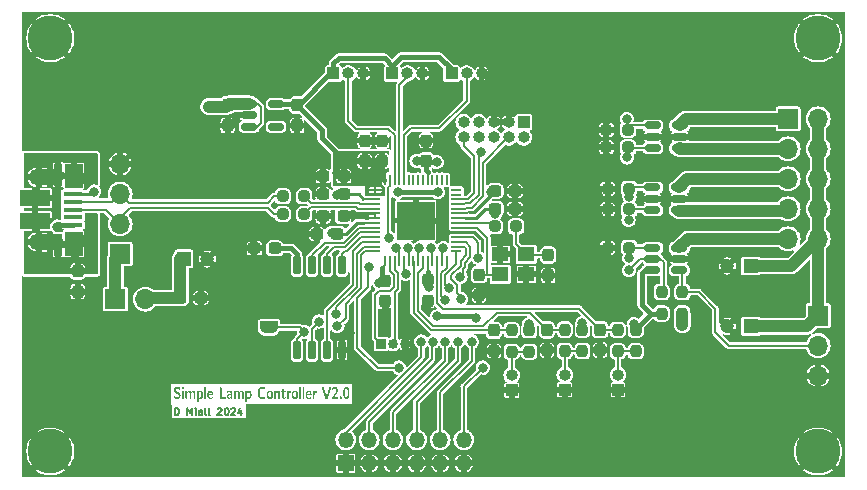
<source format=gbr>
%TF.GenerationSoftware,KiCad,Pcbnew,7.99.0-3522-gc5520b3eef-dirty*%
%TF.CreationDate,2024-01-06T21:25:35+00:00*%
%TF.ProjectId,lamp-controller,6c616d70-2d63-46f6-9e74-726f6c6c6572,rev?*%
%TF.SameCoordinates,Original*%
%TF.FileFunction,Copper,L1,Top*%
%TF.FilePolarity,Positive*%
%FSLAX46Y46*%
G04 Gerber Fmt 4.6, Leading zero omitted, Abs format (unit mm)*
G04 Created by KiCad (PCBNEW 7.99.0-3522-gc5520b3eef-dirty) date 2024-01-06 21:25:35*
%MOMM*%
%LPD*%
G01*
G04 APERTURE LIST*
G04 Aperture macros list*
%AMRoundRect*
0 Rectangle with rounded corners*
0 $1 Rounding radius*
0 $2 $3 $4 $5 $6 $7 $8 $9 X,Y pos of 4 corners*
0 Add a 4 corners polygon primitive as box body*
4,1,4,$2,$3,$4,$5,$6,$7,$8,$9,$2,$3,0*
0 Add four circle primitives for the rounded corners*
1,1,$1+$1,$2,$3*
1,1,$1+$1,$4,$5*
1,1,$1+$1,$6,$7*
1,1,$1+$1,$8,$9*
0 Add four rect primitives between the rounded corners*
20,1,$1+$1,$2,$3,$4,$5,0*
20,1,$1+$1,$4,$5,$6,$7,0*
20,1,$1+$1,$6,$7,$8,$9,0*
20,1,$1+$1,$8,$9,$2,$3,0*%
%AMFreePoly0*
4,1,19,0.500000,-0.750000,0.000000,-0.750000,0.000000,-0.744911,-0.071157,-0.744911,-0.207708,-0.704816,-0.327430,-0.627875,-0.420627,-0.520320,-0.479746,-0.390866,-0.500000,-0.250000,-0.500000,0.250000,-0.479746,0.390866,-0.420627,0.520320,-0.327430,0.627875,-0.207708,0.704816,-0.071157,0.744911,0.000000,0.744911,0.000000,0.750000,0.500000,0.750000,0.500000,-0.750000,0.500000,-0.750000,
$1*%
%AMFreePoly1*
4,1,19,0.000000,0.744911,0.071157,0.744911,0.207708,0.704816,0.327430,0.627875,0.420627,0.520320,0.479746,0.390866,0.500000,0.250000,0.500000,-0.250000,0.479746,-0.390866,0.420627,-0.520320,0.327430,-0.627875,0.207708,-0.704816,0.071157,-0.744911,0.000000,-0.744911,0.000000,-0.750000,-0.500000,-0.750000,-0.500000,0.750000,0.000000,0.750000,0.000000,0.744911,0.000000,0.744911,
$1*%
G04 Aperture macros list end*
%ADD10C,0.150000*%
%TA.AperFunction,NonConductor*%
%ADD11C,0.150000*%
%TD*%
%ADD12C,0.200000*%
%TA.AperFunction,NonConductor*%
%ADD13C,0.200000*%
%TD*%
%TA.AperFunction,SMDPad,CuDef*%
%ADD14R,1.400000X1.200000*%
%TD*%
%TA.AperFunction,ComponentPad*%
%ADD15R,1.350000X1.350000*%
%TD*%
%TA.AperFunction,ComponentPad*%
%ADD16O,1.350000X1.350000*%
%TD*%
%TA.AperFunction,ComponentPad*%
%ADD17R,1.700000X1.700000*%
%TD*%
%TA.AperFunction,ComponentPad*%
%ADD18O,1.700000X1.700000*%
%TD*%
%TA.AperFunction,SMDPad,CuDef*%
%ADD19RoundRect,0.237500X-0.300000X-0.237500X0.300000X-0.237500X0.300000X0.237500X-0.300000X0.237500X0*%
%TD*%
%TA.AperFunction,SMDPad,CuDef*%
%ADD20RoundRect,0.150000X-0.512500X-0.150000X0.512500X-0.150000X0.512500X0.150000X-0.512500X0.150000X0*%
%TD*%
%TA.AperFunction,ComponentPad*%
%ADD21R,1.000000X1.000000*%
%TD*%
%TA.AperFunction,ComponentPad*%
%ADD22O,1.000000X1.000000*%
%TD*%
%TA.AperFunction,SMDPad,CuDef*%
%ADD23RoundRect,0.237500X0.237500X-0.300000X0.237500X0.300000X-0.237500X0.300000X-0.237500X-0.300000X0*%
%TD*%
%TA.AperFunction,SMDPad,CuDef*%
%ADD24RoundRect,0.237500X-0.250000X-0.237500X0.250000X-0.237500X0.250000X0.237500X-0.250000X0.237500X0*%
%TD*%
%TA.AperFunction,ComponentPad*%
%ADD25R,1.200000X1.200000*%
%TD*%
%TA.AperFunction,ComponentPad*%
%ADD26C,1.200000*%
%TD*%
%TA.AperFunction,SMDPad,CuDef*%
%ADD27RoundRect,0.237500X-0.237500X0.250000X-0.237500X-0.250000X0.237500X-0.250000X0.237500X0.250000X0*%
%TD*%
%TA.AperFunction,SMDPad,CuDef*%
%ADD28RoundRect,0.237500X0.237500X-0.250000X0.237500X0.250000X-0.237500X0.250000X-0.237500X-0.250000X0*%
%TD*%
%TA.AperFunction,SMDPad,CuDef*%
%ADD29RoundRect,0.237500X0.250000X0.237500X-0.250000X0.237500X-0.250000X-0.237500X0.250000X-0.237500X0*%
%TD*%
%TA.AperFunction,SMDPad,CuDef*%
%ADD30RoundRect,0.237500X-0.237500X0.300000X-0.237500X-0.300000X0.237500X-0.300000X0.237500X0.300000X0*%
%TD*%
%TA.AperFunction,ComponentPad*%
%ADD31C,3.800000*%
%TD*%
%TA.AperFunction,SMDPad,CuDef*%
%ADD32RoundRect,0.237500X0.300000X0.237500X-0.300000X0.237500X-0.300000X-0.237500X0.300000X-0.237500X0*%
%TD*%
%TA.AperFunction,SMDPad,CuDef*%
%ADD33FreePoly0,270.000000*%
%TD*%
%TA.AperFunction,SMDPad,CuDef*%
%ADD34FreePoly1,270.000000*%
%TD*%
%TA.AperFunction,ComponentPad*%
%ADD35R,0.850000X0.850000*%
%TD*%
%TA.AperFunction,ComponentPad*%
%ADD36O,0.850000X0.850000*%
%TD*%
%TA.AperFunction,SMDPad,CuDef*%
%ADD37RoundRect,0.150000X0.150000X-0.650000X0.150000X0.650000X-0.150000X0.650000X-0.150000X-0.650000X0*%
%TD*%
%TA.AperFunction,SMDPad,CuDef*%
%ADD38R,3.200000X3.200000*%
%TD*%
%TA.AperFunction,SMDPad,CuDef*%
%ADD39RoundRect,0.050000X0.387500X-0.050000X0.387500X0.050000X-0.387500X0.050000X-0.387500X-0.050000X0*%
%TD*%
%TA.AperFunction,SMDPad,CuDef*%
%ADD40RoundRect,0.050000X0.050000X-0.387500X0.050000X0.387500X-0.050000X0.387500X-0.050000X-0.387500X0*%
%TD*%
%TA.AperFunction,SMDPad,CuDef*%
%ADD41R,1.650000X0.400000*%
%TD*%
%TA.AperFunction,SMDPad,CuDef*%
%ADD42R,0.700000X1.825000*%
%TD*%
%TA.AperFunction,SMDPad,CuDef*%
%ADD43R,1.500000X2.000000*%
%TD*%
%TA.AperFunction,SMDPad,CuDef*%
%ADD44R,2.000000X1.350000*%
%TD*%
%TA.AperFunction,ComponentPad*%
%ADD45O,1.700000X1.350000*%
%TD*%
%TA.AperFunction,ComponentPad*%
%ADD46O,1.500000X1.100000*%
%TD*%
%TA.AperFunction,SMDPad,CuDef*%
%ADD47R,2.500000X1.430000*%
%TD*%
%TA.AperFunction,ViaPad*%
%ADD48C,0.800000*%
%TD*%
%TA.AperFunction,ViaPad*%
%ADD49C,1.000000*%
%TD*%
%TA.AperFunction,Conductor*%
%ADD50C,0.150000*%
%TD*%
%TA.AperFunction,Conductor*%
%ADD51C,0.400000*%
%TD*%
%TA.AperFunction,Conductor*%
%ADD52C,0.130000*%
%TD*%
%TA.AperFunction,Conductor*%
%ADD53C,1.000000*%
%TD*%
%TA.AperFunction,Conductor*%
%ADD54C,0.250000*%
%TD*%
%TA.AperFunction,Conductor*%
%ADD55C,0.200000*%
%TD*%
G04 APERTURE END LIST*
D10*
D11*
X120541541Y-91918771D02*
X120541541Y-91318771D01*
X120541541Y-91318771D02*
X120684398Y-91318771D01*
X120684398Y-91318771D02*
X120770112Y-91347342D01*
X120770112Y-91347342D02*
X120827255Y-91404485D01*
X120827255Y-91404485D02*
X120855826Y-91461628D01*
X120855826Y-91461628D02*
X120884398Y-91575914D01*
X120884398Y-91575914D02*
X120884398Y-91661628D01*
X120884398Y-91661628D02*
X120855826Y-91775914D01*
X120855826Y-91775914D02*
X120827255Y-91833057D01*
X120827255Y-91833057D02*
X120770112Y-91890200D01*
X120770112Y-91890200D02*
X120684398Y-91918771D01*
X120684398Y-91918771D02*
X120541541Y-91918771D01*
X121598684Y-91918771D02*
X121598684Y-91318771D01*
X121598684Y-91318771D02*
X121798684Y-91747342D01*
X121798684Y-91747342D02*
X121998684Y-91318771D01*
X121998684Y-91318771D02*
X121998684Y-91918771D01*
X122284398Y-91918771D02*
X122284398Y-91518771D01*
X122284398Y-91318771D02*
X122255826Y-91347342D01*
X122255826Y-91347342D02*
X122284398Y-91375914D01*
X122284398Y-91375914D02*
X122312969Y-91347342D01*
X122312969Y-91347342D02*
X122284398Y-91318771D01*
X122284398Y-91318771D02*
X122284398Y-91375914D01*
X122827255Y-91918771D02*
X122827255Y-91604485D01*
X122827255Y-91604485D02*
X122798683Y-91547342D01*
X122798683Y-91547342D02*
X122741540Y-91518771D01*
X122741540Y-91518771D02*
X122627255Y-91518771D01*
X122627255Y-91518771D02*
X122570112Y-91547342D01*
X122827255Y-91890200D02*
X122770112Y-91918771D01*
X122770112Y-91918771D02*
X122627255Y-91918771D01*
X122627255Y-91918771D02*
X122570112Y-91890200D01*
X122570112Y-91890200D02*
X122541540Y-91833057D01*
X122541540Y-91833057D02*
X122541540Y-91775914D01*
X122541540Y-91775914D02*
X122570112Y-91718771D01*
X122570112Y-91718771D02*
X122627255Y-91690200D01*
X122627255Y-91690200D02*
X122770112Y-91690200D01*
X122770112Y-91690200D02*
X122827255Y-91661628D01*
X123198683Y-91918771D02*
X123141540Y-91890200D01*
X123141540Y-91890200D02*
X123112969Y-91833057D01*
X123112969Y-91833057D02*
X123112969Y-91318771D01*
X123512969Y-91918771D02*
X123455826Y-91890200D01*
X123455826Y-91890200D02*
X123427255Y-91833057D01*
X123427255Y-91833057D02*
X123427255Y-91318771D01*
X124170112Y-91375914D02*
X124198684Y-91347342D01*
X124198684Y-91347342D02*
X124255827Y-91318771D01*
X124255827Y-91318771D02*
X124398684Y-91318771D01*
X124398684Y-91318771D02*
X124455827Y-91347342D01*
X124455827Y-91347342D02*
X124484398Y-91375914D01*
X124484398Y-91375914D02*
X124512969Y-91433057D01*
X124512969Y-91433057D02*
X124512969Y-91490200D01*
X124512969Y-91490200D02*
X124484398Y-91575914D01*
X124484398Y-91575914D02*
X124141541Y-91918771D01*
X124141541Y-91918771D02*
X124512969Y-91918771D01*
X124884398Y-91318771D02*
X124941541Y-91318771D01*
X124941541Y-91318771D02*
X124998684Y-91347342D01*
X124998684Y-91347342D02*
X125027256Y-91375914D01*
X125027256Y-91375914D02*
X125055827Y-91433057D01*
X125055827Y-91433057D02*
X125084398Y-91547342D01*
X125084398Y-91547342D02*
X125084398Y-91690200D01*
X125084398Y-91690200D02*
X125055827Y-91804485D01*
X125055827Y-91804485D02*
X125027256Y-91861628D01*
X125027256Y-91861628D02*
X124998684Y-91890200D01*
X124998684Y-91890200D02*
X124941541Y-91918771D01*
X124941541Y-91918771D02*
X124884398Y-91918771D01*
X124884398Y-91918771D02*
X124827256Y-91890200D01*
X124827256Y-91890200D02*
X124798684Y-91861628D01*
X124798684Y-91861628D02*
X124770113Y-91804485D01*
X124770113Y-91804485D02*
X124741541Y-91690200D01*
X124741541Y-91690200D02*
X124741541Y-91547342D01*
X124741541Y-91547342D02*
X124770113Y-91433057D01*
X124770113Y-91433057D02*
X124798684Y-91375914D01*
X124798684Y-91375914D02*
X124827256Y-91347342D01*
X124827256Y-91347342D02*
X124884398Y-91318771D01*
X125312970Y-91375914D02*
X125341542Y-91347342D01*
X125341542Y-91347342D02*
X125398685Y-91318771D01*
X125398685Y-91318771D02*
X125541542Y-91318771D01*
X125541542Y-91318771D02*
X125598685Y-91347342D01*
X125598685Y-91347342D02*
X125627256Y-91375914D01*
X125627256Y-91375914D02*
X125655827Y-91433057D01*
X125655827Y-91433057D02*
X125655827Y-91490200D01*
X125655827Y-91490200D02*
X125627256Y-91575914D01*
X125627256Y-91575914D02*
X125284399Y-91918771D01*
X125284399Y-91918771D02*
X125655827Y-91918771D01*
X126170114Y-91518771D02*
X126170114Y-91918771D01*
X126027256Y-91290200D02*
X125884399Y-91718771D01*
X125884399Y-91718771D02*
X126255828Y-91718771D01*
D12*
D13*
G36*
X120454710Y-90442316D02*
G01*
X120456403Y-90452240D01*
X120457055Y-90455017D01*
X120462358Y-90462495D01*
X120469189Y-90468998D01*
X120478481Y-90476458D01*
X120490086Y-90484658D01*
X120503855Y-90493378D01*
X120511504Y-90497864D01*
X120519639Y-90502399D01*
X120528239Y-90506954D01*
X120537288Y-90511502D01*
X120546765Y-90516017D01*
X120556653Y-90520469D01*
X120566933Y-90524833D01*
X120577585Y-90529080D01*
X120588593Y-90533184D01*
X120599936Y-90537117D01*
X120611596Y-90540851D01*
X120623556Y-90544360D01*
X120635795Y-90547616D01*
X120648295Y-90550591D01*
X120661038Y-90553258D01*
X120674005Y-90555590D01*
X120687178Y-90557559D01*
X120700537Y-90559138D01*
X120714064Y-90560300D01*
X120727741Y-90561017D01*
X120741549Y-90561263D01*
X120761553Y-90560809D01*
X120780618Y-90559467D01*
X120798765Y-90557267D01*
X120816014Y-90554238D01*
X120832384Y-90550410D01*
X120847895Y-90545811D01*
X120862567Y-90540473D01*
X120876420Y-90534423D01*
X120889473Y-90527691D01*
X120901748Y-90520307D01*
X120913263Y-90512301D01*
X120924039Y-90503702D01*
X120934096Y-90494539D01*
X120943452Y-90484842D01*
X120952129Y-90474640D01*
X120960146Y-90463962D01*
X120967523Y-90452839D01*
X120974280Y-90441300D01*
X120980437Y-90429374D01*
X120986013Y-90417090D01*
X120991029Y-90404479D01*
X120995504Y-90391569D01*
X120999459Y-90378390D01*
X121002913Y-90364971D01*
X121005886Y-90351343D01*
X121008398Y-90337534D01*
X121010469Y-90323574D01*
X121012119Y-90309493D01*
X121013368Y-90295319D01*
X121014235Y-90281082D01*
X121014741Y-90266813D01*
X121014905Y-90252540D01*
X121014626Y-90237317D01*
X121013802Y-90222469D01*
X121012453Y-90207998D01*
X121010597Y-90193901D01*
X121008255Y-90180181D01*
X121005446Y-90166837D01*
X121002189Y-90153870D01*
X120998504Y-90141279D01*
X120994411Y-90129066D01*
X120989928Y-90117230D01*
X120985075Y-90105772D01*
X120979872Y-90094691D01*
X120974338Y-90083989D01*
X120968492Y-90073665D01*
X120962355Y-90063720D01*
X120955945Y-90054153D01*
X120949282Y-90044966D01*
X120942386Y-90036159D01*
X120935275Y-90027731D01*
X120927970Y-90019684D01*
X120920490Y-90012016D01*
X120912854Y-90004730D01*
X120905081Y-89997824D01*
X120897192Y-89991299D01*
X120889206Y-89985156D01*
X120881142Y-89979394D01*
X120873019Y-89974014D01*
X120864858Y-89969017D01*
X120856677Y-89964402D01*
X120848496Y-89960169D01*
X120840334Y-89956320D01*
X120832212Y-89952854D01*
X120824091Y-89949685D01*
X120815690Y-89946708D01*
X120807043Y-89943890D01*
X120798187Y-89941203D01*
X120789155Y-89938614D01*
X120779985Y-89936094D01*
X120770710Y-89933611D01*
X120761366Y-89931135D01*
X120751989Y-89928635D01*
X120742613Y-89926080D01*
X120733275Y-89923440D01*
X120724009Y-89920684D01*
X120714851Y-89917781D01*
X120705836Y-89914700D01*
X120697000Y-89911411D01*
X120688377Y-89907882D01*
X120680003Y-89904085D01*
X120671914Y-89899986D01*
X120664144Y-89895556D01*
X120656729Y-89890765D01*
X120649704Y-89885581D01*
X120643105Y-89879973D01*
X120636967Y-89873911D01*
X120626214Y-89860303D01*
X120617729Y-89844509D01*
X120611794Y-89826284D01*
X120609871Y-89816184D01*
X120608691Y-89805383D01*
X120608290Y-89793852D01*
X120608843Y-89779978D01*
X120609927Y-89770267D01*
X120611694Y-89760347D01*
X120614239Y-89750358D01*
X120617659Y-89740439D01*
X120622049Y-89730727D01*
X120627505Y-89721363D01*
X120634122Y-89712484D01*
X120641996Y-89704230D01*
X120651222Y-89696740D01*
X120661896Y-89690152D01*
X120674113Y-89684605D01*
X120687970Y-89680238D01*
X120703562Y-89677190D01*
X120712038Y-89676204D01*
X120720984Y-89675599D01*
X120730411Y-89675394D01*
X120745112Y-89675698D01*
X120759007Y-89676584D01*
X120772125Y-89678014D01*
X120784493Y-89679949D01*
X120796141Y-89682349D01*
X120807096Y-89685176D01*
X120817386Y-89688392D01*
X120827040Y-89691956D01*
X120836085Y-89695832D01*
X120844549Y-89699979D01*
X120852462Y-89704359D01*
X120859850Y-89708933D01*
X120866742Y-89713663D01*
X120879151Y-89723432D01*
X120889913Y-89733357D01*
X120899254Y-89743126D01*
X120907397Y-89752430D01*
X120914570Y-89760957D01*
X120920995Y-89768397D01*
X120929725Y-89776840D01*
X120938040Y-89781091D01*
X120940851Y-89781395D01*
X120947902Y-89776390D01*
X120951855Y-89767041D01*
X120952184Y-89766008D01*
X120954986Y-89748670D01*
X120957536Y-89732703D01*
X120959846Y-89718045D01*
X120961923Y-89704638D01*
X120963778Y-89692420D01*
X120965421Y-89681331D01*
X120966861Y-89671309D01*
X120968663Y-89658149D01*
X120970063Y-89647052D01*
X120971363Y-89635113D01*
X120972185Y-89624101D01*
X120972309Y-89619218D01*
X120971137Y-89609448D01*
X120965217Y-89601599D01*
X120955507Y-89593492D01*
X120946700Y-89587342D01*
X120936135Y-89580790D01*
X120923907Y-89574003D01*
X120910109Y-89567146D01*
X120902651Y-89563744D01*
X120894836Y-89560387D01*
X120886675Y-89557096D01*
X120878181Y-89553891D01*
X120869364Y-89550794D01*
X120860237Y-89547825D01*
X120850812Y-89545005D01*
X120841100Y-89542356D01*
X120831113Y-89539896D01*
X120820862Y-89537648D01*
X120810360Y-89535633D01*
X120799618Y-89533870D01*
X120788648Y-89532381D01*
X120777461Y-89531187D01*
X120766070Y-89530309D01*
X120754486Y-89529766D01*
X120742721Y-89529581D01*
X120720441Y-89530102D01*
X120699375Y-89531635D01*
X120679489Y-89534133D01*
X120660750Y-89537552D01*
X120643125Y-89541844D01*
X120626581Y-89546964D01*
X120611085Y-89552866D01*
X120596603Y-89559504D01*
X120583102Y-89566833D01*
X120570549Y-89574805D01*
X120558911Y-89583376D01*
X120548154Y-89592500D01*
X120538246Y-89602129D01*
X120529153Y-89612219D01*
X120520842Y-89622724D01*
X120513279Y-89633598D01*
X120506433Y-89644794D01*
X120500268Y-89656267D01*
X120494753Y-89667971D01*
X120489853Y-89679859D01*
X120485537Y-89691887D01*
X120481770Y-89704008D01*
X120478519Y-89716176D01*
X120475751Y-89728345D01*
X120473434Y-89740469D01*
X120471533Y-89752503D01*
X120470016Y-89764400D01*
X120468849Y-89776115D01*
X120467999Y-89787601D01*
X120467433Y-89798813D01*
X120467117Y-89809704D01*
X120467020Y-89820230D01*
X120467347Y-89835957D01*
X120468309Y-89851219D01*
X120469881Y-89866020D01*
X120472034Y-89880361D01*
X120474742Y-89894245D01*
X120477978Y-89907674D01*
X120481714Y-89920651D01*
X120485924Y-89933177D01*
X120490580Y-89945255D01*
X120495656Y-89956888D01*
X120501124Y-89968077D01*
X120506958Y-89978825D01*
X120513130Y-89989135D01*
X120519613Y-89999009D01*
X120526380Y-90008448D01*
X120533405Y-90017456D01*
X120540660Y-90026034D01*
X120548117Y-90034186D01*
X120555751Y-90041913D01*
X120563534Y-90049217D01*
X120571438Y-90056101D01*
X120579438Y-90062568D01*
X120587505Y-90068619D01*
X120595614Y-90074258D01*
X120603736Y-90079485D01*
X120611844Y-90084304D01*
X120619912Y-90088717D01*
X120627913Y-90092727D01*
X120635820Y-90096334D01*
X120643604Y-90099543D01*
X120651241Y-90102355D01*
X120658702Y-90104773D01*
X120668109Y-90107677D01*
X120677036Y-90110395D01*
X120685499Y-90112938D01*
X120693515Y-90115314D01*
X120708277Y-90119603D01*
X120721460Y-90123339D01*
X120733199Y-90126595D01*
X120743634Y-90129446D01*
X120752901Y-90131968D01*
X120761137Y-90134234D01*
X120771860Y-90137319D01*
X120781037Y-90140251D01*
X120789133Y-90143282D01*
X120796610Y-90146664D01*
X120803933Y-90150649D01*
X120806420Y-90152156D01*
X120814806Y-90157562D01*
X120822331Y-90163241D01*
X120830494Y-90170382D01*
X120838913Y-90179051D01*
X120847208Y-90189311D01*
X120852481Y-90197067D01*
X120857417Y-90205577D01*
X120861903Y-90214860D01*
X120865826Y-90224936D01*
X120869073Y-90235824D01*
X120871532Y-90247542D01*
X120873091Y-90260109D01*
X120873635Y-90273545D01*
X120873447Y-90283499D01*
X120871980Y-90302025D01*
X120869140Y-90318773D01*
X120865024Y-90333820D01*
X120859732Y-90347244D01*
X120853361Y-90359123D01*
X120846010Y-90369534D01*
X120837777Y-90378555D01*
X120828759Y-90386263D01*
X120819055Y-90392737D01*
X120808764Y-90398053D01*
X120797983Y-90402290D01*
X120786811Y-90405524D01*
X120775345Y-90407835D01*
X120763685Y-90409298D01*
X120751927Y-90409993D01*
X120746043Y-90410076D01*
X120729801Y-90409713D01*
X120714259Y-90408653D01*
X120699397Y-90406943D01*
X120685200Y-90404629D01*
X120671651Y-90401759D01*
X120658732Y-90398378D01*
X120646426Y-90394533D01*
X120634717Y-90390270D01*
X120623587Y-90385635D01*
X120613019Y-90380676D01*
X120602997Y-90375438D01*
X120593502Y-90369968D01*
X120584519Y-90364312D01*
X120576030Y-90358517D01*
X120568019Y-90352629D01*
X120560467Y-90346695D01*
X120553358Y-90340761D01*
X120546676Y-90334873D01*
X120534521Y-90323423D01*
X120523866Y-90312715D01*
X120514574Y-90303121D01*
X120506509Y-90295012D01*
X120499536Y-90288761D01*
X120490824Y-90283678D01*
X120488318Y-90283314D01*
X120481033Y-90287624D01*
X120476589Y-90296884D01*
X120473641Y-90307730D01*
X120471391Y-90319579D01*
X120470537Y-90325080D01*
X120468330Y-90340079D01*
X120466323Y-90353709D01*
X120464505Y-90366045D01*
X120462871Y-90377161D01*
X120461411Y-90387130D01*
X120459534Y-90400097D01*
X120458007Y-90410901D01*
X120456472Y-90422374D01*
X120455270Y-90432836D01*
X120454710Y-90442316D01*
G37*
G36*
X121146601Y-89648527D02*
G01*
X121146895Y-89658468D01*
X121148379Y-89671423D01*
X121151004Y-89682198D01*
X121154643Y-89690987D01*
X121160858Y-89699947D01*
X121168355Y-89706171D01*
X121176839Y-89710115D01*
X121186011Y-89712233D01*
X121195573Y-89712981D01*
X121197990Y-89713007D01*
X121256217Y-89713007D01*
X121264552Y-89712160D01*
X121274238Y-89710130D01*
X121282653Y-89706489D01*
X121290792Y-89700166D01*
X121297853Y-89690345D01*
X121301961Y-89680191D01*
X121304673Y-89667262D01*
X121305539Y-89656931D01*
X121305652Y-89651214D01*
X121305652Y-89578429D01*
X121305356Y-89568488D01*
X121303861Y-89555534D01*
X121301219Y-89544758D01*
X121297557Y-89535969D01*
X121291307Y-89527010D01*
X121283773Y-89520786D01*
X121275256Y-89516842D01*
X121266060Y-89514724D01*
X121256485Y-89513975D01*
X121254068Y-89513949D01*
X121196817Y-89513949D01*
X121188601Y-89514496D01*
X121180068Y-89515575D01*
X121171655Y-89517994D01*
X121163796Y-89522559D01*
X121156926Y-89530078D01*
X121151480Y-89541358D01*
X121148592Y-89552772D01*
X121146933Y-89567095D01*
X121146601Y-89578429D01*
X121146601Y-89648527D01*
G37*
G36*
X121150900Y-90460146D02*
G01*
X121150956Y-90469950D01*
X121151535Y-90481056D01*
X121153249Y-90492659D01*
X121156713Y-90503957D01*
X121162539Y-90514144D01*
X121168829Y-90520572D01*
X121177053Y-90525583D01*
X121187468Y-90528839D01*
X121195757Y-90529866D01*
X121200334Y-90530000D01*
X121251723Y-90530000D01*
X121260586Y-90529477D01*
X121268321Y-90527984D01*
X121277977Y-90524165D01*
X121285527Y-90518786D01*
X121292765Y-90509833D01*
X121297334Y-90499657D01*
X121299846Y-90489147D01*
X121300916Y-90479189D01*
X121301159Y-90468870D01*
X121301158Y-90467229D01*
X121301158Y-89959204D01*
X121301057Y-89949065D01*
X121300595Y-89939221D01*
X121299010Y-89926820D01*
X121295803Y-89915579D01*
X121290412Y-89905863D01*
X121282277Y-89898034D01*
X121274038Y-89893620D01*
X121263702Y-89890626D01*
X121255531Y-89889494D01*
X121246252Y-89889106D01*
X121200334Y-89889106D01*
X121191472Y-89889632D01*
X121183737Y-89891133D01*
X121174081Y-89894973D01*
X121166531Y-89900384D01*
X121159292Y-89909393D01*
X121154724Y-89919637D01*
X121152212Y-89930226D01*
X121151142Y-89940269D01*
X121150898Y-89950701D01*
X121150900Y-89952365D01*
X121150900Y-90460146D01*
G37*
G36*
X121435198Y-90467229D02*
G01*
X121435858Y-90481362D01*
X121437755Y-90493247D01*
X121440767Y-90503073D01*
X121446305Y-90513292D01*
X121453315Y-90520626D01*
X121461508Y-90525518D01*
X121470592Y-90528411D01*
X121480277Y-90529749D01*
X121487759Y-90530000D01*
X121538171Y-90530000D01*
X121549256Y-90529247D01*
X121558641Y-90527074D01*
X121566458Y-90523604D01*
X121574673Y-90517175D01*
X121580654Y-90508956D01*
X121584717Y-90499242D01*
X121587179Y-90488329D01*
X121588355Y-90476510D01*
X121588583Y-90467229D01*
X121588583Y-90153621D01*
X121588768Y-90142517D01*
X121589315Y-90131781D01*
X121590211Y-90121412D01*
X121591444Y-90111410D01*
X121593002Y-90101772D01*
X121597039Y-90083588D01*
X121602224Y-90066853D01*
X121608455Y-90051557D01*
X121615633Y-90037692D01*
X121623657Y-90025252D01*
X121632427Y-90014226D01*
X121641843Y-90004607D01*
X121651805Y-89996387D01*
X121662213Y-89989558D01*
X121672966Y-89984111D01*
X121683965Y-89980038D01*
X121695108Y-89977331D01*
X121706297Y-89975981D01*
X121711877Y-89975812D01*
X121721267Y-89976205D01*
X121729755Y-89977384D01*
X121740884Y-89980634D01*
X121750213Y-89985668D01*
X121757880Y-89992494D01*
X121764023Y-90001122D01*
X121768779Y-90011560D01*
X121772288Y-90023815D01*
X121774688Y-90037897D01*
X121775739Y-90048304D01*
X121776400Y-90059529D01*
X121776711Y-90071575D01*
X121776748Y-90077906D01*
X121776748Y-90467229D01*
X121777171Y-90479954D01*
X121778671Y-90491772D01*
X121781590Y-90502439D01*
X121786273Y-90511712D01*
X121793062Y-90519348D01*
X121802301Y-90525103D01*
X121811045Y-90528039D01*
X121821506Y-90529678D01*
X121829504Y-90530000D01*
X121880893Y-90530000D01*
X121889753Y-90529152D01*
X121897482Y-90526757D01*
X121907123Y-90520745D01*
X121914651Y-90512495D01*
X121920329Y-90502753D01*
X121924417Y-90492264D01*
X121927175Y-90481775D01*
X121928866Y-90472033D01*
X121929908Y-90461493D01*
X121930132Y-90454528D01*
X121930132Y-90164856D01*
X121930154Y-90153557D01*
X121930305Y-90142141D01*
X121930716Y-90130668D01*
X121931515Y-90119202D01*
X121932834Y-90107802D01*
X121934801Y-90096531D01*
X121935799Y-90092072D01*
X121938423Y-90082193D01*
X121941678Y-90072140D01*
X121945565Y-90062025D01*
X121950084Y-90051959D01*
X121955233Y-90042055D01*
X121961012Y-90032425D01*
X121967422Y-90023180D01*
X121974462Y-90014433D01*
X121982132Y-90006296D01*
X121990431Y-89998881D01*
X121999359Y-89992299D01*
X122008916Y-89986662D01*
X122019101Y-89982083D01*
X122029915Y-89978674D01*
X122041357Y-89976547D01*
X122053426Y-89975812D01*
X122064858Y-89976437D01*
X122074889Y-89978257D01*
X122083610Y-89981190D01*
X122091113Y-89985155D01*
X122100283Y-89992858D01*
X122107228Y-90002425D01*
X122112256Y-90013579D01*
X122115677Y-90026044D01*
X122117800Y-90039547D01*
X122118933Y-90053812D01*
X122119292Y-90063608D01*
X122119440Y-90073539D01*
X122119469Y-90083524D01*
X122119469Y-90464298D01*
X122119924Y-90476108D01*
X122120761Y-90486760D01*
X122122800Y-90497672D01*
X122126761Y-90508093D01*
X122133366Y-90517274D01*
X122140489Y-90522894D01*
X122149810Y-90527077D01*
X122161632Y-90529509D01*
X122171053Y-90530000D01*
X122220293Y-90530000D01*
X122231678Y-90529282D01*
X122241306Y-90527200D01*
X122249316Y-90523854D01*
X122257721Y-90517606D01*
X122263827Y-90509538D01*
X122267963Y-90499893D01*
X122270460Y-90488916D01*
X122271647Y-90476848D01*
X122271877Y-90467229D01*
X122271877Y-90100376D01*
X122271872Y-90090485D01*
X122271836Y-90080521D01*
X122271740Y-90070508D01*
X122271553Y-90060473D01*
X122271244Y-90050441D01*
X122270783Y-90040437D01*
X122270140Y-90030487D01*
X122269285Y-90020616D01*
X122268186Y-90010849D01*
X122266814Y-90001212D01*
X122263129Y-89982430D01*
X122257985Y-89964472D01*
X122251140Y-89947541D01*
X122242352Y-89931842D01*
X122237153Y-89924517D01*
X122231376Y-89917576D01*
X122224992Y-89911044D01*
X122217971Y-89904947D01*
X122210281Y-89899310D01*
X122201892Y-89894159D01*
X122192774Y-89889519D01*
X122182897Y-89885414D01*
X122172230Y-89881872D01*
X122160744Y-89878917D01*
X122148406Y-89876574D01*
X122135188Y-89874869D01*
X122121058Y-89873828D01*
X122105987Y-89873475D01*
X122095654Y-89873697D01*
X122085647Y-89874348D01*
X122075962Y-89875405D01*
X122066595Y-89876843D01*
X122057543Y-89878640D01*
X122048804Y-89880773D01*
X122040373Y-89883217D01*
X122032247Y-89885950D01*
X122024423Y-89888948D01*
X122016898Y-89892188D01*
X122002731Y-89899299D01*
X121989718Y-89907096D01*
X121977833Y-89915393D01*
X121967049Y-89924001D01*
X121957340Y-89932735D01*
X121948680Y-89941406D01*
X121941041Y-89949827D01*
X121934396Y-89957813D01*
X121928720Y-89965174D01*
X121921964Y-89974638D01*
X121920167Y-89977278D01*
X121915700Y-89964319D01*
X121910703Y-89952271D01*
X121905137Y-89941124D01*
X121898967Y-89930868D01*
X121892155Y-89921492D01*
X121884666Y-89912985D01*
X121876463Y-89905338D01*
X121867508Y-89898540D01*
X121857766Y-89892581D01*
X121847199Y-89887450D01*
X121835772Y-89883136D01*
X121823447Y-89879630D01*
X121810187Y-89876922D01*
X121795957Y-89875000D01*
X121780720Y-89873854D01*
X121772711Y-89873569D01*
X121764438Y-89873475D01*
X121754413Y-89873685D01*
X121744706Y-89874301D01*
X121735313Y-89875299D01*
X121726230Y-89876659D01*
X121717453Y-89878357D01*
X121708979Y-89880370D01*
X121700802Y-89882677D01*
X121692920Y-89885256D01*
X121685329Y-89888082D01*
X121671002Y-89894392D01*
X121657791Y-89901428D01*
X121645663Y-89909010D01*
X121634588Y-89916960D01*
X121624535Y-89925097D01*
X121615473Y-89933244D01*
X121607370Y-89941220D01*
X121600194Y-89948846D01*
X121593916Y-89955943D01*
X121586112Y-89965204D01*
X121581939Y-89970195D01*
X121581939Y-89942107D01*
X121581581Y-89931531D01*
X121579799Y-89918114D01*
X121576710Y-89907371D01*
X121572526Y-89899004D01*
X121565610Y-89891032D01*
X121557626Y-89886052D01*
X121549074Y-89883360D01*
X121540456Y-89882252D01*
X121532274Y-89882025D01*
X121530355Y-89882023D01*
X121485610Y-89882023D01*
X121477610Y-89882254D01*
X121469160Y-89883363D01*
X121460729Y-89885977D01*
X121452784Y-89890724D01*
X121445791Y-89898231D01*
X121440218Y-89909123D01*
X121437250Y-89919891D01*
X121435541Y-89933181D01*
X121435198Y-89943572D01*
X121435198Y-90467229D01*
G37*
G36*
X122730255Y-89873707D02*
G01*
X122740283Y-89874398D01*
X122750003Y-89875538D01*
X122759417Y-89877117D01*
X122768530Y-89879127D01*
X122777345Y-89881557D01*
X122785865Y-89884398D01*
X122794092Y-89887641D01*
X122802032Y-89891276D01*
X122809686Y-89895293D01*
X122817058Y-89899684D01*
X122824151Y-89904438D01*
X122830969Y-89909547D01*
X122837515Y-89915000D01*
X122849804Y-89926903D01*
X122861044Y-89940071D01*
X122871262Y-89954428D01*
X122880484Y-89969898D01*
X122888736Y-89986407D01*
X122892507Y-89995026D01*
X122896045Y-90003876D01*
X122899354Y-90012948D01*
X122902437Y-90022232D01*
X122905297Y-90031718D01*
X122907938Y-90041398D01*
X122910363Y-90051261D01*
X122912575Y-90061297D01*
X122914355Y-90070703D01*
X122916708Y-90084733D01*
X122918702Y-90098724D01*
X122920364Y-90112737D01*
X122921720Y-90126835D01*
X122922795Y-90141078D01*
X122923617Y-90155529D01*
X122924036Y-90165308D01*
X122924362Y-90175225D01*
X122924602Y-90185298D01*
X122924764Y-90195546D01*
X122924856Y-90205985D01*
X122924884Y-90216636D01*
X122924418Y-90240874D01*
X122923254Y-90263962D01*
X122921419Y-90285925D01*
X122918934Y-90306787D01*
X122915826Y-90326575D01*
X122912119Y-90345312D01*
X122907836Y-90363025D01*
X122903003Y-90379737D01*
X122897644Y-90395473D01*
X122891782Y-90410260D01*
X122885443Y-90424121D01*
X122878650Y-90437081D01*
X122871429Y-90449166D01*
X122863803Y-90460401D01*
X122855797Y-90470810D01*
X122847435Y-90480418D01*
X122838742Y-90489251D01*
X122829741Y-90497333D01*
X122820458Y-90504689D01*
X122810916Y-90511344D01*
X122801141Y-90517324D01*
X122791156Y-90522653D01*
X122780985Y-90527356D01*
X122770654Y-90531457D01*
X122760186Y-90534983D01*
X122749606Y-90537958D01*
X122738939Y-90540406D01*
X122728207Y-90542354D01*
X122717437Y-90543825D01*
X122706652Y-90544845D01*
X122695877Y-90545439D01*
X122685136Y-90545631D01*
X122675265Y-90545404D01*
X122665785Y-90544728D01*
X122656670Y-90543615D01*
X122647895Y-90542074D01*
X122639433Y-90540115D01*
X122631259Y-90537748D01*
X122623348Y-90534984D01*
X122615673Y-90531831D01*
X122608209Y-90528301D01*
X122600929Y-90524403D01*
X122593809Y-90520147D01*
X122586822Y-90515543D01*
X122579942Y-90510602D01*
X122573145Y-90505333D01*
X122566404Y-90499746D01*
X122559692Y-90493852D01*
X122559692Y-90730523D01*
X122559636Y-90735373D01*
X122558804Y-90748542D01*
X122556993Y-90759748D01*
X122554226Y-90769133D01*
X122549090Y-90779058D01*
X122542351Y-90786330D01*
X122534064Y-90791286D01*
X122524284Y-90794259D01*
X122516003Y-90795390D01*
X122506936Y-90795736D01*
X122455547Y-90795736D01*
X122446491Y-90795200D01*
X122438613Y-90793670D01*
X122428824Y-90789767D01*
X122421224Y-90784284D01*
X122414018Y-90775195D01*
X122409558Y-90764930D01*
X122407188Y-90754422D01*
X122406254Y-90744603D01*
X122406113Y-90733210D01*
X122406113Y-90390293D01*
X122559692Y-90390293D01*
X122562867Y-90394542D01*
X122568343Y-90401909D01*
X122575389Y-90410483D01*
X122581804Y-90417224D01*
X122589264Y-90423855D01*
X122597840Y-90430039D01*
X122607601Y-90435438D01*
X122618616Y-90439712D01*
X122626691Y-90441771D01*
X122635375Y-90443079D01*
X122644689Y-90443538D01*
X122651657Y-90443321D01*
X122662099Y-90442171D01*
X122672453Y-90440000D01*
X122682638Y-90436776D01*
X122692569Y-90432467D01*
X122702165Y-90427039D01*
X122711341Y-90420461D01*
X122720014Y-90412699D01*
X122728103Y-90403722D01*
X122735522Y-90393496D01*
X122742191Y-90381988D01*
X122747122Y-90371607D01*
X122751464Y-90361003D01*
X122755253Y-90350209D01*
X122758528Y-90339261D01*
X122761324Y-90328193D01*
X122763681Y-90317039D01*
X122765636Y-90305833D01*
X122767226Y-90294610D01*
X122768488Y-90283405D01*
X122769460Y-90272251D01*
X122770180Y-90261183D01*
X122770685Y-90250235D01*
X122771012Y-90239441D01*
X122771200Y-90228837D01*
X122771284Y-90218455D01*
X122771304Y-90208332D01*
X122771304Y-90191479D01*
X122771234Y-90181511D01*
X122771019Y-90171587D01*
X122770650Y-90161725D01*
X122770120Y-90151942D01*
X122768543Y-90132686D01*
X122766224Y-90113962D01*
X122763099Y-90095914D01*
X122759105Y-90078685D01*
X122754175Y-90062417D01*
X122748248Y-90047254D01*
X122741258Y-90033338D01*
X122733142Y-90020814D01*
X122723834Y-90009824D01*
X122713272Y-90000512D01*
X122701391Y-89993019D01*
X122688128Y-89987490D01*
X122673417Y-89984068D01*
X122665498Y-89983192D01*
X122657194Y-89982896D01*
X122647807Y-89983229D01*
X122638972Y-89984188D01*
X122630665Y-89985713D01*
X122619143Y-89988927D01*
X122608673Y-89993071D01*
X122599172Y-89997939D01*
X122590560Y-90003326D01*
X122582753Y-90009028D01*
X122575669Y-90014838D01*
X122567208Y-90022399D01*
X122559692Y-90029302D01*
X122559692Y-90390293D01*
X122406113Y-90390293D01*
X122406113Y-89953586D01*
X122406443Y-89941559D01*
X122407697Y-89929910D01*
X122410265Y-89919016D01*
X122414539Y-89909256D01*
X122420910Y-89901007D01*
X122429771Y-89894648D01*
X122438285Y-89891345D01*
X122448584Y-89889476D01*
X122456524Y-89889106D01*
X122503614Y-89889106D01*
X122509098Y-89889177D01*
X122518489Y-89889988D01*
X122527822Y-89892436D01*
X122536670Y-89897409D01*
X122543108Y-89903804D01*
X122548741Y-89912839D01*
X122552305Y-89921621D01*
X122555198Y-89932337D01*
X122565714Y-89924552D01*
X122576293Y-89917396D01*
X122586915Y-89910852D01*
X122597559Y-89904902D01*
X122608207Y-89899529D01*
X122618839Y-89894715D01*
X122629435Y-89890443D01*
X122639975Y-89886694D01*
X122650439Y-89883453D01*
X122660809Y-89880700D01*
X122671063Y-89878420D01*
X122681182Y-89876593D01*
X122691147Y-89875202D01*
X122700937Y-89874231D01*
X122710533Y-89873661D01*
X122719916Y-89873475D01*
X122730255Y-89873707D01*
G37*
G36*
X123034501Y-90466741D02*
G01*
X123034786Y-90476749D01*
X123036240Y-90489719D01*
X123038833Y-90500427D01*
X123042464Y-90509084D01*
X123048745Y-90517801D01*
X123056451Y-90523748D01*
X123065341Y-90527426D01*
X123075175Y-90529336D01*
X123083026Y-90529909D01*
X123088429Y-90530000D01*
X123134347Y-90530000D01*
X123142834Y-90529202D01*
X123153695Y-90526938D01*
X123162502Y-90523462D01*
X123169470Y-90518849D01*
X123176270Y-90511062D01*
X123180689Y-90501570D01*
X123183237Y-90490553D01*
X123184422Y-90478191D01*
X123184721Y-90468146D01*
X123184759Y-90461123D01*
X123184759Y-89577452D01*
X123184151Y-89563866D01*
X123182393Y-89552274D01*
X123179579Y-89542532D01*
X123174350Y-89532174D01*
X123167641Y-89524510D01*
X123159680Y-89519199D01*
X123150692Y-89515901D01*
X123140904Y-89514276D01*
X123133175Y-89513949D01*
X123081591Y-89513949D01*
X123073205Y-89514611D01*
X123063294Y-89517491D01*
X123054838Y-89522547D01*
X123047842Y-89529662D01*
X123042311Y-89538718D01*
X123038248Y-89549598D01*
X123035658Y-89562185D01*
X123034686Y-89572674D01*
X123034501Y-89580139D01*
X123034501Y-90466741D01*
G37*
G36*
X123572172Y-89858301D02*
G01*
X123588507Y-89859653D01*
X123604055Y-89861871D01*
X123618832Y-89864925D01*
X123632856Y-89868785D01*
X123646143Y-89873423D01*
X123658711Y-89878809D01*
X123670576Y-89884912D01*
X123681756Y-89891704D01*
X123692268Y-89899156D01*
X123702129Y-89907237D01*
X123711356Y-89915919D01*
X123719967Y-89925172D01*
X123727977Y-89934965D01*
X123735405Y-89945271D01*
X123742267Y-89956059D01*
X123748582Y-89967300D01*
X123754364Y-89978965D01*
X123759633Y-89991024D01*
X123764404Y-90003447D01*
X123768696Y-90016205D01*
X123772524Y-90029269D01*
X123775907Y-90042609D01*
X123778861Y-90056195D01*
X123781404Y-90069999D01*
X123783552Y-90083990D01*
X123785322Y-90098140D01*
X123786733Y-90112418D01*
X123787800Y-90126796D01*
X123788541Y-90141243D01*
X123788973Y-90155731D01*
X123789113Y-90170230D01*
X123788781Y-90180363D01*
X123787126Y-90193326D01*
X123784250Y-90203832D01*
X123778840Y-90214464D01*
X123772041Y-90221796D01*
X123764298Y-90226437D01*
X123756058Y-90228997D01*
X123747768Y-90230086D01*
X123739874Y-90230314D01*
X123430760Y-90230314D01*
X123431033Y-90240552D01*
X123431456Y-90250740D01*
X123432041Y-90260859D01*
X123432801Y-90270891D01*
X123433747Y-90280819D01*
X123434890Y-90290623D01*
X123437819Y-90309792D01*
X123441681Y-90328253D01*
X123446573Y-90345864D01*
X123452590Y-90362481D01*
X123459825Y-90377958D01*
X123468375Y-90392154D01*
X123478334Y-90404923D01*
X123489798Y-90416123D01*
X123502861Y-90425609D01*
X123510022Y-90429664D01*
X123517618Y-90433237D01*
X123525662Y-90436309D01*
X123534165Y-90438864D01*
X123543139Y-90440881D01*
X123552596Y-90442345D01*
X123562548Y-90443236D01*
X123573007Y-90443538D01*
X123583331Y-90443300D01*
X123593313Y-90442606D01*
X123602959Y-90441484D01*
X123612273Y-90439964D01*
X123621262Y-90438073D01*
X123629930Y-90435842D01*
X123638283Y-90433298D01*
X123646326Y-90430471D01*
X123654064Y-90427388D01*
X123661502Y-90424080D01*
X123675501Y-90416902D01*
X123688365Y-90409165D01*
X123700136Y-90401100D01*
X123710855Y-90392938D01*
X123720566Y-90384910D01*
X123729310Y-90377244D01*
X123737129Y-90370173D01*
X123744066Y-90363926D01*
X123752907Y-90356605D01*
X123760000Y-90352435D01*
X123764494Y-90352435D01*
X123770160Y-90355122D01*
X123772327Y-90358760D01*
X123775867Y-90369897D01*
X123777899Y-90380760D01*
X123779465Y-90392950D01*
X123780624Y-90405725D01*
X123781439Y-90418341D01*
X123781970Y-90430057D01*
X123782341Y-90442993D01*
X123782470Y-90453307D01*
X123781557Y-90463233D01*
X123777404Y-90472478D01*
X123771159Y-90478933D01*
X123764494Y-90484082D01*
X123755407Y-90490328D01*
X123745819Y-90496404D01*
X123735751Y-90502278D01*
X123725225Y-90507918D01*
X123714262Y-90513293D01*
X123702883Y-90518368D01*
X123691108Y-90523114D01*
X123678960Y-90527496D01*
X123666459Y-90531483D01*
X123653626Y-90535044D01*
X123640484Y-90538145D01*
X123627052Y-90540754D01*
X123613352Y-90542839D01*
X123599406Y-90544369D01*
X123585234Y-90545310D01*
X123570858Y-90545631D01*
X123553572Y-90545283D01*
X123536813Y-90544241D01*
X123520583Y-90542507D01*
X123504882Y-90540085D01*
X123489712Y-90536976D01*
X123475075Y-90533184D01*
X123460973Y-90528712D01*
X123447405Y-90523561D01*
X123434375Y-90517736D01*
X123421883Y-90511238D01*
X123409931Y-90504071D01*
X123398520Y-90496236D01*
X123387652Y-90487738D01*
X123377328Y-90478577D01*
X123367549Y-90468759D01*
X123358318Y-90458284D01*
X123349635Y-90447155D01*
X123341501Y-90435377D01*
X123333919Y-90422950D01*
X123326890Y-90409878D01*
X123320415Y-90396164D01*
X123314495Y-90381810D01*
X123309132Y-90366820D01*
X123304328Y-90351195D01*
X123300083Y-90334938D01*
X123296400Y-90318053D01*
X123293280Y-90300542D01*
X123290724Y-90282407D01*
X123288733Y-90263652D01*
X123287309Y-90244279D01*
X123286454Y-90224291D01*
X123286168Y-90203691D01*
X123286482Y-90181403D01*
X123287417Y-90159919D01*
X123288963Y-90139233D01*
X123288965Y-90139211D01*
X123431933Y-90139211D01*
X123663670Y-90139211D01*
X123663314Y-90130123D01*
X123662304Y-90112275D01*
X123660831Y-90094943D01*
X123658814Y-90078224D01*
X123656173Y-90062214D01*
X123652827Y-90047009D01*
X123648698Y-90032706D01*
X123643704Y-90019400D01*
X123637766Y-90007188D01*
X123630802Y-89996166D01*
X123622734Y-89986431D01*
X123613482Y-89978078D01*
X123602964Y-89971204D01*
X123591100Y-89965905D01*
X123577812Y-89962278D01*
X123563018Y-89960418D01*
X123555031Y-89960181D01*
X123546823Y-89960439D01*
X123538974Y-89961201D01*
X123524320Y-89964177D01*
X123511009Y-89968980D01*
X123498977Y-89975480D01*
X123488164Y-89983551D01*
X123478507Y-89993064D01*
X123469944Y-90003889D01*
X123462414Y-90015899D01*
X123455855Y-90028965D01*
X123450205Y-90042959D01*
X123445402Y-90057752D01*
X123441385Y-90073216D01*
X123438091Y-90089222D01*
X123435459Y-90105642D01*
X123433427Y-90122348D01*
X123431933Y-90139211D01*
X123288965Y-90139211D01*
X123291109Y-90119337D01*
X123293847Y-90100226D01*
X123297167Y-90081894D01*
X123301057Y-90064334D01*
X123305509Y-90047540D01*
X123310513Y-90031505D01*
X123316058Y-90016224D01*
X123322135Y-90001689D01*
X123328734Y-89987895D01*
X123335845Y-89974836D01*
X123343458Y-89962504D01*
X123351563Y-89950895D01*
X123360150Y-89940000D01*
X123369209Y-89929815D01*
X123378730Y-89920333D01*
X123388705Y-89911547D01*
X123399121Y-89903451D01*
X123409970Y-89896039D01*
X123421242Y-89889305D01*
X123432927Y-89883242D01*
X123445015Y-89877844D01*
X123457495Y-89873105D01*
X123470359Y-89869018D01*
X123483596Y-89865577D01*
X123497196Y-89862776D01*
X123511150Y-89860609D01*
X123525446Y-89859068D01*
X123540077Y-89858148D01*
X123555031Y-89857843D01*
X123572172Y-89858301D01*
G37*
G36*
X124337780Y-90464298D02*
G01*
X124338076Y-90474736D01*
X124339571Y-90488252D01*
X124342213Y-90499397D01*
X124345876Y-90508394D01*
X124352125Y-90517435D01*
X124359660Y-90523584D01*
X124368176Y-90527371D01*
X124377373Y-90529326D01*
X124386947Y-90529978D01*
X124389364Y-90530000D01*
X124781325Y-90530000D01*
X124790032Y-90529583D01*
X124801219Y-90527490D01*
X124810341Y-90523813D01*
X124817610Y-90518756D01*
X124824776Y-90510212D01*
X124829511Y-90500048D01*
X124832308Y-90488744D01*
X124833663Y-90476776D01*
X124834070Y-90464623D01*
X124834082Y-90461612D01*
X124834082Y-90446224D01*
X124833569Y-90433356D01*
X124831881Y-90421311D01*
X124828796Y-90410366D01*
X124824092Y-90400795D01*
X124817548Y-90392872D01*
X124808940Y-90386873D01*
X124800997Y-90383801D01*
X124791674Y-90382082D01*
X124784647Y-90381744D01*
X124773707Y-90381988D01*
X124763076Y-90382272D01*
X124749513Y-90382645D01*
X124733399Y-90383092D01*
X124724505Y-90383339D01*
X124715116Y-90383599D01*
X124705280Y-90383870D01*
X124695044Y-90384152D01*
X124684457Y-90384441D01*
X124673565Y-90384736D01*
X124662418Y-90385036D01*
X124651061Y-90385338D01*
X124639543Y-90385640D01*
X124627912Y-90385942D01*
X124616215Y-90386241D01*
X124604499Y-90386535D01*
X124592814Y-90386823D01*
X124581205Y-90387102D01*
X124569721Y-90387372D01*
X124558410Y-90387629D01*
X124547318Y-90387873D01*
X124536495Y-90388102D01*
X124525987Y-90388314D01*
X124515842Y-90388506D01*
X124506107Y-90388678D01*
X124496831Y-90388827D01*
X124496831Y-89620928D01*
X124496095Y-89606861D01*
X124494012Y-89595157D01*
X124490770Y-89585602D01*
X124484971Y-89575834D01*
X124477894Y-89569000D01*
X124469985Y-89564591D01*
X124461691Y-89562103D01*
X124453458Y-89561028D01*
X124447592Y-89560844D01*
X124389364Y-89560844D01*
X124378521Y-89561499D01*
X124369222Y-89563433D01*
X124361363Y-89566596D01*
X124352943Y-89572645D01*
X124346651Y-89580679D01*
X124342239Y-89590585D01*
X124339460Y-89602249D01*
X124338298Y-89612081D01*
X124337811Y-89622790D01*
X124337780Y-89626545D01*
X124337780Y-90464298D01*
G37*
G36*
X125189819Y-89858117D02*
G01*
X125205609Y-89858934D01*
X125220673Y-89860286D01*
X125235024Y-89862163D01*
X125248675Y-89864559D01*
X125261643Y-89867465D01*
X125273939Y-89870872D01*
X125285580Y-89874772D01*
X125296579Y-89879158D01*
X125306949Y-89884021D01*
X125316707Y-89889352D01*
X125325864Y-89895144D01*
X125334437Y-89901388D01*
X125342439Y-89908076D01*
X125349884Y-89915199D01*
X125356786Y-89922751D01*
X125363160Y-89930721D01*
X125369020Y-89939103D01*
X125374380Y-89947888D01*
X125379254Y-89957067D01*
X125383656Y-89966632D01*
X125387601Y-89976576D01*
X125391103Y-89986890D01*
X125394176Y-89997565D01*
X125396835Y-90008594D01*
X125399093Y-90019968D01*
X125400964Y-90031680D01*
X125402464Y-90043720D01*
X125403605Y-90056080D01*
X125404403Y-90068753D01*
X125404871Y-90081730D01*
X125405024Y-90095003D01*
X125405024Y-90466496D01*
X125404701Y-90478131D01*
X125403467Y-90489505D01*
X125400923Y-90500220D01*
X125396671Y-90509880D01*
X125390312Y-90518086D01*
X125381448Y-90524439D01*
X125372917Y-90527750D01*
X125362584Y-90529627D01*
X125354612Y-90530000D01*
X125300879Y-90530000D01*
X125291484Y-90529177D01*
X125283363Y-90526849D01*
X125274384Y-90521757D01*
X125267353Y-90514844D01*
X125262088Y-90506598D01*
X125258409Y-90497510D01*
X125255764Y-90485709D01*
X125254961Y-90474312D01*
X125252561Y-90476623D01*
X125244246Y-90484249D01*
X125237766Y-90489782D01*
X125230531Y-90495554D01*
X125222533Y-90501460D01*
X125213766Y-90507397D01*
X125204224Y-90513260D01*
X125193900Y-90518948D01*
X125182789Y-90524354D01*
X125170884Y-90529376D01*
X125158179Y-90533911D01*
X125144667Y-90537853D01*
X125130342Y-90541101D01*
X125115198Y-90543548D01*
X125107317Y-90544440D01*
X125099229Y-90545093D01*
X125090933Y-90545494D01*
X125082428Y-90545631D01*
X125072504Y-90545307D01*
X125062881Y-90544348D01*
X125053562Y-90542780D01*
X125044546Y-90540625D01*
X125035835Y-90537907D01*
X125027429Y-90534649D01*
X125019329Y-90530875D01*
X125011536Y-90526607D01*
X125004052Y-90521869D01*
X124996876Y-90516685D01*
X124990010Y-90511078D01*
X124983455Y-90505072D01*
X124977211Y-90498689D01*
X124971279Y-90491954D01*
X124965660Y-90484889D01*
X124960355Y-90477518D01*
X124955366Y-90469864D01*
X124950691Y-90461951D01*
X124942294Y-90445441D01*
X124935169Y-90428175D01*
X124929324Y-90410340D01*
X124924767Y-90392122D01*
X124921502Y-90373709D01*
X124919539Y-90355289D01*
X124918883Y-90337048D01*
X125065624Y-90337048D01*
X125065709Y-90341844D01*
X125066969Y-90356279D01*
X125068629Y-90365831D01*
X125070927Y-90375222D01*
X125073849Y-90384366D01*
X125077381Y-90393174D01*
X125081507Y-90401560D01*
X125086214Y-90409435D01*
X125091486Y-90416712D01*
X125097309Y-90423303D01*
X125103668Y-90429121D01*
X125110549Y-90434077D01*
X125117938Y-90438084D01*
X125125819Y-90441056D01*
X125134178Y-90442902D01*
X125143000Y-90443538D01*
X125150319Y-90443224D01*
X125158321Y-90442229D01*
X125166848Y-90440474D01*
X125175738Y-90437878D01*
X125184833Y-90434362D01*
X125193974Y-90429846D01*
X125203001Y-90424250D01*
X125211755Y-90417495D01*
X125220075Y-90409501D01*
X125227804Y-90400187D01*
X125234781Y-90389474D01*
X125240847Y-90377283D01*
X125245842Y-90363533D01*
X125249608Y-90348145D01*
X125251984Y-90331039D01*
X125252812Y-90312135D01*
X125252812Y-90201737D01*
X125246258Y-90202433D01*
X125232388Y-90204062D01*
X125217708Y-90206108D01*
X125202467Y-90208695D01*
X125194713Y-90210228D01*
X125186911Y-90211943D01*
X125179093Y-90213853D01*
X125171289Y-90215974D01*
X125163531Y-90218322D01*
X125155849Y-90220912D01*
X125148275Y-90223758D01*
X125140839Y-90226877D01*
X125126506Y-90233992D01*
X125113099Y-90242378D01*
X125100864Y-90252159D01*
X125090051Y-90263455D01*
X125080907Y-90276388D01*
X125073680Y-90291082D01*
X125068617Y-90307657D01*
X125065967Y-90326236D01*
X125065624Y-90336315D01*
X125065624Y-90337048D01*
X124918883Y-90337048D01*
X124918883Y-90336315D01*
X124919558Y-90318806D01*
X124921538Y-90302256D01*
X124924756Y-90286639D01*
X124929144Y-90271927D01*
X124934635Y-90258095D01*
X124941160Y-90245115D01*
X124948653Y-90232960D01*
X124957046Y-90221605D01*
X124966271Y-90211021D01*
X124976261Y-90201183D01*
X124986948Y-90192063D01*
X124998265Y-90183635D01*
X125010144Y-90175873D01*
X125022517Y-90168748D01*
X125035318Y-90162236D01*
X125048478Y-90156308D01*
X125061930Y-90150938D01*
X125075607Y-90146100D01*
X125089440Y-90141766D01*
X125103363Y-90137911D01*
X125117307Y-90134506D01*
X125131206Y-90131526D01*
X125144991Y-90128943D01*
X125158595Y-90126732D01*
X125171951Y-90124864D01*
X125184991Y-90123314D01*
X125197647Y-90122055D01*
X125209853Y-90121060D01*
X125221539Y-90120302D01*
X125232640Y-90119754D01*
X125243086Y-90119390D01*
X125252812Y-90119183D01*
X125252812Y-90089141D01*
X125252694Y-90076578D01*
X125252288Y-90064137D01*
X125251517Y-90051915D01*
X125250305Y-90040006D01*
X125248575Y-90028505D01*
X125246248Y-90017507D01*
X125243249Y-90007106D01*
X125239501Y-89997397D01*
X125234925Y-89988476D01*
X125229447Y-89980436D01*
X125222987Y-89973374D01*
X125215470Y-89967382D01*
X125206819Y-89962557D01*
X125196955Y-89958994D01*
X125185804Y-89956786D01*
X125173286Y-89956029D01*
X125161491Y-89956308D01*
X125150237Y-89957124D01*
X125139509Y-89958439D01*
X125129291Y-89960219D01*
X125119568Y-89962428D01*
X125110323Y-89965030D01*
X125101541Y-89967991D01*
X125093205Y-89971275D01*
X125085301Y-89974846D01*
X125070722Y-89982708D01*
X125057678Y-89991293D01*
X125046041Y-90000319D01*
X125035686Y-90009501D01*
X125026486Y-90018555D01*
X125018314Y-90027197D01*
X125011044Y-90035145D01*
X125004550Y-90042114D01*
X124995985Y-90050112D01*
X124986099Y-90054703D01*
X124981605Y-90053482D01*
X124977306Y-90049085D01*
X124974519Y-90039454D01*
X124972707Y-90028760D01*
X124971128Y-90016018D01*
X124969772Y-90002060D01*
X124968635Y-89987719D01*
X124967709Y-89973830D01*
X124966988Y-89961224D01*
X124966464Y-89950736D01*
X124965973Y-89939176D01*
X124966056Y-89935233D01*
X124967839Y-89924989D01*
X124973404Y-89917514D01*
X124980635Y-89912675D01*
X124989011Y-89907844D01*
X124997431Y-89902784D01*
X125006939Y-89897650D01*
X125016568Y-89892789D01*
X125026335Y-89888206D01*
X125036257Y-89883912D01*
X125046349Y-89879914D01*
X125056628Y-89876221D01*
X125067110Y-89872840D01*
X125077812Y-89869781D01*
X125088749Y-89867050D01*
X125099939Y-89864657D01*
X125111397Y-89862609D01*
X125123140Y-89860915D01*
X125135184Y-89859584D01*
X125147546Y-89858622D01*
X125160241Y-89858039D01*
X125173286Y-89857843D01*
X125189819Y-89858117D01*
G37*
G36*
X125539260Y-90467229D02*
G01*
X125539919Y-90481362D01*
X125541816Y-90493247D01*
X125544828Y-90503073D01*
X125550366Y-90513292D01*
X125557377Y-90520626D01*
X125565570Y-90525518D01*
X125574654Y-90528411D01*
X125584338Y-90529749D01*
X125591821Y-90530000D01*
X125642233Y-90530000D01*
X125653318Y-90529247D01*
X125662702Y-90527074D01*
X125670519Y-90523604D01*
X125678734Y-90517175D01*
X125684715Y-90508956D01*
X125688778Y-90499242D01*
X125691240Y-90488329D01*
X125692416Y-90476510D01*
X125692644Y-90467229D01*
X125692644Y-90153621D01*
X125692829Y-90142517D01*
X125693376Y-90131781D01*
X125694273Y-90121412D01*
X125695506Y-90111410D01*
X125697063Y-90101772D01*
X125701101Y-90083588D01*
X125706285Y-90066853D01*
X125712516Y-90051557D01*
X125719694Y-90037692D01*
X125727718Y-90025252D01*
X125736488Y-90014226D01*
X125745905Y-90004607D01*
X125755867Y-89996387D01*
X125766274Y-89989558D01*
X125777028Y-89984111D01*
X125788026Y-89980038D01*
X125799170Y-89977331D01*
X125810358Y-89975981D01*
X125815938Y-89975812D01*
X125825328Y-89976205D01*
X125833816Y-89977384D01*
X125844946Y-89980634D01*
X125854274Y-89985668D01*
X125861941Y-89992494D01*
X125868084Y-90001122D01*
X125872841Y-90011560D01*
X125876350Y-90023815D01*
X125878749Y-90037897D01*
X125879801Y-90048304D01*
X125880461Y-90059529D01*
X125880772Y-90071575D01*
X125880809Y-90077906D01*
X125880809Y-90467229D01*
X125881233Y-90479954D01*
X125882732Y-90491772D01*
X125885652Y-90502439D01*
X125890334Y-90511712D01*
X125897124Y-90519348D01*
X125906363Y-90525103D01*
X125915107Y-90528039D01*
X125925567Y-90529678D01*
X125933565Y-90530000D01*
X125984954Y-90530000D01*
X125993815Y-90529152D01*
X126001544Y-90526757D01*
X126011184Y-90520745D01*
X126018713Y-90512495D01*
X126024390Y-90502753D01*
X126028478Y-90492264D01*
X126031237Y-90481775D01*
X126032927Y-90472033D01*
X126033969Y-90461493D01*
X126034193Y-90454528D01*
X126034193Y-90164856D01*
X126034215Y-90153557D01*
X126034366Y-90142141D01*
X126034777Y-90130668D01*
X126035577Y-90119202D01*
X126036895Y-90107802D01*
X126038862Y-90096531D01*
X126039860Y-90092072D01*
X126042484Y-90082193D01*
X126045740Y-90072140D01*
X126049627Y-90062025D01*
X126054145Y-90051959D01*
X126059294Y-90042055D01*
X126065074Y-90032425D01*
X126071484Y-90023180D01*
X126078524Y-90014433D01*
X126086193Y-90006296D01*
X126094492Y-89998881D01*
X126103420Y-89992299D01*
X126112977Y-89986662D01*
X126123163Y-89982083D01*
X126133976Y-89978674D01*
X126145418Y-89976547D01*
X126157487Y-89975812D01*
X126168919Y-89976437D01*
X126178950Y-89978257D01*
X126187671Y-89981190D01*
X126195174Y-89985155D01*
X126204345Y-89992858D01*
X126211289Y-90002425D01*
X126216318Y-90013579D01*
X126219739Y-90026044D01*
X126221861Y-90039547D01*
X126222995Y-90053812D01*
X126223353Y-90063608D01*
X126223502Y-90073539D01*
X126223531Y-90083524D01*
X126223531Y-90464298D01*
X126223986Y-90476108D01*
X126224823Y-90486760D01*
X126226861Y-90497672D01*
X126230822Y-90508093D01*
X126237428Y-90517274D01*
X126244551Y-90522894D01*
X126253871Y-90527077D01*
X126265693Y-90529509D01*
X126275115Y-90530000D01*
X126324354Y-90530000D01*
X126335739Y-90529282D01*
X126345367Y-90527200D01*
X126353378Y-90523854D01*
X126361782Y-90517606D01*
X126367888Y-90509538D01*
X126372025Y-90499893D01*
X126374522Y-90488916D01*
X126375709Y-90476848D01*
X126375938Y-90467229D01*
X126375938Y-90100376D01*
X126375933Y-90090485D01*
X126375898Y-90080521D01*
X126375801Y-90070508D01*
X126375614Y-90060473D01*
X126375305Y-90050441D01*
X126374845Y-90040437D01*
X126374202Y-90030487D01*
X126373346Y-90020616D01*
X126372247Y-90010849D01*
X126370876Y-90001212D01*
X126367190Y-89982430D01*
X126362046Y-89964472D01*
X126355202Y-89947541D01*
X126346413Y-89931842D01*
X126341214Y-89924517D01*
X126335438Y-89917576D01*
X126329054Y-89911044D01*
X126322032Y-89904947D01*
X126314342Y-89899310D01*
X126305953Y-89894159D01*
X126296836Y-89889519D01*
X126286959Y-89885414D01*
X126276292Y-89881872D01*
X126264805Y-89878917D01*
X126252467Y-89876574D01*
X126239249Y-89874869D01*
X126225120Y-89873828D01*
X126210048Y-89873475D01*
X126199716Y-89873697D01*
X126189708Y-89874348D01*
X126180023Y-89875405D01*
X126170656Y-89876843D01*
X126161605Y-89878640D01*
X126152865Y-89880773D01*
X126144434Y-89883217D01*
X126136308Y-89885950D01*
X126128485Y-89888948D01*
X126120960Y-89892188D01*
X126106792Y-89899299D01*
X126093779Y-89907096D01*
X126081894Y-89915393D01*
X126071111Y-89924001D01*
X126061402Y-89932735D01*
X126052741Y-89941406D01*
X126045102Y-89949827D01*
X126038458Y-89957813D01*
X126032782Y-89965174D01*
X126026025Y-89974638D01*
X126024228Y-89977278D01*
X126019762Y-89964319D01*
X126014764Y-89952271D01*
X126009198Y-89941124D01*
X126003028Y-89930868D01*
X125996217Y-89921492D01*
X125988728Y-89912985D01*
X125980524Y-89905338D01*
X125971570Y-89898540D01*
X125961827Y-89892581D01*
X125951261Y-89887450D01*
X125939833Y-89883136D01*
X125927508Y-89879630D01*
X125914249Y-89876922D01*
X125900019Y-89875000D01*
X125884781Y-89873854D01*
X125876773Y-89873569D01*
X125868499Y-89873475D01*
X125858474Y-89873685D01*
X125848768Y-89874301D01*
X125839375Y-89875299D01*
X125830292Y-89876659D01*
X125821515Y-89878357D01*
X125813040Y-89880370D01*
X125804864Y-89882677D01*
X125796982Y-89885256D01*
X125789390Y-89888082D01*
X125775064Y-89894392D01*
X125761852Y-89901428D01*
X125749724Y-89909010D01*
X125738650Y-89916960D01*
X125728597Y-89925097D01*
X125719534Y-89933244D01*
X125711431Y-89941220D01*
X125704256Y-89948846D01*
X125697978Y-89955943D01*
X125690173Y-89965204D01*
X125686001Y-89970195D01*
X125686001Y-89942107D01*
X125685643Y-89931531D01*
X125683860Y-89918114D01*
X125680771Y-89907371D01*
X125676587Y-89899004D01*
X125669671Y-89891032D01*
X125661687Y-89886052D01*
X125653135Y-89883360D01*
X125644517Y-89882252D01*
X125636335Y-89882025D01*
X125634417Y-89882023D01*
X125589672Y-89882023D01*
X125581671Y-89882254D01*
X125573222Y-89883363D01*
X125564791Y-89885977D01*
X125556845Y-89890724D01*
X125549852Y-89898231D01*
X125544279Y-89909123D01*
X125541312Y-89919891D01*
X125539603Y-89933181D01*
X125539260Y-89943572D01*
X125539260Y-90467229D01*
G37*
G36*
X126834317Y-89873707D02*
G01*
X126844345Y-89874398D01*
X126854064Y-89875538D01*
X126863479Y-89877117D01*
X126872592Y-89879127D01*
X126881406Y-89881557D01*
X126889926Y-89884398D01*
X126898154Y-89887641D01*
X126906093Y-89891276D01*
X126913747Y-89895293D01*
X126921119Y-89899684D01*
X126928212Y-89904438D01*
X126935030Y-89909547D01*
X126941576Y-89915000D01*
X126953866Y-89926903D01*
X126965106Y-89940071D01*
X126975324Y-89954428D01*
X126984546Y-89969898D01*
X126992798Y-89986407D01*
X126996568Y-89995026D01*
X127000107Y-90003876D01*
X127003415Y-90012948D01*
X127006498Y-90022232D01*
X127009359Y-90031718D01*
X127011999Y-90041398D01*
X127014424Y-90051261D01*
X127016636Y-90061297D01*
X127018416Y-90070703D01*
X127020769Y-90084733D01*
X127022763Y-90098724D01*
X127024425Y-90112737D01*
X127025781Y-90126835D01*
X127026857Y-90141078D01*
X127027678Y-90155529D01*
X127028098Y-90165308D01*
X127028424Y-90175225D01*
X127028664Y-90185298D01*
X127028826Y-90195546D01*
X127028917Y-90205985D01*
X127028946Y-90216636D01*
X127028479Y-90240874D01*
X127027316Y-90263962D01*
X127025480Y-90285925D01*
X127022996Y-90306787D01*
X127019888Y-90326575D01*
X127016180Y-90345312D01*
X127011898Y-90363025D01*
X127007065Y-90379737D01*
X127001705Y-90395473D01*
X126995843Y-90410260D01*
X126989504Y-90424121D01*
X126982712Y-90437081D01*
X126975490Y-90449166D01*
X126967864Y-90460401D01*
X126959858Y-90470810D01*
X126951496Y-90480418D01*
X126942803Y-90489251D01*
X126933803Y-90497333D01*
X126924519Y-90504689D01*
X126914978Y-90511344D01*
X126905202Y-90517324D01*
X126895217Y-90522653D01*
X126885047Y-90527356D01*
X126874716Y-90531457D01*
X126864248Y-90534983D01*
X126853668Y-90537958D01*
X126843000Y-90540406D01*
X126832269Y-90542354D01*
X126821499Y-90543825D01*
X126810714Y-90544845D01*
X126799938Y-90545439D01*
X126789197Y-90545631D01*
X126779326Y-90545404D01*
X126769846Y-90544728D01*
X126760731Y-90543615D01*
X126751956Y-90542074D01*
X126743494Y-90540115D01*
X126735321Y-90537748D01*
X126727409Y-90534984D01*
X126719734Y-90531831D01*
X126712270Y-90528301D01*
X126704990Y-90524403D01*
X126697870Y-90520147D01*
X126690883Y-90515543D01*
X126684004Y-90510602D01*
X126677206Y-90505333D01*
X126670465Y-90499746D01*
X126663754Y-90493852D01*
X126663754Y-90730523D01*
X126663698Y-90735373D01*
X126662865Y-90748542D01*
X126661054Y-90759748D01*
X126658287Y-90769133D01*
X126653151Y-90779058D01*
X126646412Y-90786330D01*
X126638126Y-90791286D01*
X126628346Y-90794259D01*
X126620064Y-90795390D01*
X126610997Y-90795736D01*
X126559609Y-90795736D01*
X126550553Y-90795200D01*
X126542674Y-90793670D01*
X126532885Y-90789767D01*
X126525285Y-90784284D01*
X126518080Y-90775195D01*
X126513619Y-90764930D01*
X126511250Y-90754422D01*
X126510316Y-90744603D01*
X126510174Y-90733210D01*
X126510174Y-90390293D01*
X126663754Y-90390293D01*
X126666929Y-90394542D01*
X126672404Y-90401909D01*
X126679450Y-90410483D01*
X126685865Y-90417224D01*
X126693326Y-90423855D01*
X126701902Y-90430039D01*
X126711662Y-90435438D01*
X126722678Y-90439712D01*
X126730753Y-90441771D01*
X126739437Y-90443079D01*
X126748750Y-90443538D01*
X126755719Y-90443321D01*
X126766160Y-90442171D01*
X126776515Y-90440000D01*
X126786699Y-90436776D01*
X126796631Y-90432467D01*
X126806226Y-90427039D01*
X126815402Y-90420461D01*
X126824076Y-90412699D01*
X126832164Y-90403722D01*
X126839584Y-90393496D01*
X126846252Y-90381988D01*
X126851184Y-90371607D01*
X126855525Y-90361003D01*
X126859315Y-90350209D01*
X126862589Y-90339261D01*
X126865386Y-90328193D01*
X126867743Y-90317039D01*
X126869697Y-90305833D01*
X126871287Y-90294610D01*
X126872549Y-90283405D01*
X126873521Y-90272251D01*
X126874241Y-90261183D01*
X126874746Y-90250235D01*
X126875073Y-90239441D01*
X126875261Y-90228837D01*
X126875346Y-90218455D01*
X126875366Y-90208332D01*
X126875366Y-90191479D01*
X126875296Y-90181511D01*
X126875080Y-90171587D01*
X126874712Y-90161725D01*
X126874181Y-90151942D01*
X126872604Y-90132686D01*
X126870286Y-90113962D01*
X126867161Y-90095914D01*
X126863166Y-90078685D01*
X126858237Y-90062417D01*
X126852309Y-90047254D01*
X126845319Y-90033338D01*
X126837203Y-90020814D01*
X126827896Y-90009824D01*
X126817334Y-90000512D01*
X126805453Y-89993019D01*
X126792189Y-89987490D01*
X126777478Y-89984068D01*
X126769560Y-89983192D01*
X126761256Y-89982896D01*
X126751868Y-89983229D01*
X126743033Y-89984188D01*
X126734727Y-89985713D01*
X126723204Y-89988927D01*
X126712734Y-89993071D01*
X126703234Y-89997939D01*
X126694621Y-90003326D01*
X126686814Y-90009028D01*
X126679730Y-90014838D01*
X126671269Y-90022399D01*
X126663754Y-90029302D01*
X126663754Y-90390293D01*
X126510174Y-90390293D01*
X126510174Y-89953586D01*
X126510505Y-89941559D01*
X126511758Y-89929910D01*
X126514326Y-89919016D01*
X126518600Y-89909256D01*
X126524972Y-89901007D01*
X126533832Y-89894648D01*
X126542346Y-89891345D01*
X126552646Y-89889476D01*
X126560586Y-89889106D01*
X126607676Y-89889106D01*
X126613159Y-89889177D01*
X126622550Y-89889988D01*
X126631884Y-89892436D01*
X126640731Y-89897409D01*
X126647170Y-89903804D01*
X126652803Y-89912839D01*
X126656366Y-89921621D01*
X126659260Y-89932337D01*
X126669776Y-89924552D01*
X126680354Y-89917396D01*
X126690976Y-89910852D01*
X126701621Y-89904902D01*
X126712269Y-89899529D01*
X126722901Y-89894715D01*
X126733497Y-89890443D01*
X126744036Y-89886694D01*
X126754501Y-89883453D01*
X126764870Y-89880700D01*
X126775124Y-89878420D01*
X126785243Y-89876593D01*
X126795208Y-89875202D01*
X126804998Y-89874231D01*
X126814595Y-89873661D01*
X126823977Y-89873475D01*
X126834317Y-89873707D01*
G37*
G36*
X127549672Y-90045422D02*
G01*
X127550012Y-90074214D01*
X127551041Y-90102373D01*
X127552770Y-90129879D01*
X127555211Y-90156715D01*
X127558376Y-90182862D01*
X127562277Y-90208302D01*
X127566926Y-90233016D01*
X127572334Y-90256986D01*
X127578514Y-90280193D01*
X127585477Y-90302620D01*
X127593235Y-90324248D01*
X127601799Y-90345058D01*
X127611183Y-90365032D01*
X127621397Y-90384151D01*
X127632454Y-90402398D01*
X127644364Y-90419754D01*
X127657141Y-90436201D01*
X127670796Y-90451719D01*
X127685341Y-90466292D01*
X127700787Y-90479900D01*
X127717147Y-90492524D01*
X127734432Y-90504148D01*
X127752654Y-90514752D01*
X127771826Y-90524317D01*
X127791958Y-90532826D01*
X127813063Y-90540260D01*
X127835152Y-90546601D01*
X127858238Y-90551830D01*
X127882332Y-90555929D01*
X127907446Y-90558880D01*
X127933591Y-90560664D01*
X127960781Y-90561263D01*
X127969481Y-90561221D01*
X127977930Y-90561094D01*
X127986142Y-90560876D01*
X127994128Y-90560563D01*
X128009476Y-90559636D01*
X128024077Y-90558278D01*
X128038031Y-90556453D01*
X128051442Y-90554127D01*
X128064412Y-90551264D01*
X128077041Y-90547829D01*
X128089432Y-90543788D01*
X128101686Y-90539104D01*
X128113907Y-90533744D01*
X128126195Y-90527672D01*
X128138652Y-90520852D01*
X128151381Y-90513251D01*
X128164482Y-90504832D01*
X128178060Y-90495561D01*
X128185554Y-90490365D01*
X128192516Y-90485214D01*
X128199253Y-90478154D01*
X128203691Y-90468704D01*
X128205024Y-90457704D01*
X128204378Y-90446895D01*
X128203412Y-90435102D01*
X128202633Y-90425006D01*
X128201677Y-90411796D01*
X128200835Y-90399521D01*
X128200530Y-90394933D01*
X128199669Y-90384663D01*
X128198651Y-90372021D01*
X128197599Y-90360742D01*
X128196318Y-90351005D01*
X128194092Y-90341271D01*
X128189122Y-90332816D01*
X128183726Y-90330942D01*
X128174444Y-90333145D01*
X128165008Y-90339169D01*
X128158267Y-90344871D01*
X128150908Y-90351618D01*
X128142713Y-90359149D01*
X128133461Y-90367202D01*
X128122934Y-90375516D01*
X128110911Y-90383830D01*
X128097174Y-90391883D01*
X128089594Y-90395730D01*
X128081503Y-90399414D01*
X128072873Y-90402901D01*
X128063678Y-90406161D01*
X128053889Y-90409159D01*
X128043479Y-90411863D01*
X128032421Y-90414241D01*
X128020687Y-90416260D01*
X128008251Y-90417887D01*
X127995083Y-90419089D01*
X127981158Y-90419834D01*
X127966448Y-90420090D01*
X127947571Y-90419593D01*
X127929582Y-90418117D01*
X127912461Y-90415689D01*
X127896188Y-90412334D01*
X127880746Y-90408076D01*
X127866115Y-90402941D01*
X127852277Y-90396954D01*
X127839212Y-90390140D01*
X127826902Y-90382525D01*
X127815328Y-90374134D01*
X127804471Y-90364991D01*
X127794312Y-90355124D01*
X127784833Y-90344555D01*
X127776014Y-90333311D01*
X127767837Y-90321417D01*
X127760282Y-90308899D01*
X127753332Y-90295780D01*
X127746966Y-90282088D01*
X127741167Y-90267846D01*
X127735915Y-90253080D01*
X127731191Y-90237815D01*
X127726977Y-90222077D01*
X127723254Y-90205890D01*
X127720003Y-90189281D01*
X127717205Y-90172273D01*
X127714842Y-90154893D01*
X127712893Y-90137166D01*
X127711342Y-90119116D01*
X127710167Y-90100770D01*
X127709352Y-90082151D01*
X127708877Y-90063287D01*
X127708722Y-90044200D01*
X127708873Y-90025724D01*
X127709338Y-90007407D01*
X127710136Y-89989277D01*
X127711285Y-89971364D01*
X127712804Y-89953694D01*
X127714712Y-89936295D01*
X127717027Y-89919196D01*
X127719768Y-89902425D01*
X127722955Y-89886010D01*
X127726604Y-89869978D01*
X127730736Y-89854357D01*
X127735369Y-89839177D01*
X127740521Y-89824464D01*
X127746211Y-89810246D01*
X127752458Y-89796552D01*
X127759281Y-89783410D01*
X127766698Y-89770848D01*
X127774727Y-89758893D01*
X127783389Y-89747573D01*
X127792700Y-89736917D01*
X127802680Y-89726953D01*
X127813348Y-89717708D01*
X127824723Y-89709211D01*
X127836822Y-89701490D01*
X127849664Y-89694572D01*
X127863270Y-89688485D01*
X127877655Y-89683258D01*
X127892841Y-89678919D01*
X127908845Y-89675495D01*
X127925686Y-89673015D01*
X127943383Y-89671507D01*
X127961953Y-89670997D01*
X127973784Y-89671257D01*
X127985140Y-89672015D01*
X127996032Y-89673237D01*
X128006471Y-89674891D01*
X128016466Y-89676943D01*
X128026030Y-89679360D01*
X128035172Y-89682108D01*
X128043903Y-89685156D01*
X128052234Y-89688469D01*
X128060176Y-89692014D01*
X128067739Y-89695758D01*
X128074933Y-89699668D01*
X128088261Y-89707854D01*
X128100244Y-89716304D01*
X128110967Y-89724755D01*
X128120517Y-89732941D01*
X128128977Y-89740595D01*
X128136434Y-89747453D01*
X128142973Y-89753249D01*
X128151247Y-89759372D01*
X128157934Y-89761612D01*
X128165500Y-89756524D01*
X128169507Y-89746835D01*
X128172188Y-89735823D01*
X128174316Y-89723984D01*
X128174738Y-89721311D01*
X128176955Y-89706280D01*
X128178994Y-89692556D01*
X128180860Y-89680076D01*
X128182557Y-89668773D01*
X128184090Y-89658581D01*
X128186093Y-89645236D01*
X128187756Y-89634025D01*
X128189471Y-89622014D01*
X128190862Y-89610983D01*
X128191542Y-89601144D01*
X128189797Y-89591290D01*
X128188220Y-89587222D01*
X128182156Y-89580101D01*
X128174414Y-89575530D01*
X128165787Y-89571817D01*
X128162428Y-89570369D01*
X128150085Y-89565766D01*
X128138196Y-89561394D01*
X128126661Y-89557263D01*
X128115378Y-89553383D01*
X128104247Y-89549762D01*
X128093168Y-89546408D01*
X128082040Y-89543332D01*
X128070764Y-89540541D01*
X128059237Y-89538045D01*
X128047361Y-89535853D01*
X128035034Y-89533974D01*
X128022156Y-89532416D01*
X128008627Y-89531189D01*
X127994346Y-89530302D01*
X127979212Y-89529762D01*
X127971294Y-89529626D01*
X127963126Y-89529581D01*
X127943219Y-89529891D01*
X127923417Y-89530847D01*
X127903755Y-89532486D01*
X127884268Y-89534846D01*
X127864990Y-89537963D01*
X127845955Y-89541876D01*
X127827199Y-89546622D01*
X127808755Y-89552238D01*
X127790659Y-89558762D01*
X127772944Y-89566231D01*
X127755645Y-89574682D01*
X127738798Y-89584153D01*
X127722435Y-89594682D01*
X127706592Y-89606306D01*
X127691304Y-89619062D01*
X127676605Y-89632987D01*
X127662528Y-89648120D01*
X127649110Y-89664497D01*
X127636385Y-89682156D01*
X127624386Y-89701135D01*
X127613149Y-89721471D01*
X127602707Y-89743201D01*
X127593097Y-89766362D01*
X127584351Y-89790993D01*
X127576505Y-89817131D01*
X127569593Y-89844812D01*
X127563650Y-89874075D01*
X127558710Y-89904957D01*
X127554807Y-89937495D01*
X127551977Y-89971727D01*
X127550254Y-90007690D01*
X127549672Y-90045422D01*
G37*
G36*
X128570055Y-89857894D02*
G01*
X128580826Y-89858087D01*
X128591931Y-89858479D01*
X128603324Y-89859130D01*
X128614957Y-89860097D01*
X128626784Y-89861438D01*
X128638759Y-89863213D01*
X128650834Y-89865480D01*
X128662964Y-89868296D01*
X128675102Y-89871720D01*
X128687201Y-89875812D01*
X128699215Y-89880628D01*
X128711097Y-89886227D01*
X128722800Y-89892669D01*
X128734278Y-89900010D01*
X128745484Y-89908310D01*
X128756373Y-89917626D01*
X128766896Y-89928018D01*
X128777008Y-89939544D01*
X128786662Y-89952261D01*
X128795811Y-89966228D01*
X128804409Y-89981504D01*
X128812409Y-89998147D01*
X128819765Y-90016216D01*
X128826430Y-90035768D01*
X128832357Y-90056862D01*
X128837500Y-90079556D01*
X128841813Y-90103910D01*
X128845248Y-90129980D01*
X128847760Y-90157826D01*
X128849301Y-90187506D01*
X128849825Y-90219078D01*
X128849435Y-90243094D01*
X128848282Y-90265974D01*
X128846388Y-90287742D01*
X128843780Y-90308424D01*
X128840479Y-90328042D01*
X128836511Y-90346622D01*
X128831899Y-90364189D01*
X128826668Y-90380767D01*
X128820841Y-90396380D01*
X128814442Y-90411053D01*
X128807496Y-90424811D01*
X128800026Y-90437678D01*
X128792056Y-90449678D01*
X128783611Y-90460836D01*
X128774715Y-90471176D01*
X128765390Y-90480724D01*
X128755662Y-90489502D01*
X128745555Y-90497537D01*
X128735092Y-90504853D01*
X128724298Y-90511473D01*
X128713196Y-90517423D01*
X128701810Y-90522727D01*
X128690165Y-90527410D01*
X128678284Y-90531495D01*
X128666192Y-90535009D01*
X128653912Y-90537974D01*
X128641469Y-90540416D01*
X128628886Y-90542359D01*
X128616188Y-90543827D01*
X128603399Y-90544846D01*
X128590541Y-90545439D01*
X128577641Y-90545631D01*
X128564132Y-90545434D01*
X128550730Y-90544828D01*
X128537456Y-90543787D01*
X128524331Y-90542287D01*
X128511377Y-90540303D01*
X128498613Y-90537810D01*
X128486063Y-90534783D01*
X128473746Y-90531198D01*
X128461684Y-90527030D01*
X128449898Y-90522253D01*
X128438408Y-90516844D01*
X128427237Y-90510778D01*
X128416405Y-90504029D01*
X128405933Y-90496573D01*
X128395842Y-90488386D01*
X128386154Y-90479441D01*
X128376890Y-90469716D01*
X128368070Y-90459184D01*
X128359717Y-90447821D01*
X128351850Y-90435603D01*
X128344491Y-90422504D01*
X128337661Y-90408499D01*
X128331382Y-90393565D01*
X128325674Y-90377676D01*
X128320558Y-90360807D01*
X128316056Y-90342934D01*
X128312189Y-90324032D01*
X128308977Y-90304076D01*
X128306443Y-90283041D01*
X128304606Y-90260903D01*
X128303489Y-90237636D01*
X128303331Y-90227383D01*
X128456692Y-90227383D01*
X128457112Y-90243577D01*
X128457679Y-90260489D01*
X128458564Y-90277876D01*
X128459937Y-90295496D01*
X128461968Y-90313104D01*
X128464828Y-90330457D01*
X128468687Y-90347312D01*
X128473715Y-90363426D01*
X128480083Y-90378555D01*
X128487961Y-90392456D01*
X128497518Y-90404887D01*
X128508926Y-90415602D01*
X128522355Y-90424360D01*
X128529880Y-90427929D01*
X128537975Y-90430917D01*
X128546659Y-90433294D01*
X128555956Y-90435030D01*
X128565885Y-90436093D01*
X128576468Y-90436454D01*
X128587554Y-90436068D01*
X128597928Y-90434931D01*
X128607615Y-90433073D01*
X128616638Y-90430528D01*
X128625021Y-90427325D01*
X128632788Y-90423497D01*
X128646569Y-90414091D01*
X128658172Y-90402561D01*
X128667786Y-90389159D01*
X128675602Y-90374137D01*
X128681810Y-90357747D01*
X128686601Y-90340241D01*
X128690165Y-90321870D01*
X128692693Y-90302887D01*
X128694374Y-90283543D01*
X128695399Y-90264091D01*
X128695958Y-90244781D01*
X128696242Y-90225867D01*
X128696441Y-90207599D01*
X128696441Y-90169253D01*
X128696330Y-90161390D01*
X128696042Y-90145016D01*
X128695515Y-90127986D01*
X128694571Y-90110550D01*
X128693034Y-90092958D01*
X128690726Y-90075459D01*
X128687470Y-90058303D01*
X128683087Y-90041740D01*
X128677401Y-90026020D01*
X128670234Y-90011392D01*
X128661409Y-89998106D01*
X128650748Y-89986411D01*
X128638073Y-89976559D01*
X128630926Y-89972401D01*
X128623208Y-89968797D01*
X128614899Y-89965778D01*
X128605975Y-89963376D01*
X128596415Y-89961622D01*
X128586196Y-89960546D01*
X128575296Y-89960181D01*
X128564314Y-89960559D01*
X128554032Y-89961675D01*
X128544427Y-89963498D01*
X128535474Y-89965997D01*
X128527152Y-89969144D01*
X128519438Y-89972908D01*
X128512308Y-89977259D01*
X128499708Y-89987601D01*
X128489171Y-89999932D01*
X128480511Y-90014011D01*
X128473544Y-90029597D01*
X128468087Y-90046451D01*
X128463955Y-90064333D01*
X128460964Y-90083003D01*
X128458930Y-90102220D01*
X128458215Y-90111959D01*
X128457670Y-90121745D01*
X128457273Y-90131547D01*
X128456827Y-90151083D01*
X128456695Y-90170326D01*
X128456692Y-90189036D01*
X128456692Y-90227383D01*
X128303331Y-90227383D01*
X128303112Y-90213217D01*
X128303488Y-90187227D01*
X128304602Y-90162455D01*
X128306428Y-90138875D01*
X128308942Y-90116462D01*
X128312120Y-90095189D01*
X128315938Y-90075031D01*
X128320370Y-90055963D01*
X128325393Y-90037957D01*
X128330982Y-90020989D01*
X128337113Y-90005033D01*
X128343761Y-89990063D01*
X128350902Y-89976053D01*
X128358511Y-89962978D01*
X128366565Y-89950811D01*
X128375039Y-89939527D01*
X128383907Y-89929101D01*
X128393147Y-89919506D01*
X128402733Y-89910717D01*
X128412642Y-89902708D01*
X128422848Y-89895453D01*
X128433328Y-89888926D01*
X128444056Y-89883102D01*
X128455009Y-89877955D01*
X128466162Y-89873459D01*
X128477491Y-89869589D01*
X128488971Y-89866318D01*
X128500579Y-89863621D01*
X128512288Y-89861472D01*
X128524076Y-89859846D01*
X128535918Y-89858716D01*
X128547789Y-89858057D01*
X128559665Y-89857843D01*
X128570055Y-89857894D01*
G37*
G36*
X128951625Y-90467229D02*
G01*
X128952308Y-90481362D01*
X128954266Y-90493247D01*
X128957361Y-90503073D01*
X128963019Y-90513292D01*
X128970130Y-90520626D01*
X128978369Y-90525518D01*
X128987411Y-90528411D01*
X128996930Y-90529749D01*
X129004187Y-90530000D01*
X129053426Y-90530000D01*
X129062506Y-90529168D01*
X129070453Y-90526820D01*
X129080413Y-90520925D01*
X129088248Y-90512835D01*
X129094212Y-90503282D01*
X129098562Y-90492997D01*
X129101551Y-90482712D01*
X129103436Y-90473158D01*
X129104670Y-90462824D01*
X129105010Y-90455994D01*
X129105010Y-90164856D01*
X129105108Y-90152967D01*
X129105449Y-90141107D01*
X129106105Y-90129272D01*
X129107147Y-90117456D01*
X129108647Y-90105653D01*
X129110677Y-90093858D01*
X129111653Y-90089141D01*
X129115193Y-90076298D01*
X129118322Y-90067197D01*
X129122082Y-90057831D01*
X129126483Y-90048340D01*
X129131539Y-90038865D01*
X129137260Y-90029547D01*
X129143660Y-90020528D01*
X129150749Y-90011947D01*
X129158541Y-90003946D01*
X129167047Y-89996666D01*
X129176279Y-89990248D01*
X129186249Y-89984833D01*
X129196969Y-89980562D01*
X129208452Y-89977575D01*
X129220709Y-89976014D01*
X129227131Y-89975812D01*
X129238757Y-89976470D01*
X129248931Y-89978380D01*
X129257751Y-89981451D01*
X129265313Y-89985590D01*
X129274509Y-89993600D01*
X129281420Y-90003494D01*
X129286372Y-90014961D01*
X129289692Y-90027690D01*
X129291705Y-90041369D01*
X129292739Y-90055686D01*
X129293120Y-90070330D01*
X129293173Y-90080120D01*
X129293175Y-90084989D01*
X129293175Y-90468450D01*
X129293596Y-90481193D01*
X129295080Y-90492905D01*
X129297956Y-90503381D01*
X129302554Y-90512414D01*
X129309203Y-90519799D01*
X129318234Y-90525328D01*
X129326768Y-90528135D01*
X129336967Y-90529695D01*
X129344759Y-90530000D01*
X129397320Y-90530000D01*
X129405429Y-90529555D01*
X129415810Y-90527350D01*
X129424232Y-90523542D01*
X129430901Y-90518408D01*
X129437415Y-90509975D01*
X129441657Y-90500326D01*
X129444109Y-90490112D01*
X129445253Y-90479987D01*
X129445582Y-90468450D01*
X129445582Y-90098911D01*
X129445542Y-90079796D01*
X129445258Y-90060333D01*
X129444949Y-90050539D01*
X129444489Y-90040739D01*
X129443846Y-90030962D01*
X129442990Y-90021234D01*
X129440520Y-90002035D01*
X129436834Y-89983360D01*
X129431691Y-89965428D01*
X129424846Y-89948457D01*
X129416057Y-89932666D01*
X129410858Y-89925280D01*
X129405082Y-89918271D01*
X129398698Y-89911666D01*
X129391676Y-89905493D01*
X129383986Y-89899778D01*
X129375597Y-89894548D01*
X129366480Y-89889832D01*
X129356603Y-89885656D01*
X129345936Y-89882048D01*
X129334449Y-89879034D01*
X129322112Y-89876643D01*
X129308893Y-89874901D01*
X129294764Y-89873836D01*
X129279692Y-89873475D01*
X129271306Y-89873613D01*
X129263145Y-89874022D01*
X129255202Y-89874692D01*
X129239955Y-89876787D01*
X129225527Y-89879829D01*
X129211878Y-89883750D01*
X129198970Y-89888483D01*
X129186764Y-89893961D01*
X129175221Y-89900115D01*
X129164301Y-89906879D01*
X129153967Y-89914184D01*
X129144179Y-89921962D01*
X129134898Y-89930148D01*
X129126085Y-89938671D01*
X129117702Y-89947466D01*
X129109709Y-89956464D01*
X129102068Y-89965598D01*
X129098367Y-89970195D01*
X129098367Y-89942107D01*
X129098008Y-89931531D01*
X129096226Y-89918114D01*
X129093137Y-89907371D01*
X129088953Y-89899004D01*
X129082037Y-89891032D01*
X129074053Y-89886052D01*
X129065501Y-89883360D01*
X129056883Y-89882252D01*
X129048701Y-89882025D01*
X129046782Y-89882023D01*
X129002037Y-89882023D01*
X128993756Y-89882317D01*
X128985175Y-89883592D01*
X128976727Y-89886441D01*
X128968845Y-89891457D01*
X128961960Y-89899232D01*
X128956507Y-89910359D01*
X128953617Y-89921260D01*
X128951958Y-89934630D01*
X128951625Y-89945038D01*
X128951625Y-90467229D01*
G37*
G36*
X129537418Y-89939665D02*
G01*
X129538127Y-89950157D01*
X129540463Y-89960647D01*
X129545258Y-89971325D01*
X129551414Y-89979118D01*
X129560086Y-89985517D01*
X129568494Y-89988998D01*
X129578730Y-89991032D01*
X129586657Y-89991444D01*
X129610104Y-89991444D01*
X129610104Y-90317508D01*
X129610113Y-90329698D01*
X129610171Y-90341818D01*
X129610330Y-90353875D01*
X129610640Y-90365877D01*
X129611151Y-90377830D01*
X129611913Y-90389742D01*
X129612976Y-90401621D01*
X129614391Y-90413473D01*
X129616207Y-90425305D01*
X129618476Y-90437126D01*
X129620265Y-90445003D01*
X129624122Y-90458812D01*
X129628495Y-90471416D01*
X129633352Y-90482859D01*
X129638662Y-90493184D01*
X129644397Y-90502434D01*
X129650524Y-90510652D01*
X129657015Y-90517883D01*
X129663838Y-90524168D01*
X129670963Y-90529552D01*
X129678360Y-90534078D01*
X129685999Y-90537788D01*
X129693849Y-90540727D01*
X129701880Y-90542938D01*
X129710061Y-90544463D01*
X129718363Y-90545346D01*
X129726755Y-90545631D01*
X129734628Y-90545502D01*
X129742696Y-90545120D01*
X129750929Y-90544496D01*
X129759298Y-90543639D01*
X129767773Y-90542560D01*
X129776326Y-90541266D01*
X129784928Y-90539769D01*
X129793549Y-90538079D01*
X129802160Y-90536203D01*
X129810733Y-90534154D01*
X129819237Y-90531939D01*
X129827644Y-90529570D01*
X129835926Y-90527055D01*
X129844051Y-90524404D01*
X129851993Y-90521627D01*
X129859720Y-90518734D01*
X129867205Y-90515734D01*
X129881331Y-90509453D01*
X129894136Y-90502863D01*
X129905387Y-90496040D01*
X129914853Y-90489062D01*
X129922299Y-90482007D01*
X129929172Y-90471450D01*
X129930551Y-90464542D01*
X129928884Y-90452521D01*
X129926821Y-90440199D01*
X129924747Y-90429676D01*
X129922228Y-90418899D01*
X129919270Y-90408629D01*
X129915878Y-90399627D01*
X129910692Y-90390912D01*
X129904759Y-90387606D01*
X129896579Y-90390811D01*
X129888015Y-90397024D01*
X129880414Y-90403062D01*
X129871803Y-90409743D01*
X129862183Y-90416586D01*
X129855208Y-90420998D01*
X129847785Y-90425125D01*
X129839912Y-90428822D01*
X129831591Y-90431946D01*
X129822821Y-90434356D01*
X129813603Y-90435906D01*
X129803935Y-90436454D01*
X129795550Y-90435747D01*
X129785639Y-90432286D01*
X129777183Y-90425374D01*
X129771799Y-90417550D01*
X129767238Y-90407171D01*
X129763502Y-90393974D01*
X129761470Y-90383481D01*
X129759807Y-90371539D01*
X129758512Y-90358072D01*
X129757586Y-90343002D01*
X129757031Y-90326250D01*
X129756845Y-90307739D01*
X129757071Y-90297458D01*
X129757541Y-90287399D01*
X129757941Y-90277203D01*
X129758018Y-90271346D01*
X129758018Y-89991444D01*
X129862163Y-89991444D01*
X129873195Y-89990194D01*
X129882434Y-89987450D01*
X129890035Y-89983479D01*
X129897888Y-89976743D01*
X129903470Y-89968944D01*
X129907811Y-89958673D01*
X129909891Y-89948987D01*
X129910425Y-89941130D01*
X129909262Y-89929664D01*
X129906273Y-89919088D01*
X129901999Y-89910355D01*
X129895627Y-89902218D01*
X129886767Y-89895449D01*
X129878253Y-89891735D01*
X129867953Y-89889551D01*
X129860013Y-89889106D01*
X129758018Y-89889106D01*
X129758018Y-89768939D01*
X129757462Y-89756554D01*
X129755664Y-89744873D01*
X129752423Y-89734189D01*
X129747540Y-89724792D01*
X129740816Y-89716975D01*
X129732052Y-89711030D01*
X129724020Y-89707976D01*
X129714644Y-89706262D01*
X129707606Y-89705924D01*
X129667355Y-89705924D01*
X129657439Y-89706240D01*
X129648648Y-89707534D01*
X129639728Y-89710508D01*
X129631267Y-89715857D01*
X129623850Y-89724276D01*
X129619324Y-89733024D01*
X129615964Y-89744183D01*
X129614014Y-89758048D01*
X129613621Y-89768939D01*
X129613621Y-89889106D01*
X129586657Y-89889106D01*
X129578730Y-89889505D01*
X129568494Y-89891473D01*
X129560086Y-89894842D01*
X129551414Y-89901046D01*
X129545258Y-89908615D01*
X129540463Y-89919015D01*
X129538127Y-89929285D01*
X129537418Y-89939665D01*
G37*
G36*
X130033524Y-90469916D02*
G01*
X130033806Y-90480141D01*
X130034943Y-90490535D01*
X130037367Y-90500626D01*
X130041510Y-90509941D01*
X130047806Y-90518008D01*
X130056687Y-90524355D01*
X130065304Y-90527702D01*
X130075802Y-90529617D01*
X130083935Y-90530000D01*
X130132198Y-90530000D01*
X130141166Y-90529840D01*
X130149187Y-90528910D01*
X130157292Y-90525551D01*
X130163461Y-90521695D01*
X130169495Y-90515464D01*
X130175214Y-90508615D01*
X130179804Y-90500314D01*
X130182411Y-90490116D01*
X130183447Y-90478789D01*
X130183751Y-90467079D01*
X130183782Y-90460146D01*
X130183782Y-90215170D01*
X130183804Y-90205024D01*
X130183957Y-90195103D01*
X130184373Y-90185273D01*
X130185183Y-90175397D01*
X130186519Y-90165341D01*
X130187103Y-90161926D01*
X130189554Y-90150280D01*
X130192704Y-90138986D01*
X130196515Y-90128064D01*
X130200949Y-90117534D01*
X130205968Y-90107417D01*
X130211534Y-90097732D01*
X130217609Y-90088499D01*
X130224155Y-90079738D01*
X130231134Y-90071469D01*
X130238507Y-90063713D01*
X130246237Y-90056489D01*
X130254286Y-90049818D01*
X130262615Y-90043719D01*
X130271186Y-90038213D01*
X130279962Y-90033319D01*
X130288904Y-90029057D01*
X130298906Y-90025282D01*
X130308062Y-90022473D01*
X130316424Y-90020425D01*
X130326428Y-90018525D01*
X130335231Y-90017127D01*
X130344735Y-90015345D01*
X130352791Y-90012637D01*
X130359637Y-90008053D01*
X130363728Y-89999240D01*
X130365026Y-89989153D01*
X130365108Y-89982896D01*
X130365108Y-89904494D01*
X130364777Y-89894285D01*
X130362548Y-89883661D01*
X130356917Y-89876684D01*
X130348032Y-89873769D01*
X130342833Y-89873475D01*
X130341660Y-89873475D01*
X130331291Y-89874107D01*
X130320207Y-89875787D01*
X130311486Y-89877709D01*
X130301851Y-89880418D01*
X130291432Y-89884033D01*
X130280358Y-89888679D01*
X130268759Y-89894477D01*
X130256764Y-89901550D01*
X130244504Y-89910021D01*
X130232107Y-89920010D01*
X130219704Y-89931642D01*
X130213541Y-89938111D01*
X130207425Y-89945037D01*
X130201371Y-89952435D01*
X130195398Y-89960319D01*
X130189520Y-89968706D01*
X130183754Y-89977611D01*
X130178115Y-89987048D01*
X130177907Y-89974688D01*
X130177709Y-89963817D01*
X130177398Y-89950034D01*
X130177020Y-89938919D01*
X130176317Y-89927541D01*
X130174936Y-89917493D01*
X130171606Y-89907828D01*
X130166978Y-89900097D01*
X130160671Y-89892715D01*
X130153736Y-89886961D01*
X130145376Y-89883685D01*
X130137437Y-89882514D01*
X130129353Y-89882102D01*
X130122037Y-89882023D01*
X130085108Y-89882023D01*
X130076159Y-89882256D01*
X130067156Y-89883386D01*
X130058482Y-89886055D01*
X130050523Y-89890908D01*
X130043663Y-89898588D01*
X130038286Y-89909741D01*
X130035459Y-89920771D01*
X130033845Y-89934388D01*
X130033524Y-89945038D01*
X130033524Y-90469916D01*
G37*
G36*
X130683440Y-89857894D02*
G01*
X130694211Y-89858087D01*
X130705316Y-89858479D01*
X130716708Y-89859130D01*
X130728341Y-89860097D01*
X130740168Y-89861438D01*
X130752143Y-89863213D01*
X130764219Y-89865480D01*
X130776349Y-89868296D01*
X130788487Y-89871720D01*
X130800586Y-89875812D01*
X130812599Y-89880628D01*
X130824481Y-89886227D01*
X130836184Y-89892669D01*
X130847663Y-89900010D01*
X130858869Y-89908310D01*
X130869757Y-89917626D01*
X130880280Y-89928018D01*
X130890392Y-89939544D01*
X130900046Y-89952261D01*
X130909195Y-89966228D01*
X130917793Y-89981504D01*
X130925793Y-89998147D01*
X130933149Y-90016216D01*
X130939814Y-90035768D01*
X130945742Y-90056862D01*
X130950885Y-90079556D01*
X130955198Y-90103910D01*
X130958633Y-90129980D01*
X130961144Y-90157826D01*
X130962686Y-90187506D01*
X130963210Y-90219078D01*
X130962820Y-90243094D01*
X130961666Y-90265974D01*
X130959773Y-90287742D01*
X130957164Y-90308424D01*
X130953864Y-90328042D01*
X130949895Y-90346622D01*
X130945284Y-90364189D01*
X130940052Y-90380767D01*
X130934225Y-90396380D01*
X130927827Y-90411053D01*
X130920880Y-90424811D01*
X130913410Y-90437678D01*
X130905441Y-90449678D01*
X130896996Y-90460836D01*
X130888099Y-90471176D01*
X130878775Y-90480724D01*
X130869047Y-90489502D01*
X130858940Y-90497537D01*
X130848477Y-90504853D01*
X130837682Y-90511473D01*
X130826580Y-90517423D01*
X130815194Y-90522727D01*
X130803549Y-90527410D01*
X130791669Y-90531495D01*
X130779576Y-90535009D01*
X130767297Y-90537974D01*
X130754854Y-90540416D01*
X130742271Y-90542359D01*
X130729573Y-90543827D01*
X130716783Y-90544846D01*
X130703926Y-90545439D01*
X130691025Y-90545631D01*
X130677516Y-90545434D01*
X130664114Y-90544828D01*
X130650840Y-90543787D01*
X130637716Y-90542287D01*
X130624761Y-90540303D01*
X130611998Y-90537810D01*
X130599447Y-90534783D01*
X130587131Y-90531198D01*
X130575068Y-90527030D01*
X130563282Y-90522253D01*
X130551793Y-90516844D01*
X130540621Y-90510778D01*
X130529789Y-90504029D01*
X130519317Y-90496573D01*
X130509227Y-90488386D01*
X130499539Y-90479441D01*
X130490275Y-90469716D01*
X130481455Y-90459184D01*
X130473101Y-90447821D01*
X130465234Y-90435603D01*
X130457875Y-90422504D01*
X130451046Y-90408499D01*
X130444766Y-90393565D01*
X130439058Y-90377676D01*
X130433943Y-90360807D01*
X130429441Y-90342934D01*
X130425573Y-90324032D01*
X130422362Y-90304076D01*
X130419827Y-90283041D01*
X130417991Y-90260903D01*
X130416874Y-90237636D01*
X130416715Y-90227383D01*
X130570076Y-90227383D01*
X130570496Y-90243577D01*
X130571064Y-90260489D01*
X130571949Y-90277876D01*
X130573322Y-90295496D01*
X130575353Y-90313104D01*
X130578213Y-90330457D01*
X130582072Y-90347312D01*
X130587100Y-90363426D01*
X130593468Y-90378555D01*
X130601345Y-90392456D01*
X130610903Y-90404887D01*
X130622311Y-90415602D01*
X130635739Y-90424360D01*
X130643265Y-90427929D01*
X130651359Y-90430917D01*
X130660044Y-90433294D01*
X130669340Y-90435030D01*
X130679269Y-90436093D01*
X130689853Y-90436454D01*
X130700938Y-90436068D01*
X130711312Y-90434931D01*
X130720999Y-90433073D01*
X130730022Y-90430528D01*
X130738405Y-90427325D01*
X130746172Y-90423497D01*
X130759954Y-90414091D01*
X130771556Y-90402561D01*
X130781170Y-90389159D01*
X130788986Y-90374137D01*
X130795195Y-90357747D01*
X130799986Y-90340241D01*
X130803550Y-90321870D01*
X130806077Y-90302887D01*
X130807758Y-90283543D01*
X130808783Y-90264091D01*
X130809342Y-90244781D01*
X130809626Y-90225867D01*
X130809825Y-90207599D01*
X130809825Y-90169253D01*
X130809715Y-90161390D01*
X130809426Y-90145016D01*
X130808899Y-90127986D01*
X130807956Y-90110550D01*
X130806419Y-90092958D01*
X130804111Y-90075459D01*
X130800854Y-90058303D01*
X130796472Y-90041740D01*
X130790786Y-90026020D01*
X130783619Y-90011392D01*
X130774793Y-89998106D01*
X130764132Y-89986411D01*
X130751458Y-89976559D01*
X130744310Y-89972401D01*
X130736593Y-89968797D01*
X130728283Y-89965778D01*
X130719359Y-89963376D01*
X130709799Y-89961622D01*
X130699580Y-89960546D01*
X130688681Y-89960181D01*
X130677699Y-89960559D01*
X130667417Y-89961675D01*
X130657811Y-89963498D01*
X130648859Y-89965997D01*
X130640537Y-89969144D01*
X130632822Y-89972908D01*
X130625692Y-89977259D01*
X130613093Y-89987601D01*
X130602555Y-89999932D01*
X130593895Y-90014011D01*
X130586928Y-90029597D01*
X130581471Y-90046451D01*
X130577339Y-90064333D01*
X130574348Y-90083003D01*
X130572315Y-90102220D01*
X130571600Y-90111959D01*
X130571055Y-90121745D01*
X130570657Y-90131547D01*
X130570212Y-90151083D01*
X130570079Y-90170326D01*
X130570076Y-90189036D01*
X130570076Y-90227383D01*
X130416715Y-90227383D01*
X130416496Y-90213217D01*
X130416873Y-90187227D01*
X130417987Y-90162455D01*
X130419813Y-90138875D01*
X130422327Y-90116462D01*
X130425505Y-90095189D01*
X130429322Y-90075031D01*
X130433755Y-90055963D01*
X130438777Y-90037957D01*
X130444366Y-90020989D01*
X130450497Y-90005033D01*
X130457145Y-89990063D01*
X130464286Y-89976053D01*
X130471896Y-89962978D01*
X130479950Y-89950811D01*
X130488423Y-89939527D01*
X130497292Y-89929101D01*
X130506532Y-89919506D01*
X130516118Y-89910717D01*
X130526026Y-89902708D01*
X130536233Y-89895453D01*
X130546712Y-89888926D01*
X130557441Y-89883102D01*
X130568394Y-89877955D01*
X130579547Y-89873459D01*
X130590876Y-89869589D01*
X130602356Y-89866318D01*
X130613963Y-89863621D01*
X130625673Y-89861472D01*
X130637461Y-89859846D01*
X130649302Y-89858716D01*
X130661173Y-89858057D01*
X130673049Y-89857843D01*
X130683440Y-89857894D01*
G37*
G36*
X131065987Y-90466741D02*
G01*
X131066273Y-90476749D01*
X131067726Y-90489719D01*
X131070319Y-90500427D01*
X131073950Y-90509084D01*
X131080231Y-90517801D01*
X131087937Y-90523748D01*
X131096828Y-90527426D01*
X131106662Y-90529336D01*
X131114512Y-90529909D01*
X131119916Y-90530000D01*
X131165833Y-90530000D01*
X131174321Y-90529202D01*
X131185181Y-90526938D01*
X131193989Y-90523462D01*
X131200956Y-90518849D01*
X131207756Y-90511062D01*
X131212176Y-90501570D01*
X131214724Y-90490553D01*
X131215908Y-90478191D01*
X131216207Y-90468146D01*
X131216245Y-90461123D01*
X131216245Y-89577452D01*
X131215638Y-89563866D01*
X131213879Y-89552274D01*
X131211065Y-89542532D01*
X131205836Y-89532174D01*
X131199128Y-89524510D01*
X131191166Y-89519199D01*
X131182178Y-89515901D01*
X131172390Y-89514276D01*
X131164661Y-89513949D01*
X131113077Y-89513949D01*
X131104692Y-89514611D01*
X131094781Y-89517491D01*
X131086325Y-89522547D01*
X131079329Y-89529662D01*
X131073797Y-89538718D01*
X131069734Y-89549598D01*
X131067145Y-89562185D01*
X131066172Y-89572674D01*
X131065987Y-89580139D01*
X131065987Y-90466741D01*
G37*
G36*
X131351263Y-90466741D02*
G01*
X131351548Y-90476749D01*
X131353002Y-90489719D01*
X131355595Y-90500427D01*
X131359226Y-90509084D01*
X131365507Y-90517801D01*
X131373213Y-90523748D01*
X131382103Y-90527426D01*
X131391937Y-90529336D01*
X131399788Y-90529909D01*
X131405191Y-90530000D01*
X131451109Y-90530000D01*
X131459596Y-90529202D01*
X131470457Y-90526938D01*
X131479264Y-90523462D01*
X131486232Y-90518849D01*
X131493032Y-90511062D01*
X131497452Y-90501570D01*
X131499999Y-90490553D01*
X131501184Y-90478191D01*
X131501483Y-90468146D01*
X131501521Y-90461123D01*
X131501521Y-89577452D01*
X131500913Y-89563866D01*
X131499155Y-89552274D01*
X131496341Y-89542532D01*
X131491112Y-89532174D01*
X131484403Y-89524510D01*
X131476442Y-89519199D01*
X131467454Y-89515901D01*
X131457666Y-89514276D01*
X131449937Y-89513949D01*
X131398353Y-89513949D01*
X131389967Y-89514611D01*
X131380056Y-89517491D01*
X131371600Y-89522547D01*
X131364604Y-89529662D01*
X131359073Y-89538718D01*
X131355010Y-89549598D01*
X131352420Y-89562185D01*
X131351448Y-89572674D01*
X131351263Y-89580139D01*
X131351263Y-90466741D01*
G37*
G36*
X131888934Y-89858301D02*
G01*
X131905269Y-89859653D01*
X131920817Y-89861871D01*
X131935595Y-89864925D01*
X131949618Y-89868785D01*
X131962905Y-89873423D01*
X131975473Y-89878809D01*
X131987338Y-89884912D01*
X131998518Y-89891704D01*
X132009030Y-89899156D01*
X132018891Y-89907237D01*
X132028118Y-89915919D01*
X132036729Y-89925172D01*
X132044739Y-89934965D01*
X132052167Y-89945271D01*
X132059030Y-89956059D01*
X132065344Y-89967300D01*
X132071126Y-89978965D01*
X132076395Y-89991024D01*
X132081166Y-90003447D01*
X132085458Y-90016205D01*
X132089286Y-90029269D01*
X132092669Y-90042609D01*
X132095623Y-90056195D01*
X132098166Y-90069999D01*
X132100314Y-90083990D01*
X132102084Y-90098140D01*
X132103495Y-90112418D01*
X132104562Y-90126796D01*
X132105303Y-90141243D01*
X132105735Y-90155731D01*
X132105875Y-90170230D01*
X132105543Y-90180363D01*
X132103888Y-90193326D01*
X132101012Y-90203832D01*
X132095602Y-90214464D01*
X132088803Y-90221796D01*
X132081060Y-90226437D01*
X132072820Y-90228997D01*
X132064530Y-90230086D01*
X132056636Y-90230314D01*
X131747522Y-90230314D01*
X131747795Y-90240552D01*
X131748218Y-90250740D01*
X131748804Y-90260859D01*
X131749563Y-90270891D01*
X131750509Y-90280819D01*
X131751652Y-90290623D01*
X131754581Y-90309792D01*
X131758443Y-90328253D01*
X131763335Y-90345864D01*
X131769352Y-90362481D01*
X131776587Y-90377958D01*
X131785137Y-90392154D01*
X131795096Y-90404923D01*
X131806560Y-90416123D01*
X131819623Y-90425609D01*
X131826784Y-90429664D01*
X131834380Y-90433237D01*
X131842424Y-90436309D01*
X131850927Y-90438864D01*
X131859901Y-90440881D01*
X131869358Y-90442345D01*
X131879310Y-90443236D01*
X131889769Y-90443538D01*
X131900093Y-90443300D01*
X131910075Y-90442606D01*
X131919721Y-90441484D01*
X131929035Y-90439964D01*
X131938024Y-90438073D01*
X131946692Y-90435842D01*
X131955045Y-90433298D01*
X131963088Y-90430471D01*
X131970826Y-90427388D01*
X131978264Y-90424080D01*
X131992263Y-90416902D01*
X132005127Y-90409165D01*
X132016898Y-90401100D01*
X132027617Y-90392938D01*
X132037328Y-90384910D01*
X132046072Y-90377244D01*
X132053891Y-90370173D01*
X132060828Y-90363926D01*
X132069669Y-90356605D01*
X132076762Y-90352435D01*
X132081256Y-90352435D01*
X132086922Y-90355122D01*
X132089089Y-90358760D01*
X132092629Y-90369897D01*
X132094661Y-90380760D01*
X132096227Y-90392950D01*
X132097386Y-90405725D01*
X132098201Y-90418341D01*
X132098732Y-90430057D01*
X132099103Y-90442993D01*
X132099232Y-90453307D01*
X132098319Y-90463233D01*
X132094166Y-90472478D01*
X132087921Y-90478933D01*
X132081256Y-90484082D01*
X132072169Y-90490328D01*
X132062581Y-90496404D01*
X132052513Y-90502278D01*
X132041987Y-90507918D01*
X132031024Y-90513293D01*
X132019645Y-90518368D01*
X132007870Y-90523114D01*
X131995722Y-90527496D01*
X131983221Y-90531483D01*
X131970388Y-90535044D01*
X131957246Y-90538145D01*
X131943814Y-90540754D01*
X131930114Y-90542839D01*
X131916168Y-90544369D01*
X131901996Y-90545310D01*
X131887620Y-90545631D01*
X131870334Y-90545283D01*
X131853575Y-90544241D01*
X131837345Y-90542507D01*
X131821644Y-90540085D01*
X131806474Y-90536976D01*
X131791837Y-90533184D01*
X131777735Y-90528712D01*
X131764167Y-90523561D01*
X131751137Y-90517736D01*
X131738645Y-90511238D01*
X131726693Y-90504071D01*
X131715282Y-90496236D01*
X131704414Y-90487738D01*
X131694090Y-90478577D01*
X131684311Y-90468759D01*
X131675080Y-90458284D01*
X131666397Y-90447155D01*
X131658263Y-90435377D01*
X131650681Y-90422950D01*
X131643652Y-90409878D01*
X131637177Y-90396164D01*
X131631257Y-90381810D01*
X131625894Y-90366820D01*
X131621090Y-90351195D01*
X131616845Y-90334938D01*
X131613162Y-90318053D01*
X131610042Y-90300542D01*
X131607486Y-90282407D01*
X131605495Y-90263652D01*
X131604071Y-90244279D01*
X131603216Y-90224291D01*
X131602930Y-90203691D01*
X131603244Y-90181403D01*
X131604179Y-90159919D01*
X131605725Y-90139233D01*
X131605727Y-90139211D01*
X131748695Y-90139211D01*
X131980432Y-90139211D01*
X131980076Y-90130123D01*
X131979066Y-90112275D01*
X131977593Y-90094943D01*
X131975576Y-90078224D01*
X131972935Y-90062214D01*
X131969589Y-90047009D01*
X131965460Y-90032706D01*
X131960466Y-90019400D01*
X131954528Y-90007188D01*
X131947564Y-89996166D01*
X131939497Y-89986431D01*
X131930244Y-89978078D01*
X131919726Y-89971204D01*
X131907862Y-89965905D01*
X131894574Y-89962278D01*
X131879780Y-89960418D01*
X131871793Y-89960181D01*
X131863585Y-89960439D01*
X131855736Y-89961201D01*
X131841082Y-89964177D01*
X131827771Y-89968980D01*
X131815739Y-89975480D01*
X131804926Y-89983551D01*
X131795269Y-89993064D01*
X131786706Y-90003889D01*
X131779176Y-90015899D01*
X131772617Y-90028965D01*
X131766967Y-90042959D01*
X131762164Y-90057752D01*
X131758147Y-90073216D01*
X131754853Y-90089222D01*
X131752221Y-90105642D01*
X131750189Y-90122348D01*
X131748695Y-90139211D01*
X131605727Y-90139211D01*
X131607871Y-90119337D01*
X131610609Y-90100226D01*
X131613929Y-90081894D01*
X131617819Y-90064334D01*
X131622271Y-90047540D01*
X131627275Y-90031505D01*
X131632820Y-90016224D01*
X131638897Y-90001689D01*
X131645496Y-89987895D01*
X131652607Y-89974836D01*
X131660220Y-89962504D01*
X131668325Y-89950895D01*
X131676912Y-89940000D01*
X131685971Y-89929815D01*
X131695492Y-89920333D01*
X131705467Y-89911547D01*
X131715883Y-89903451D01*
X131726732Y-89896039D01*
X131738004Y-89889305D01*
X131749689Y-89883242D01*
X131761777Y-89877844D01*
X131774257Y-89873105D01*
X131787121Y-89869018D01*
X131800358Y-89865577D01*
X131813958Y-89862776D01*
X131827912Y-89860609D01*
X131842209Y-89859068D01*
X131856839Y-89858148D01*
X131871793Y-89857843D01*
X131888934Y-89858301D01*
G37*
G36*
X132208653Y-90469916D02*
G01*
X132208935Y-90480141D01*
X132210072Y-90490535D01*
X132212496Y-90500626D01*
X132216639Y-90509941D01*
X132222935Y-90518008D01*
X132231816Y-90524355D01*
X132240434Y-90527702D01*
X132250931Y-90529617D01*
X132259064Y-90530000D01*
X132307327Y-90530000D01*
X132316296Y-90529840D01*
X132324316Y-90528910D01*
X132332421Y-90525551D01*
X132338590Y-90521695D01*
X132344624Y-90515464D01*
X132350344Y-90508615D01*
X132354934Y-90500314D01*
X132357540Y-90490116D01*
X132358576Y-90478789D01*
X132358880Y-90467079D01*
X132358911Y-90460146D01*
X132358911Y-90215170D01*
X132358933Y-90205024D01*
X132359086Y-90195103D01*
X132359502Y-90185273D01*
X132360312Y-90175397D01*
X132361648Y-90165341D01*
X132362233Y-90161926D01*
X132364683Y-90150280D01*
X132367833Y-90138986D01*
X132371644Y-90128064D01*
X132376078Y-90117534D01*
X132381097Y-90107417D01*
X132386663Y-90097732D01*
X132392738Y-90088499D01*
X132399284Y-90079738D01*
X132406263Y-90071469D01*
X132413636Y-90063713D01*
X132421366Y-90056489D01*
X132429415Y-90049818D01*
X132437744Y-90043719D01*
X132446315Y-90038213D01*
X132455091Y-90033319D01*
X132464033Y-90029057D01*
X132474035Y-90025282D01*
X132483191Y-90022473D01*
X132491554Y-90020425D01*
X132501557Y-90018525D01*
X132510361Y-90017127D01*
X132519864Y-90015345D01*
X132527920Y-90012637D01*
X132534766Y-90008053D01*
X132538857Y-89999240D01*
X132540156Y-89989153D01*
X132540237Y-89982896D01*
X132540237Y-89904494D01*
X132539906Y-89894285D01*
X132537677Y-89883661D01*
X132532046Y-89876684D01*
X132523161Y-89873769D01*
X132517962Y-89873475D01*
X132516789Y-89873475D01*
X132506420Y-89874107D01*
X132495336Y-89875787D01*
X132486615Y-89877709D01*
X132476980Y-89880418D01*
X132466561Y-89884033D01*
X132455487Y-89888679D01*
X132443888Y-89894477D01*
X132431893Y-89901550D01*
X132419633Y-89910021D01*
X132407236Y-89920010D01*
X132394833Y-89931642D01*
X132388670Y-89938111D01*
X132382554Y-89945037D01*
X132376501Y-89952435D01*
X132370527Y-89960319D01*
X132364649Y-89968706D01*
X132358883Y-89977611D01*
X132353244Y-89987048D01*
X132353036Y-89974688D01*
X132352838Y-89963817D01*
X132352527Y-89950034D01*
X132352149Y-89938919D01*
X132351446Y-89927541D01*
X132350065Y-89917493D01*
X132346735Y-89907828D01*
X132342107Y-89900097D01*
X132335800Y-89892715D01*
X132328865Y-89886961D01*
X132320505Y-89883685D01*
X132312566Y-89882514D01*
X132304482Y-89882102D01*
X132297166Y-89882023D01*
X132260237Y-89882023D01*
X132251288Y-89882256D01*
X132242285Y-89883386D01*
X132233611Y-89886055D01*
X132225652Y-89890908D01*
X132218792Y-89898588D01*
X132213415Y-89909741D01*
X132210588Y-89920771D01*
X132208974Y-89934388D01*
X132208653Y-89945038D01*
X132208653Y-90469916D01*
G37*
G36*
X132999413Y-89598702D02*
G01*
X133000404Y-89608839D01*
X133002495Y-89618281D01*
X133003907Y-89623859D01*
X133249323Y-90446224D01*
X133252656Y-90457660D01*
X133255942Y-90469011D01*
X133259490Y-90480049D01*
X133263614Y-90490549D01*
X133268626Y-90500281D01*
X133274837Y-90509021D01*
X133282559Y-90516540D01*
X133292105Y-90522611D01*
X133299636Y-90525743D01*
X133308208Y-90528063D01*
X133317915Y-90529504D01*
X133328848Y-90530000D01*
X133430648Y-90530000D01*
X133440417Y-90529567D01*
X133449182Y-90528299D01*
X133457015Y-90526243D01*
X133467174Y-90521785D01*
X133475643Y-90515819D01*
X133482663Y-90508501D01*
X133488480Y-90499991D01*
X133493335Y-90490446D01*
X133497473Y-90480025D01*
X133501137Y-90468886D01*
X133504571Y-90457187D01*
X133506852Y-90449155D01*
X133753244Y-89623859D01*
X133755697Y-89614332D01*
X133757450Y-89604154D01*
X133757739Y-89598702D01*
X133756836Y-89588972D01*
X133753863Y-89579577D01*
X133747832Y-89570778D01*
X133739768Y-89564973D01*
X133730923Y-89561950D01*
X133722703Y-89560916D01*
X133719637Y-89560844D01*
X133672547Y-89560844D01*
X133662822Y-89561203D01*
X133654111Y-89562275D01*
X133646332Y-89564053D01*
X133636232Y-89568022D01*
X133627772Y-89573531D01*
X133620678Y-89580551D01*
X133614674Y-89589056D01*
X133609487Y-89599017D01*
X133604842Y-89610406D01*
X133600466Y-89623196D01*
X133597561Y-89632487D01*
X133594572Y-89642380D01*
X133593021Y-89647550D01*
X133586250Y-89670204D01*
X133579183Y-89693860D01*
X133571851Y-89718414D01*
X133564286Y-89743761D01*
X133556520Y-89769800D01*
X133548585Y-89796425D01*
X133540511Y-89823534D01*
X133532330Y-89851023D01*
X133524074Y-89878789D01*
X133515774Y-89906728D01*
X133507462Y-89934736D01*
X133499169Y-89962711D01*
X133490927Y-89990547D01*
X133482767Y-90018143D01*
X133474721Y-90045394D01*
X133466821Y-90072197D01*
X133459097Y-90098448D01*
X133451582Y-90124044D01*
X133444307Y-90148881D01*
X133437303Y-90172856D01*
X133430602Y-90195865D01*
X133424236Y-90217805D01*
X133418235Y-90238571D01*
X133412633Y-90258062D01*
X133407459Y-90276172D01*
X133402746Y-90292799D01*
X133398524Y-90307839D01*
X133394827Y-90321189D01*
X133391684Y-90332744D01*
X133389129Y-90342402D01*
X133385903Y-90355610D01*
X133176441Y-89644619D01*
X133173053Y-89632901D01*
X133169642Y-89621379D01*
X133165947Y-89610262D01*
X133161706Y-89599758D01*
X133156658Y-89590077D01*
X133150544Y-89581428D01*
X133143102Y-89574020D01*
X133134071Y-89568060D01*
X133123190Y-89563760D01*
X133114780Y-89561917D01*
X133105354Y-89560966D01*
X133100237Y-89560844D01*
X133038688Y-89560844D01*
X133029683Y-89561511D01*
X133019941Y-89564226D01*
X133012509Y-89568575D01*
X133006008Y-89575560D01*
X133001517Y-89584943D01*
X132999553Y-89595171D01*
X132999413Y-89598702D01*
G37*
G36*
X133841367Y-89737920D02*
G01*
X133843391Y-89748419D01*
X133847840Y-89757656D01*
X133853708Y-89767392D01*
X133859944Y-89777106D01*
X133865577Y-89785791D01*
X133872073Y-89795873D01*
X133879469Y-89807529D01*
X133884446Y-89815501D01*
X133889791Y-89824374D01*
X133895416Y-89833228D01*
X133901230Y-89841139D01*
X133908331Y-89848089D01*
X133915422Y-89850760D01*
X133923688Y-89843036D01*
X133927432Y-89834171D01*
X133931215Y-89822672D01*
X133935260Y-89809067D01*
X133939791Y-89793882D01*
X133945031Y-89777644D01*
X133951203Y-89760879D01*
X133958532Y-89744114D01*
X133967241Y-89727875D01*
X133972183Y-89720118D01*
X133977554Y-89712690D01*
X133983381Y-89705657D01*
X133989693Y-89699085D01*
X133996518Y-89693040D01*
X134003883Y-89687587D01*
X134011816Y-89682792D01*
X134020347Y-89678722D01*
X134029501Y-89675441D01*
X134039308Y-89673016D01*
X134049795Y-89671513D01*
X134060990Y-89670997D01*
X134068828Y-89671260D01*
X134083724Y-89673313D01*
X134097585Y-89677294D01*
X134110417Y-89683072D01*
X134122226Y-89690517D01*
X134133017Y-89699498D01*
X134142798Y-89709885D01*
X134151573Y-89721546D01*
X134159349Y-89734352D01*
X134166133Y-89748172D01*
X134171929Y-89762875D01*
X134176744Y-89778330D01*
X134180584Y-89794407D01*
X134183456Y-89810976D01*
X134185364Y-89827906D01*
X134186315Y-89845066D01*
X134186434Y-89853691D01*
X134186161Y-89866920D01*
X134185356Y-89879959D01*
X134184040Y-89892812D01*
X134182231Y-89905485D01*
X134179951Y-89917984D01*
X134177218Y-89930313D01*
X134174053Y-89942477D01*
X134170475Y-89954483D01*
X134166505Y-89966336D01*
X134162163Y-89978040D01*
X134157468Y-89989601D01*
X134152441Y-90001025D01*
X134147100Y-90012317D01*
X134141467Y-90023482D01*
X134135562Y-90034525D01*
X134129403Y-90045452D01*
X134123011Y-90056268D01*
X134116406Y-90066979D01*
X134109608Y-90077589D01*
X134102637Y-90088105D01*
X134095513Y-90098530D01*
X134088255Y-90108872D01*
X134080884Y-90119134D01*
X134073419Y-90129323D01*
X134065881Y-90139443D01*
X134058289Y-90149501D01*
X134050664Y-90159501D01*
X134043024Y-90169448D01*
X134035391Y-90179348D01*
X134027784Y-90189207D01*
X134020223Y-90199029D01*
X134012728Y-90208820D01*
X133997186Y-90229428D01*
X133982665Y-90248650D01*
X133969132Y-90266542D01*
X133956552Y-90283155D01*
X133944890Y-90298543D01*
X133934111Y-90312761D01*
X133924181Y-90325860D01*
X133915064Y-90337895D01*
X133906728Y-90348919D01*
X133899136Y-90358985D01*
X133892254Y-90368147D01*
X133886047Y-90376458D01*
X133880481Y-90383971D01*
X133871133Y-90396819D01*
X133863932Y-90407118D01*
X133858600Y-90415295D01*
X133853500Y-90424516D01*
X133850419Y-90435327D01*
X133850355Y-90446224D01*
X133850355Y-90468450D01*
X133850943Y-90479498D01*
X133852014Y-90489473D01*
X133854318Y-90499696D01*
X133858500Y-90509462D01*
X133865207Y-90518067D01*
X133872282Y-90523336D01*
X133881413Y-90527259D01*
X133892872Y-90529539D01*
X133901939Y-90530000D01*
X134291751Y-90530000D01*
X134300986Y-90529536D01*
X134310014Y-90527851D01*
X134318521Y-90524500D01*
X134326189Y-90519039D01*
X134332704Y-90511025D01*
X134337748Y-90500015D01*
X134340377Y-90489524D01*
X134341867Y-90476910D01*
X134342163Y-90467229D01*
X134342163Y-90441828D01*
X134341784Y-90429934D01*
X134340413Y-90418484D01*
X134337701Y-90407829D01*
X134333297Y-90398322D01*
X134326850Y-90390315D01*
X134318010Y-90384160D01*
X134309599Y-90380970D01*
X134299498Y-90379169D01*
X134291751Y-90378813D01*
X134265959Y-90378813D01*
X134032854Y-90381744D01*
X133994947Y-90381744D01*
X134086782Y-90273056D01*
X134101509Y-90256255D01*
X134115861Y-90240040D01*
X134129834Y-90224373D01*
X134143421Y-90209222D01*
X134156616Y-90194551D01*
X134169412Y-90180325D01*
X134181804Y-90166509D01*
X134193785Y-90153068D01*
X134205350Y-90139967D01*
X134216492Y-90127172D01*
X134227204Y-90114647D01*
X134237482Y-90102357D01*
X134247318Y-90090269D01*
X134256707Y-90078345D01*
X134265642Y-90066552D01*
X134274117Y-90054856D01*
X134282126Y-90043219D01*
X134289663Y-90031609D01*
X134296722Y-90019990D01*
X134303296Y-90008327D01*
X134309380Y-89996585D01*
X134314967Y-89984729D01*
X134320051Y-89972724D01*
X134324626Y-89960536D01*
X134328686Y-89948129D01*
X134332225Y-89935468D01*
X134335236Y-89922520D01*
X134337713Y-89909247D01*
X134339651Y-89895617D01*
X134341042Y-89881593D01*
X134341882Y-89867141D01*
X134342163Y-89852226D01*
X134341862Y-89835849D01*
X134340965Y-89819662D01*
X134339480Y-89803686D01*
X134337415Y-89787943D01*
X134334779Y-89772453D01*
X134331579Y-89757239D01*
X134327825Y-89742323D01*
X134323524Y-89727727D01*
X134318685Y-89713471D01*
X134313315Y-89699578D01*
X134307424Y-89686069D01*
X134301019Y-89672966D01*
X134294109Y-89660291D01*
X134286701Y-89648065D01*
X134278805Y-89636311D01*
X134270429Y-89625049D01*
X134261580Y-89614302D01*
X134252267Y-89604091D01*
X134242498Y-89594438D01*
X134232282Y-89585364D01*
X134221627Y-89576892D01*
X134210541Y-89569042D01*
X134199032Y-89561837D01*
X134187108Y-89555299D01*
X134174779Y-89549448D01*
X134162051Y-89544307D01*
X134148934Y-89539898D01*
X134135436Y-89536242D01*
X134121565Y-89533360D01*
X134107328Y-89531275D01*
X134092735Y-89530008D01*
X134077794Y-89529581D01*
X134060355Y-89530151D01*
X134043744Y-89531813D01*
X134027945Y-89534497D01*
X134012938Y-89538132D01*
X133998707Y-89542647D01*
X133985232Y-89547970D01*
X133972496Y-89554032D01*
X133960481Y-89560760D01*
X133949169Y-89568084D01*
X133938541Y-89575934D01*
X133928580Y-89584238D01*
X133919267Y-89592925D01*
X133910585Y-89601924D01*
X133902515Y-89611165D01*
X133895039Y-89620576D01*
X133888140Y-89630087D01*
X133881798Y-89639626D01*
X133875997Y-89649123D01*
X133870718Y-89658507D01*
X133865942Y-89667707D01*
X133861653Y-89676651D01*
X133857831Y-89685270D01*
X133851519Y-89701245D01*
X133846861Y-89715065D01*
X133843712Y-89726163D01*
X133841505Y-89736463D01*
X133841367Y-89737920D01*
G37*
G36*
X134501995Y-90498004D02*
G01*
X134502528Y-90508579D01*
X134504912Y-90517915D01*
X134510326Y-90525120D01*
X134518270Y-90528927D01*
X134527787Y-90530000D01*
X134625289Y-90530000D01*
X134633365Y-90529002D01*
X134641637Y-90525462D01*
X134647152Y-90516868D01*
X134648622Y-90505652D01*
X134648744Y-90495492D01*
X134648736Y-90490921D01*
X134648736Y-90376127D01*
X134648369Y-90365782D01*
X134645859Y-90356155D01*
X134639169Y-90349594D01*
X134630186Y-90347139D01*
X134624117Y-90346817D01*
X134526810Y-90346817D01*
X134518668Y-90347405D01*
X134510295Y-90350519D01*
X134504560Y-90358945D01*
X134502878Y-90368559D01*
X134502287Y-90378781D01*
X134501995Y-90385896D01*
X134501995Y-90498004D01*
G37*
G36*
X135076514Y-89530444D02*
G01*
X135097528Y-89532985D01*
X135117262Y-89537127D01*
X135135757Y-89542797D01*
X135153051Y-89549920D01*
X135169186Y-89558421D01*
X135184201Y-89568225D01*
X135198136Y-89579258D01*
X135211032Y-89591444D01*
X135222928Y-89604710D01*
X135233865Y-89618980D01*
X135243883Y-89634179D01*
X135253021Y-89650234D01*
X135261320Y-89667068D01*
X135268820Y-89684609D01*
X135275561Y-89702780D01*
X135281583Y-89721506D01*
X135286926Y-89740714D01*
X135291630Y-89760329D01*
X135295736Y-89780276D01*
X135299282Y-89800479D01*
X135302310Y-89820865D01*
X135304860Y-89841358D01*
X135306971Y-89861885D01*
X135308683Y-89882369D01*
X135310038Y-89902737D01*
X135311074Y-89922913D01*
X135311831Y-89942824D01*
X135312351Y-89962394D01*
X135312672Y-89981548D01*
X135312836Y-90000212D01*
X135312882Y-90018311D01*
X135312882Y-90026615D01*
X135312911Y-90031051D01*
X135313153Y-90042220D01*
X135313468Y-90052657D01*
X135313782Y-90063842D01*
X135313977Y-90073698D01*
X135314054Y-90084012D01*
X135313963Y-90105624D01*
X135313670Y-90127287D01*
X135313143Y-90148954D01*
X135312350Y-90170576D01*
X135311259Y-90192105D01*
X135309838Y-90213491D01*
X135308056Y-90234688D01*
X135305881Y-90255646D01*
X135303281Y-90276317D01*
X135300223Y-90296653D01*
X135296678Y-90316605D01*
X135292611Y-90336125D01*
X135287993Y-90355165D01*
X135282790Y-90373675D01*
X135276972Y-90391608D01*
X135270505Y-90408916D01*
X135263360Y-90425550D01*
X135255503Y-90441461D01*
X135246903Y-90456601D01*
X135237528Y-90470922D01*
X135227346Y-90484376D01*
X135216326Y-90496913D01*
X135204435Y-90508486D01*
X135191642Y-90519047D01*
X135177916Y-90528546D01*
X135163223Y-90536935D01*
X135147533Y-90544167D01*
X135130814Y-90550192D01*
X135113034Y-90554963D01*
X135094160Y-90558431D01*
X135074162Y-90560547D01*
X135053007Y-90561263D01*
X135042980Y-90561082D01*
X135033265Y-90560552D01*
X135023861Y-90559691D01*
X135014764Y-90558519D01*
X135005971Y-90557053D01*
X134997480Y-90555312D01*
X134989287Y-90553315D01*
X134981389Y-90551081D01*
X134966468Y-90545974D01*
X134952694Y-90540139D01*
X134940043Y-90533727D01*
X134928492Y-90526885D01*
X134918017Y-90519763D01*
X134908595Y-90512509D01*
X134900202Y-90505273D01*
X134892814Y-90498202D01*
X134886409Y-90491446D01*
X134878592Y-90482229D01*
X134872854Y-90474556D01*
X134866010Y-90464643D01*
X134859575Y-90454292D01*
X134853536Y-90443531D01*
X134847880Y-90432389D01*
X134842596Y-90420893D01*
X134837670Y-90409071D01*
X134833090Y-90396951D01*
X134828844Y-90384561D01*
X134824919Y-90371927D01*
X134821301Y-90359079D01*
X134817980Y-90346045D01*
X134814942Y-90332851D01*
X134812174Y-90319525D01*
X134809665Y-90306097D01*
X134807400Y-90292592D01*
X134805369Y-90279040D01*
X134803559Y-90265468D01*
X134801956Y-90251903D01*
X134800548Y-90238374D01*
X134799323Y-90224909D01*
X134798268Y-90211534D01*
X134797371Y-90198279D01*
X134796619Y-90185171D01*
X134796000Y-90172237D01*
X134795500Y-90159506D01*
X134795108Y-90147005D01*
X134794810Y-90134762D01*
X134794595Y-90122806D01*
X134794449Y-90111163D01*
X134794361Y-90099861D01*
X134794317Y-90088929D01*
X134794305Y-90078394D01*
X134794305Y-90030767D01*
X134794314Y-90020921D01*
X134794351Y-90010459D01*
X134794407Y-90002571D01*
X134947882Y-90002571D01*
X134947883Y-90021946D01*
X134947885Y-90042002D01*
X134947892Y-90054449D01*
X134947914Y-90066912D01*
X134947953Y-90079376D01*
X134948013Y-90091825D01*
X134948095Y-90104246D01*
X134948202Y-90116621D01*
X134948337Y-90128936D01*
X134948502Y-90141176D01*
X134948699Y-90153326D01*
X134948932Y-90165370D01*
X134949203Y-90177292D01*
X134949513Y-90189079D01*
X134949866Y-90200714D01*
X134950265Y-90212182D01*
X134950711Y-90223468D01*
X134951207Y-90234557D01*
X134951756Y-90245434D01*
X134952360Y-90256082D01*
X134953021Y-90266488D01*
X134953743Y-90276635D01*
X134955377Y-90296094D01*
X134957282Y-90314337D01*
X134959478Y-90331242D01*
X134961985Y-90346686D01*
X134964822Y-90360549D01*
X134968011Y-90372707D01*
X134970713Y-90381312D01*
X134974445Y-90391161D01*
X134979233Y-90401797D01*
X134985108Y-90412764D01*
X134992099Y-90423605D01*
X135000234Y-90433865D01*
X135006307Y-90440155D01*
X135012911Y-90445849D01*
X135020053Y-90450811D01*
X135027742Y-90454906D01*
X135035987Y-90457998D01*
X135044797Y-90459953D01*
X135054180Y-90460635D01*
X135058940Y-90460461D01*
X135068014Y-90459128D01*
X135076500Y-90456592D01*
X135084411Y-90452991D01*
X135091757Y-90448463D01*
X135098550Y-90443145D01*
X135104802Y-90437174D01*
X135113189Y-90427295D01*
X135120422Y-90416721D01*
X135126539Y-90405915D01*
X135131580Y-90395340D01*
X135135583Y-90385461D01*
X135139371Y-90374173D01*
X135141203Y-90367738D01*
X135144547Y-90354050D01*
X135147485Y-90339288D01*
X135150044Y-90323471D01*
X135152250Y-90306619D01*
X135154129Y-90288752D01*
X135155708Y-90269891D01*
X135156392Y-90260094D01*
X135157011Y-90250055D01*
X135157568Y-90239778D01*
X135158065Y-90229265D01*
X135158507Y-90218518D01*
X135158897Y-90207540D01*
X135159237Y-90196333D01*
X135159532Y-90184901D01*
X135159783Y-90173244D01*
X135159996Y-90161367D01*
X135160172Y-90149271D01*
X135160315Y-90136959D01*
X135160429Y-90124433D01*
X135160516Y-90111696D01*
X135160580Y-90098751D01*
X135160624Y-90085599D01*
X135160651Y-90072244D01*
X135160665Y-90058688D01*
X135160669Y-90044933D01*
X135160669Y-90035163D01*
X135160662Y-90017295D01*
X135160638Y-90000043D01*
X135160594Y-89983393D01*
X135160527Y-89967333D01*
X135160434Y-89951847D01*
X135160313Y-89936923D01*
X135160159Y-89922548D01*
X135159970Y-89908707D01*
X135159744Y-89895387D01*
X135159476Y-89882574D01*
X135159164Y-89870255D01*
X135158804Y-89858416D01*
X135158395Y-89847043D01*
X135157932Y-89836124D01*
X135157413Y-89825644D01*
X135156835Y-89815589D01*
X135155488Y-89796703D01*
X135153867Y-89779357D01*
X135151948Y-89763442D01*
X135149706Y-89748850D01*
X135147117Y-89735471D01*
X135144157Y-89723197D01*
X135140802Y-89711919D01*
X135137027Y-89701528D01*
X135135349Y-89697566D01*
X135130698Y-89687939D01*
X135126045Y-89679696D01*
X135120362Y-89671024D01*
X135113623Y-89662324D01*
X135105800Y-89653999D01*
X135096868Y-89646451D01*
X135086798Y-89640082D01*
X135079440Y-89636689D01*
X135071556Y-89634118D01*
X135063138Y-89632488D01*
X135054180Y-89631919D01*
X135051470Y-89631967D01*
X135043576Y-89632673D01*
X135033611Y-89634842D01*
X135024301Y-89638281D01*
X135015662Y-89642848D01*
X135007710Y-89648400D01*
X135000461Y-89654793D01*
X134993931Y-89661885D01*
X134988136Y-89669532D01*
X134984376Y-89674904D01*
X134977573Y-89686459D01*
X134971672Y-89699187D01*
X134966609Y-89713201D01*
X134962320Y-89728610D01*
X134958740Y-89745525D01*
X134955807Y-89764059D01*
X134954562Y-89773966D01*
X134953455Y-89784320D01*
X134952477Y-89795134D01*
X134951620Y-89806421D01*
X134950877Y-89818196D01*
X134950239Y-89830472D01*
X134949699Y-89843264D01*
X134949247Y-89856585D01*
X134948877Y-89870449D01*
X134948581Y-89884869D01*
X134948349Y-89899861D01*
X134948175Y-89915437D01*
X134948050Y-89931611D01*
X134947966Y-89948398D01*
X134947916Y-89965811D01*
X134947890Y-89983864D01*
X134947882Y-90002571D01*
X134794407Y-90002571D01*
X134794430Y-89999424D01*
X134794565Y-89987855D01*
X134794771Y-89975794D01*
X134795060Y-89963280D01*
X134795448Y-89950354D01*
X134795948Y-89937058D01*
X134796574Y-89923431D01*
X134797341Y-89909515D01*
X134798263Y-89895350D01*
X134799354Y-89880977D01*
X134800628Y-89866436D01*
X134802098Y-89851768D01*
X134803780Y-89837014D01*
X134805687Y-89822214D01*
X134807833Y-89807409D01*
X134810233Y-89792640D01*
X134812900Y-89777947D01*
X134815848Y-89763371D01*
X134819092Y-89748953D01*
X134822646Y-89734733D01*
X134826524Y-89720752D01*
X134830740Y-89707050D01*
X134835308Y-89693668D01*
X134840242Y-89680648D01*
X134845556Y-89668029D01*
X134851265Y-89655852D01*
X134857382Y-89644158D01*
X134863922Y-89632987D01*
X134870898Y-89622381D01*
X134878325Y-89612379D01*
X134887190Y-89601749D01*
X134896540Y-89591921D01*
X134906330Y-89582880D01*
X134916518Y-89574609D01*
X134927061Y-89567093D01*
X134937916Y-89560314D01*
X134949040Y-89554257D01*
X134960390Y-89548907D01*
X134971924Y-89544246D01*
X134983597Y-89540258D01*
X134995368Y-89536929D01*
X135007193Y-89534240D01*
X135019030Y-89532178D01*
X135030835Y-89530724D01*
X135042566Y-89529864D01*
X135054180Y-89529581D01*
X135076514Y-89530444D01*
G37*
D14*
%TO.P,Y1,1,1*%
%TO.N,Net-(C20-Pad1)*%
X150300000Y-78300000D03*
%TO.P,Y1,2,2*%
%TO.N,GND*%
X148100000Y-78300000D03*
%TO.P,Y1,3,3*%
%TO.N,/XIN*%
X148100000Y-80000000D03*
%TO.P,Y1,4,4*%
%TO.N,GND*%
X150300000Y-80000000D03*
%TD*%
D15*
%TO.P,J1,1,Pin_1*%
%TO.N,GND*%
X135000000Y-96000000D03*
D16*
%TO.P,J1,2,Pin_2*%
%TO.N,Net-(J1-Pin_2)*%
X135000000Y-94000000D03*
%TO.P,J1,3,Pin_3*%
%TO.N,GND*%
X137000000Y-96000000D03*
%TO.P,J1,4,Pin_4*%
%TO.N,Net-(J1-Pin_4)*%
X137000000Y-94000000D03*
%TO.P,J1,5,Pin_5*%
%TO.N,GND*%
X139000000Y-96000000D03*
%TO.P,J1,6,Pin_6*%
%TO.N,Net-(J1-Pin_6)*%
X139000000Y-94000000D03*
%TO.P,J1,7,Pin_7*%
%TO.N,GND*%
X141000000Y-96000000D03*
%TO.P,J1,8,Pin_8*%
%TO.N,Net-(J1-Pin_8)*%
X141000000Y-94000000D03*
%TO.P,J1,9,Pin_9*%
%TO.N,GND*%
X143000000Y-96000000D03*
%TO.P,J1,10,Pin_10*%
%TO.N,Net-(J1-Pin_10)*%
X143000000Y-94000000D03*
%TO.P,J1,11,Pin_11*%
%TO.N,GND*%
X145000000Y-96000000D03*
%TO.P,J1,12,Pin_12*%
%TO.N,/ADC3*%
X145000000Y-94000000D03*
%TD*%
D17*
%TO.P,J2,1,Pin_1*%
%TO.N,/A_o*%
X172460000Y-66840000D03*
D18*
%TO.P,J2,2,Pin_2*%
%TO.N,+5V*%
X175000000Y-66840000D03*
%TO.P,J2,3,Pin_3*%
%TO.N,/B_o*%
X172460000Y-69380000D03*
%TO.P,J2,4,Pin_4*%
%TO.N,+5V*%
X175000000Y-69380000D03*
%TO.P,J2,5,Pin_5*%
%TO.N,/C_o*%
X172460000Y-71920000D03*
%TO.P,J2,6,Pin_6*%
%TO.N,+5V*%
X175000000Y-71920000D03*
%TO.P,J2,7,Pin_7*%
%TO.N,/D_o*%
X172460000Y-74460000D03*
%TO.P,J2,8,Pin_8*%
%TO.N,+5V*%
X175000000Y-74460000D03*
%TO.P,J2,9,Pin_9*%
%TO.N,/E_o*%
X172460000Y-77000000D03*
%TO.P,J2,10,Pin_10*%
%TO.N,+5V*%
X175000000Y-77000000D03*
%TD*%
D19*
%TO.P,C4,1*%
%TO.N,+5V*%
X121000000Y-82000000D03*
%TO.P,C4,2*%
%TO.N,GND*%
X122725000Y-82000000D03*
%TD*%
D20*
%TO.P,Q1,1,G*%
%TO.N,/E*%
X160975000Y-77750000D03*
%TO.P,Q1,2,S*%
%TO.N,/PxCtrlLv*%
X160975000Y-78700000D03*
%TO.P,Q1,3,G*%
%TO.N,+3V3*%
X160975000Y-79650000D03*
%TO.P,Q1,4,D*%
%TO.N,/PxCtrl*%
X163250000Y-79650000D03*
%TO.P,Q1,5,S*%
%TO.N,GND*%
X163250000Y-78700000D03*
%TO.P,Q1,6,D*%
%TO.N,/E_o*%
X163250000Y-77750000D03*
%TD*%
D21*
%TO.P,SW3,1,1*%
%TO.N,GND*%
X153550000Y-89770000D03*
D22*
%TO.P,SW3,2,2*%
%TO.N,Net-(R11-Pad2)*%
X153550000Y-88500000D03*
%TD*%
D23*
%TO.P,C10,1*%
%TO.N,GND*%
X141950000Y-82225000D03*
%TO.P,C10,2*%
%TO.N,+3V3*%
X141950000Y-80500000D03*
%TD*%
D24*
%TO.P,R6,1*%
%TO.N,/USB_D+*%
X129675000Y-74900000D03*
%TO.P,R6,2*%
%TO.N,Net-(U3-USB_DP)*%
X131500000Y-74900000D03*
%TD*%
D25*
%TO.P,C3,1*%
%TO.N,+5V*%
X121300000Y-78700000D03*
D26*
%TO.P,C3,2*%
%TO.N,GND*%
X123300000Y-78700000D03*
%TD*%
D27*
%TO.P,R12,1*%
%TO.N,+3V3*%
X159550000Y-84687500D03*
%TO.P,R12,2*%
%TO.N,Net-(R12-Pad2)*%
X159550000Y-86512500D03*
%TD*%
D28*
%TO.P,R16,1*%
%TO.N,Net-(R12-Pad2)*%
X158050000Y-86512500D03*
%TO.P,R16,2*%
%TO.N,/Button_3*%
X158050000Y-84687500D03*
%TD*%
D29*
%TO.P,R1,1*%
%TO.N,/A*%
X158900000Y-67750000D03*
%TO.P,R1,2*%
%TO.N,GND*%
X157075000Y-67750000D03*
%TD*%
D30*
%TO.P,C20,1*%
%TO.N,Net-(C20-Pad1)*%
X152150000Y-78375000D03*
%TO.P,C20,2*%
%TO.N,GND*%
X152150000Y-80100000D03*
%TD*%
D25*
%TO.P,C5,1*%
%TO.N,+5V*%
X169300000Y-79300000D03*
D26*
%TO.P,C5,2*%
%TO.N,GND*%
X167300000Y-79300000D03*
%TD*%
D30*
%TO.P,C22,1*%
%TO.N,/Button_1*%
X147550000Y-84750000D03*
%TO.P,C22,2*%
%TO.N,GND*%
X147550000Y-86475000D03*
%TD*%
D31*
%TO.P,H4,1,1*%
%TO.N,GND*%
X110000000Y-95000000D03*
%TD*%
%TO.P,H1,1,1*%
%TO.N,GND*%
X110000000Y-60000000D03*
%TD*%
D25*
%TO.P,C18,1*%
%TO.N,+5V*%
X169300000Y-84400000D03*
D26*
%TO.P,C18,2*%
%TO.N,GND*%
X167300000Y-84400000D03*
%TD*%
D19*
%TO.P,C6,1*%
%TO.N,GND*%
X133100000Y-73200000D03*
%TO.P,C6,2*%
%TO.N,+1V1*%
X134825000Y-73200000D03*
%TD*%
D31*
%TO.P,H3,1,1*%
%TO.N,GND*%
X175000000Y-95000000D03*
%TD*%
D21*
%TO.P,SW2,1,1*%
%TO.N,GND*%
X149050000Y-89820000D03*
D22*
%TO.P,SW2,2,2*%
%TO.N,Net-(R10-Pad2)*%
X149050000Y-88550000D03*
%TD*%
D29*
%TO.P,R3,1*%
%TO.N,/C*%
X159000000Y-72750000D03*
%TO.P,R3,2*%
%TO.N,GND*%
X157175000Y-72750000D03*
%TD*%
D28*
%TO.P,R14,1*%
%TO.N,Net-(R10-Pad2)*%
X149050000Y-86550000D03*
%TO.P,R14,2*%
%TO.N,/Button_1*%
X149050000Y-84725000D03*
%TD*%
D30*
%TO.P,C23,1*%
%TO.N,/Button_2*%
X152050000Y-84700000D03*
%TO.P,C23,2*%
%TO.N,GND*%
X152050000Y-86425000D03*
%TD*%
D32*
%TO.P,C11,1*%
%TO.N,GND*%
X149350000Y-74450000D03*
%TO.P,C11,2*%
%TO.N,+3V3*%
X147625000Y-74450000D03*
%TD*%
D20*
%TO.P,U1,1,VIN*%
%TO.N,+5V*%
X126825000Y-65600000D03*
%TO.P,U1,2,GND*%
%TO.N,GND*%
X126825000Y-66550000D03*
%TO.P,U1,3,EN*%
%TO.N,+5V*%
X126825000Y-67500000D03*
%TO.P,U1,4,BYP/ADJ*%
%TO.N,unconnected-(U1-BYP{slash}ADJ-Pad4)*%
X129100000Y-67500000D03*
%TO.P,U1,5,VOUT*%
%TO.N,+3V3*%
X129100000Y-65600000D03*
%TD*%
D29*
%TO.P,R2,1*%
%TO.N,/B*%
X158900000Y-69250000D03*
%TO.P,R2,2*%
%TO.N,GND*%
X157075000Y-69250000D03*
%TD*%
D21*
%TO.P,RV2,1,1*%
%TO.N,+3V3*%
X138960000Y-63000000D03*
D22*
%TO.P,RV2,2,2*%
%TO.N,/Pot_2*%
X140230000Y-63000000D03*
%TO.P,RV2,3,3*%
%TO.N,GND*%
X141500000Y-63000000D03*
%TD*%
D27*
%TO.P,R10,1*%
%TO.N,+3V3*%
X150550000Y-84725000D03*
%TO.P,R10,2*%
%TO.N,Net-(R10-Pad2)*%
X150550000Y-86550000D03*
%TD*%
D17*
%TO.P,J3,1,Pin_1*%
%TO.N,+5V*%
X175000000Y-83500000D03*
D18*
%TO.P,J3,2,Pin_2*%
%TO.N,/PxCtrl*%
X175000000Y-86040000D03*
%TO.P,J3,3,Pin_3*%
%TO.N,GND*%
X175000000Y-88580000D03*
%TD*%
D17*
%TO.P,SW1,1,A*%
%TO.N,/5Vin*%
X115500000Y-82100000D03*
D18*
%TO.P,SW1,2,B*%
%TO.N,+5V*%
X118040000Y-82100000D03*
%TD*%
D21*
%TO.P,RV3,1,1*%
%TO.N,+3V3*%
X143960000Y-63000000D03*
D22*
%TO.P,RV3,2,2*%
%TO.N,/Pot_1*%
X145230000Y-63000000D03*
%TO.P,RV3,3,3*%
%TO.N,GND*%
X146500000Y-63000000D03*
%TD*%
D32*
%TO.P,C7,1*%
%TO.N,GND*%
X149350000Y-72950000D03*
%TO.P,C7,2*%
%TO.N,+1V1*%
X147625000Y-72950000D03*
%TD*%
D20*
%TO.P,Q2,1,G*%
%TO.N,/A*%
X161000000Y-67400000D03*
%TO.P,Q2,2,S*%
%TO.N,GND*%
X161000000Y-68350000D03*
%TO.P,Q2,3,G*%
%TO.N,/B*%
X161000000Y-69300000D03*
%TO.P,Q2,4,D*%
%TO.N,/B_o*%
X163275000Y-69300000D03*
%TO.P,Q2,5,S*%
%TO.N,GND*%
X163275000Y-68350000D03*
%TO.P,Q2,6,D*%
%TO.N,/A_o*%
X163275000Y-67400000D03*
%TD*%
D21*
%TO.P,RV1,1,1*%
%TO.N,+3V3*%
X133960000Y-63000000D03*
D22*
%TO.P,RV1,2,2*%
%TO.N,/Pot_3*%
X135230000Y-63000000D03*
%TO.P,RV1,3,3*%
%TO.N,GND*%
X136500000Y-63000000D03*
%TD*%
D19*
%TO.P,C8,1*%
%TO.N,GND*%
X132575000Y-76600000D03*
%TO.P,C8,2*%
%TO.N,+1V1*%
X134300000Y-76600000D03*
%TD*%
D30*
%TO.P,C21,1*%
%TO.N,/XIN*%
X146300000Y-80025000D03*
%TO.P,C21,2*%
%TO.N,GND*%
X146300000Y-81750000D03*
%TD*%
%TO.P,C19,1*%
%TO.N,Net-(J8-Shield)*%
X112300000Y-79737500D03*
%TO.P,C19,2*%
%TO.N,GND*%
X112300000Y-81462500D03*
%TD*%
%TO.P,C24,1*%
%TO.N,/Button_3*%
X156550000Y-84687500D03*
%TO.P,C24,2*%
%TO.N,GND*%
X156550000Y-86412500D03*
%TD*%
D33*
%TO.P,JP1,1,A*%
%TO.N,GND*%
X128500000Y-83200000D03*
D34*
%TO.P,JP1,2,B*%
%TO.N,/SSel*%
X128500000Y-84500000D03*
%TD*%
D35*
%TO.P,J6,1,Pin_1*%
%TO.N,/UART0_TX*%
X138000000Y-85900000D03*
D36*
%TO.P,J6,2,Pin_2*%
%TO.N,/UART0_RX*%
X139000000Y-85900000D03*
%TO.P,J6,3,Pin_3*%
%TO.N,GND*%
X140000000Y-85900000D03*
%TD*%
D24*
%TO.P,R13,1*%
%TO.N,/XOUT*%
X147600000Y-75950000D03*
%TO.P,R13,2*%
%TO.N,Net-(C20-Pad1)*%
X149425000Y-75950000D03*
%TD*%
D29*
%TO.P,R4,1*%
%TO.N,/D*%
X159000000Y-74500000D03*
%TO.P,R4,2*%
%TO.N,GND*%
X157175000Y-74500000D03*
%TD*%
D27*
%TO.P,R11,1*%
%TO.N,+3V3*%
X155050000Y-84675000D03*
%TO.P,R11,2*%
%TO.N,Net-(R11-Pad2)*%
X155050000Y-86500000D03*
%TD*%
D30*
%TO.P,C2,1*%
%TO.N,+3V3*%
X130900000Y-65675000D03*
%TO.P,C2,2*%
%TO.N,GND*%
X130900000Y-67400000D03*
%TD*%
%TO.P,C1,1*%
%TO.N,+5V*%
X125000000Y-65675000D03*
%TO.P,C1,2*%
%TO.N,GND*%
X125000000Y-67400000D03*
%TD*%
D29*
%TO.P,R5,1*%
%TO.N,/E*%
X159000000Y-77750000D03*
%TO.P,R5,2*%
%TO.N,GND*%
X157175000Y-77750000D03*
%TD*%
D30*
%TO.P,C12,1*%
%TO.N,GND*%
X141800000Y-68675000D03*
%TO.P,C12,2*%
%TO.N,+3V3*%
X141800000Y-70400000D03*
%TD*%
D37*
%TO.P,U2,1,~{CS}*%
%TO.N,/SSel*%
X130890000Y-86400000D03*
%TO.P,U2,2,DO(IO1)*%
%TO.N,/SD1*%
X132160000Y-86400000D03*
%TO.P,U2,3,IO2*%
%TO.N,/SD2*%
X133430000Y-86400000D03*
%TO.P,U2,4,GND*%
%TO.N,GND*%
X134700000Y-86400000D03*
%TO.P,U2,5,DI(IO0)*%
%TO.N,/SD0*%
X134700000Y-79200000D03*
%TO.P,U2,6,CLK*%
%TO.N,/SCLK*%
X133430000Y-79200000D03*
%TO.P,U2,7,IO3*%
%TO.N,/SD3*%
X132160000Y-79200000D03*
%TO.P,U2,8,VCC*%
%TO.N,+3V3*%
X130890000Y-79200000D03*
%TD*%
D24*
%TO.P,R7,1*%
%TO.N,/USB_D-*%
X129675000Y-73400000D03*
%TO.P,R7,2*%
%TO.N,Net-(U3-USB_DM)*%
X131500000Y-73400000D03*
%TD*%
D38*
%TO.P,U3,57,GND*%
%TO.N,GND*%
X140937500Y-75450000D03*
D39*
%TO.P,U3,56,QSPI_SS*%
%TO.N,/SSel*%
X137500000Y-78050000D03*
%TO.P,U3,55,QSPI_SD1*%
%TO.N,/SD1*%
X137500000Y-77650000D03*
%TO.P,U3,54,QSPI_SD2*%
%TO.N,/SD2*%
X137500000Y-77250000D03*
%TO.P,U3,53,QSPI_SD0*%
%TO.N,/SD0*%
X137500000Y-76850000D03*
%TO.P,U3,52,QSPI_SCLK*%
%TO.N,/SCLK*%
X137500000Y-76450000D03*
%TO.P,U3,51,QSPI_SD3*%
%TO.N,/SD3*%
X137500000Y-76050000D03*
%TO.P,U3,50,DVDD*%
%TO.N,+1V1*%
X137500000Y-75650000D03*
%TO.P,U3,49,IOVDD*%
%TO.N,+3V3*%
X137500000Y-75250000D03*
%TO.P,U3,48,USB_VDD*%
X137500000Y-74850000D03*
%TO.P,U3,47,USB_DP*%
%TO.N,Net-(U3-USB_DP)*%
X137500000Y-74450000D03*
%TO.P,U3,46,USB_DM*%
%TO.N,Net-(U3-USB_DM)*%
X137500000Y-74050000D03*
%TO.P,U3,45,VREG_VOUT*%
%TO.N,+1V1*%
X137500000Y-73650000D03*
%TO.P,U3,44,VREG_IN*%
%TO.N,+3V3*%
X137500000Y-73250000D03*
%TO.P,U3,43,ADC_AVDD*%
X137500000Y-72850000D03*
D40*
%TO.P,U3,42,IOVDD*%
X138337500Y-72012500D03*
%TO.P,U3,41,GPIO29_ADC3*%
%TO.N,/ADC3*%
X138737500Y-72012500D03*
%TO.P,U3,40,GPIO28_ADC2*%
%TO.N,/Pot_3*%
X139137500Y-72012500D03*
%TO.P,U3,39,GPIO27_ADC1*%
%TO.N,/Pot_2*%
X139537500Y-72012500D03*
%TO.P,U3,38,GPIO26_ADC0*%
%TO.N,/Pot_1*%
X139937500Y-72012500D03*
%TO.P,U3,37,GPIO25*%
%TO.N,unconnected-(U3-GPIO25-Pad37)*%
X140337500Y-72012500D03*
%TO.P,U3,36,GPIO24*%
%TO.N,unconnected-(U3-GPIO24-Pad36)*%
X140737500Y-72012500D03*
%TO.P,U3,35,GPIO23*%
%TO.N,unconnected-(U3-GPIO23-Pad35)*%
X141137500Y-72012500D03*
%TO.P,U3,34,GPIO22*%
%TO.N,unconnected-(U3-GPIO22-Pad34)*%
X141537500Y-72012500D03*
%TO.P,U3,33,IOVDD*%
%TO.N,+3V3*%
X141937500Y-72012500D03*
%TO.P,U3,32,GPIO21*%
%TO.N,unconnected-(U3-GPIO21-Pad32)*%
X142337500Y-72012500D03*
%TO.P,U3,31,GPIO20*%
%TO.N,unconnected-(U3-GPIO20-Pad31)*%
X142737500Y-72012500D03*
%TO.P,U3,30,GPIO19*%
%TO.N,unconnected-(U3-GPIO19-Pad30)*%
X143137500Y-72012500D03*
%TO.P,U3,29,GPIO18*%
%TO.N,unconnected-(U3-GPIO18-Pad29)*%
X143537500Y-72012500D03*
D39*
%TO.P,U3,28,GPIO17*%
%TO.N,unconnected-(U3-GPIO17-Pad28)*%
X144375000Y-72850000D03*
%TO.P,U3,27,GPIO16*%
%TO.N,unconnected-(U3-GPIO16-Pad27)*%
X144375000Y-73250000D03*
%TO.P,U3,26,RUN*%
%TO.N,/rst*%
X144375000Y-73650000D03*
%TO.P,U3,25,SWD*%
%TO.N,/swdio*%
X144375000Y-74050000D03*
%TO.P,U3,24,SWCLK*%
%TO.N,/swclk*%
X144375000Y-74450000D03*
%TO.P,U3,23,DVDD*%
%TO.N,+1V1*%
X144375000Y-74850000D03*
%TO.P,U3,22,IOVDD*%
%TO.N,+3V3*%
X144375000Y-75250000D03*
%TO.P,U3,21,XOUT*%
%TO.N,/XOUT*%
X144375000Y-75650000D03*
%TO.P,U3,20,XIN*%
%TO.N,/XIN*%
X144375000Y-76050000D03*
%TO.P,U3,19,TESTEN*%
%TO.N,GND*%
X144375000Y-76450000D03*
%TO.P,U3,18,GPIO15*%
%TO.N,Net-(J1-Pin_10)*%
X144375000Y-76850000D03*
%TO.P,U3,17,GPIO14*%
%TO.N,Net-(J1-Pin_8)*%
X144375000Y-77250000D03*
%TO.P,U3,16,GPIO13*%
%TO.N,Net-(J1-Pin_6)*%
X144375000Y-77650000D03*
%TO.P,U3,15,GPIO12*%
%TO.N,Net-(J1-Pin_4)*%
X144375000Y-78050000D03*
D40*
%TO.P,U3,14,GPIO11*%
%TO.N,Net-(J1-Pin_2)*%
X143537500Y-78887500D03*
%TO.P,U3,13,GPIO10*%
%TO.N,/E*%
X143137500Y-78887500D03*
%TO.P,U3,12,GPIO9*%
%TO.N,/Button_3*%
X142737500Y-78887500D03*
%TO.P,U3,11,GPIO8*%
%TO.N,/D*%
X142337500Y-78887500D03*
%TO.P,U3,10,IOVDD*%
%TO.N,+3V3*%
X141937500Y-78887500D03*
%TO.P,U3,9,GPIO7*%
%TO.N,/Button_2*%
X141537500Y-78887500D03*
%TO.P,U3,8,GPIO6*%
%TO.N,/C*%
X141137500Y-78887500D03*
%TO.P,U3,7,GPIO5*%
%TO.N,/Button_1*%
X140737500Y-78887500D03*
%TO.P,U3,6,GPIO4*%
%TO.N,/B*%
X140337500Y-78887500D03*
%TO.P,U3,5,GPIO3*%
%TO.N,/PxCtrlLv*%
X139937500Y-78887500D03*
%TO.P,U3,4,GPIO2*%
%TO.N,/A*%
X139537500Y-78887500D03*
%TO.P,U3,3,GPIO1*%
%TO.N,/UART0_RX*%
X139137500Y-78887500D03*
%TO.P,U3,2,GPIO0*%
%TO.N,/UART0_TX*%
X138737500Y-78887500D03*
%TO.P,U3,1,IOVDD*%
%TO.N,+3V3*%
X138337500Y-78887500D03*
%TD*%
D19*
%TO.P,C14,1*%
%TO.N,GND*%
X133100000Y-75100000D03*
%TO.P,C14,2*%
%TO.N,+3V3*%
X134825000Y-75100000D03*
%TD*%
D28*
%TO.P,R15,1*%
%TO.N,Net-(R11-Pad2)*%
X153550000Y-86500000D03*
%TO.P,R15,2*%
%TO.N,/Button_2*%
X153550000Y-84675000D03*
%TD*%
D31*
%TO.P,H2,1,1*%
%TO.N,GND*%
X175000000Y-60000000D03*
%TD*%
D28*
%TO.P,R9,1*%
%TO.N,+3V3*%
X161750000Y-83325000D03*
%TO.P,R9,2*%
%TO.N,/PxCtrlLv*%
X161750000Y-81500000D03*
%TD*%
D30*
%TO.P,C15,1*%
%TO.N,GND*%
X136600000Y-68675000D03*
%TO.P,C15,2*%
%TO.N,+3V3*%
X136600000Y-70400000D03*
%TD*%
D21*
%TO.P,J5,1,VTref*%
%TO.N,+3V3*%
X150070000Y-67130000D03*
D22*
%TO.P,J5,2,SWDIO/TMS*%
%TO.N,/swdio*%
X150070000Y-68400000D03*
%TO.P,J5,3,GND*%
%TO.N,GND*%
X148800000Y-67130000D03*
%TO.P,J5,4,SWDCLK/TCK*%
%TO.N,/swclk*%
X148800000Y-68400000D03*
%TO.P,J5,5,GND*%
%TO.N,GND*%
X147530000Y-67130000D03*
%TO.P,J5,6,SWO/TDO*%
%TO.N,unconnected-(J5-SWO{slash}TDO-Pad6)*%
X147530000Y-68400000D03*
%TO.P,J5,7,KEY*%
%TO.N,unconnected-(J5-KEY-Pad7)*%
X146260000Y-67130000D03*
%TO.P,J5,8,NC/TDI*%
%TO.N,unconnected-(J5-NC{slash}TDI-Pad8)*%
X146260000Y-68400000D03*
%TO.P,J5,9,GNDDetect*%
%TO.N,unconnected-(J5-GNDDetect-Pad9)*%
X144990000Y-67130000D03*
%TO.P,J5,10,~{RESET}*%
%TO.N,/rst*%
X144990000Y-68400000D03*
%TD*%
D28*
%TO.P,R8,1*%
%TO.N,+5V*%
X163500000Y-83325000D03*
%TO.P,R8,2*%
%TO.N,/PxCtrl*%
X163500000Y-81500000D03*
%TD*%
D41*
%TO.P,J8,1,VBUS*%
%TO.N,/5Vin*%
X111880000Y-73220000D03*
%TO.P,J8,2,D-*%
%TO.N,/USB_D-*%
X111880000Y-73870000D03*
%TO.P,J8,3,D+*%
%TO.N,/USB_D+*%
X111880000Y-74520000D03*
%TO.P,J8,4,ID*%
%TO.N,unconnected-(J8-ID-Pad4)*%
X111880000Y-75170000D03*
%TO.P,J8,5,GND*%
%TO.N,GND*%
X111880000Y-75820000D03*
D42*
%TO.P,J8,6,Shield*%
%TO.N,Net-(J8-Shield)*%
X110680000Y-71570000D03*
D43*
X111980000Y-71670000D03*
D44*
X109930000Y-71790000D03*
D45*
X109000000Y-71790000D03*
D46*
X112000000Y-72100000D03*
D47*
X108730000Y-73560000D03*
X108730000Y-75480000D03*
D46*
X112000000Y-76940000D03*
D45*
X109000000Y-77250000D03*
D44*
X109930000Y-77270000D03*
D43*
X112000000Y-77420000D03*
D42*
X110680000Y-77520000D03*
%TD*%
D22*
%TO.P,SW4,2,2*%
%TO.N,Net-(R12-Pad2)*%
X158050000Y-88512500D03*
D21*
%TO.P,SW4,1,1*%
%TO.N,GND*%
X158050000Y-89782500D03*
%TD*%
D20*
%TO.P,Q3,1,G*%
%TO.N,/C*%
X160975000Y-72650000D03*
%TO.P,Q3,2,S*%
%TO.N,GND*%
X160975000Y-73600000D03*
%TO.P,Q3,3,G*%
%TO.N,/D*%
X160975000Y-74550000D03*
%TO.P,Q3,4,D*%
%TO.N,/D_o*%
X163250000Y-74550000D03*
%TO.P,Q3,5,S*%
%TO.N,GND*%
X163250000Y-73600000D03*
%TO.P,Q3,6,D*%
%TO.N,/C_o*%
X163250000Y-72650000D03*
%TD*%
D17*
%TO.P,J7,1,Pin_1*%
%TO.N,/5Vin*%
X115900000Y-78280000D03*
D18*
%TO.P,J7,2,Pin_2*%
%TO.N,/USB_D+*%
X115900000Y-75740000D03*
%TO.P,J7,3,Pin_3*%
%TO.N,/USB_D-*%
X115900000Y-73200000D03*
%TO.P,J7,4,Pin_4*%
%TO.N,GND*%
X115900000Y-70660000D03*
%TD*%
D23*
%TO.P,C9,1*%
%TO.N,GND*%
X138300000Y-82300000D03*
%TO.P,C9,2*%
%TO.N,+3V3*%
X138300000Y-80575000D03*
%TD*%
D19*
%TO.P,C16,1*%
%TO.N,GND*%
X133100000Y-71700000D03*
%TO.P,C16,2*%
%TO.N,+3V3*%
X134825000Y-71700000D03*
%TD*%
D32*
%TO.P,C17,1*%
%TO.N,+3V3*%
X129000000Y-77800000D03*
%TO.P,C17,2*%
%TO.N,GND*%
X127275000Y-77800000D03*
%TD*%
D30*
%TO.P,C13,1*%
%TO.N,GND*%
X138100000Y-68675000D03*
%TO.P,C13,2*%
%TO.N,+3V3*%
X138100000Y-70400000D03*
%TD*%
D48*
%TO.N,GND*%
X143200000Y-74700000D03*
X139700000Y-75400000D03*
D49*
X140950000Y-74900000D03*
D48*
X147950000Y-70450000D03*
X116000000Y-88000000D03*
X165500000Y-85000000D03*
X134500000Y-65700000D03*
X170000000Y-61000000D03*
X112000000Y-88000000D03*
X165400000Y-68100000D03*
X135325500Y-85000000D03*
X154000000Y-67000000D03*
X154000000Y-65000000D03*
X147600000Y-87300000D03*
X110000000Y-63000000D03*
X132000000Y-59000000D03*
X116000000Y-92000000D03*
X114000000Y-61000000D03*
X164000000Y-59000000D03*
X172000000Y-90000000D03*
X160900000Y-80600000D03*
X156600000Y-78400000D03*
X112000000Y-67000000D03*
X118000000Y-63000000D03*
X173400000Y-86800000D03*
X125000000Y-73100000D03*
X172000000Y-61000000D03*
X156000000Y-59000000D03*
X160000000Y-96000000D03*
X140100000Y-83800000D03*
X160000000Y-59000000D03*
X128000000Y-59000000D03*
X134000000Y-59000000D03*
X156000000Y-96000000D03*
X146500000Y-86500000D03*
X114000000Y-88000000D03*
X140400000Y-64300000D03*
X148000000Y-59000000D03*
X156400000Y-75000000D03*
X165400000Y-65600000D03*
X165500000Y-83300000D03*
X170000000Y-63000000D03*
X170800000Y-73300000D03*
X136800000Y-85600000D03*
X116000000Y-94000000D03*
X166800000Y-82300000D03*
X168000000Y-63000000D03*
X124000000Y-59000000D03*
X125000000Y-71000000D03*
X121000000Y-73100000D03*
X132795000Y-82800000D03*
X122000000Y-61000000D03*
X158000000Y-61000000D03*
X118000000Y-94000000D03*
X116000000Y-96000000D03*
X127100000Y-73100000D03*
X152000000Y-69000000D03*
X110000000Y-88000000D03*
X143500000Y-68300000D03*
X127100000Y-75200000D03*
X112000000Y-65000000D03*
X114000000Y-92000000D03*
X118000000Y-65000000D03*
X114000000Y-90000000D03*
X116000000Y-59000000D03*
X110000000Y-69000000D03*
X154700000Y-78400000D03*
X154000000Y-59000000D03*
X154000000Y-96000000D03*
X160000000Y-66200000D03*
X121000000Y-71000000D03*
X116000000Y-61000000D03*
X131600000Y-88000000D03*
X157100000Y-66900000D03*
X158600000Y-76600000D03*
X144100000Y-65400000D03*
X129800000Y-88000000D03*
X114000000Y-94000000D03*
X116000000Y-90000000D03*
X170000000Y-94000000D03*
X119000000Y-71000000D03*
X129800000Y-85900000D03*
X172000000Y-59000000D03*
X152000000Y-59000000D03*
X140400000Y-65900000D03*
X110000000Y-90000000D03*
X164600000Y-82500000D03*
X122000000Y-65000000D03*
X138700000Y-65900000D03*
X112000000Y-90000000D03*
X125000000Y-75200000D03*
X130000000Y-63000000D03*
X112000000Y-92000000D03*
X130000000Y-59000000D03*
X129100000Y-80700000D03*
X126000000Y-96000000D03*
X172000000Y-92000000D03*
X120000000Y-63000000D03*
X132300000Y-71700000D03*
X110579502Y-75966070D03*
X164400000Y-78700000D03*
X157600000Y-79300000D03*
X138400000Y-83100000D03*
X110000000Y-92000000D03*
X156400000Y-73300000D03*
X138700000Y-64300000D03*
X116000000Y-63000000D03*
X132000000Y-61000000D03*
X118000000Y-61000000D03*
X154000000Y-63000000D03*
X120000000Y-65000000D03*
X152000000Y-61000000D03*
X152100000Y-87300000D03*
X166800000Y-86500000D03*
X176000000Y-65000000D03*
X162100000Y-68400000D03*
X114000000Y-59000000D03*
X128000000Y-63000000D03*
X154000000Y-69000000D03*
X121000000Y-75200000D03*
X140900000Y-68600000D03*
X166000000Y-59000000D03*
X172000000Y-96000000D03*
X157100000Y-71400000D03*
X118000000Y-96000000D03*
X110000000Y-67000000D03*
X145100000Y-72200000D03*
X162000000Y-63000000D03*
X112000000Y-86000000D03*
X171600000Y-83100000D03*
X146000000Y-59000000D03*
X158000000Y-96000000D03*
X118900000Y-80100000D03*
X166000000Y-63000000D03*
X150000000Y-96000000D03*
X168000000Y-61000000D03*
X165400000Y-73200000D03*
X128000000Y-96000000D03*
X170000000Y-59000000D03*
X166000000Y-61000000D03*
X154000000Y-61000000D03*
X170000000Y-96000000D03*
X136000000Y-59000000D03*
X110000000Y-82000000D03*
X137400000Y-68675000D03*
X118900000Y-76900000D03*
X160000000Y-63000000D03*
X170800000Y-68100000D03*
X120000000Y-59000000D03*
X118000000Y-92000000D03*
X140000000Y-59000000D03*
X122000000Y-96000000D03*
X126000000Y-59000000D03*
X142000000Y-59000000D03*
X176000000Y-90000000D03*
X164000000Y-63000000D03*
X146950000Y-81150000D03*
X135700000Y-87300000D03*
X120000000Y-96000000D03*
X166000000Y-96000000D03*
X126000000Y-63000000D03*
X136800000Y-82300000D03*
X164500000Y-80600000D03*
X118000000Y-59000000D03*
X127000000Y-71000000D03*
X164000000Y-61000000D03*
X176000000Y-92000000D03*
X129000000Y-71000000D03*
X170800000Y-65600000D03*
X146000000Y-64200000D03*
X150000000Y-61000000D03*
X162100000Y-66500000D03*
X131600000Y-83800000D03*
X130200000Y-83800000D03*
X158000000Y-63000000D03*
X153600000Y-75000000D03*
X110000000Y-86000000D03*
X157100000Y-70100000D03*
X132000000Y-63000000D03*
X110000000Y-65000000D03*
X164000000Y-96000000D03*
X130000000Y-96000000D03*
X110000000Y-84000000D03*
X152000000Y-71000000D03*
X144000000Y-59000000D03*
X125000000Y-76800000D03*
X114000000Y-63000000D03*
X152000000Y-63000000D03*
X136000000Y-65700000D03*
X118000000Y-86000000D03*
X145600000Y-66100000D03*
X134500000Y-64400000D03*
X173400000Y-83100000D03*
X162600000Y-80600000D03*
X127100000Y-76900000D03*
X162600000Y-82400000D03*
X118000000Y-90000000D03*
X158000000Y-59000000D03*
X120000000Y-61000000D03*
X118000000Y-88000000D03*
X118900000Y-73100000D03*
X172000000Y-88000000D03*
X156000000Y-61000000D03*
X143200000Y-66200000D03*
X124000000Y-96000000D03*
X172000000Y-94000000D03*
X176000000Y-63000000D03*
X122000000Y-59000000D03*
X114000000Y-67000000D03*
X162000000Y-59000000D03*
X162000000Y-96000000D03*
X130000000Y-61000000D03*
X170800000Y-70700000D03*
X114000000Y-86000000D03*
X124000000Y-61000000D03*
X162112500Y-73600000D03*
X150000000Y-59000000D03*
X128000000Y-61000000D03*
X159700000Y-71400000D03*
X116000000Y-67000000D03*
X122000000Y-63000000D03*
X164100000Y-75800000D03*
X116000000Y-86000000D03*
X170300000Y-75800000D03*
X162000000Y-61000000D03*
X168000000Y-96000000D03*
X165400000Y-70700000D03*
X114000000Y-65000000D03*
X150000000Y-63000000D03*
X124000000Y-63000000D03*
X145100000Y-70500000D03*
X154000000Y-71000000D03*
X173400000Y-80400000D03*
X141774000Y-82700000D03*
X156000000Y-63000000D03*
X133300000Y-88000000D03*
X152000000Y-96000000D03*
X160000000Y-61000000D03*
X118900000Y-75200000D03*
X133800000Y-81600000D03*
X170000000Y-92000000D03*
X165900000Y-81300000D03*
X172000000Y-63000000D03*
X136000000Y-64400000D03*
X116000000Y-65000000D03*
X114000000Y-96000000D03*
X138000000Y-59000000D03*
X156500000Y-87300000D03*
X126000000Y-61000000D03*
X168000000Y-59000000D03*
%TO.N,+5V*%
X163500000Y-84300000D03*
X123400000Y-65800000D03*
%TO.N,+3V3*%
X135500000Y-75000000D03*
X129000000Y-77800000D03*
X137850000Y-80713000D03*
X159400000Y-84200000D03*
X142700000Y-70500000D03*
X142019675Y-81088000D03*
X146000000Y-83725500D03*
X142737500Y-83574099D03*
X150550000Y-84200000D03*
X137500000Y-70800000D03*
X147663993Y-74875500D03*
X155050000Y-84141388D03*
X134235744Y-71400308D03*
X141000000Y-70400000D03*
%TO.N,+1V1*%
X134237000Y-73275500D03*
X139412000Y-73049303D03*
X147274500Y-73049303D03*
X142807830Y-73049303D03*
X133800000Y-76500000D03*
%TO.N,/5Vin*%
X113700000Y-73000000D03*
%TO.N,/swdio*%
X146426736Y-69648650D03*
%TO.N,/PxCtrlLv*%
X159000000Y-79650000D03*
X140074500Y-79969162D03*
%TO.N,/C*%
X159025877Y-73425500D03*
X141249006Y-77800000D03*
%TO.N,/B*%
X140249503Y-77800000D03*
X158800000Y-70100000D03*
%TO.N,/A*%
X139250000Y-77800000D03*
X158800000Y-66850000D03*
%TO.N,Net-(J1-Pin_10)*%
X145700000Y-85700000D03*
X146222514Y-78601732D03*
%TO.N,Net-(J1-Pin_2)*%
X143412000Y-82135806D03*
X141400497Y-85700000D03*
%TO.N,Net-(J1-Pin_4)*%
X142400000Y-85700000D03*
X143774500Y-81200000D03*
%TO.N,Net-(J1-Pin_8)*%
X144713410Y-80230427D03*
X144500000Y-85700000D03*
%TO.N,Net-(J1-Pin_6)*%
X144761500Y-82100000D03*
X143400000Y-85700000D03*
%TO.N,/ADC3*%
X139500000Y-87900000D03*
X138650000Y-76900000D03*
X136974500Y-79350000D03*
X146600000Y-87900000D03*
%TO.N,/E*%
X159000000Y-78600000D03*
X143248012Y-77800000D03*
%TO.N,/D*%
X158950000Y-75400000D03*
X142248509Y-77800000D03*
%TO.N,/SSel*%
X134300000Y-84400000D03*
X131485500Y-84869503D03*
%TO.N,/SD1*%
X132755500Y-84000000D03*
X134200000Y-83400000D03*
%TD*%
D50*
%TO.N,Net-(C20-Pad1)*%
X149425000Y-75950000D02*
X149425000Y-77425000D01*
X149425000Y-77425000D02*
X150300000Y-78300000D01*
X152150000Y-78375000D02*
X150375000Y-78375000D01*
X150375000Y-78375000D02*
X150300000Y-78300000D01*
%TO.N,/XIN*%
X146300000Y-80025000D02*
X147000000Y-80025000D01*
X147000000Y-80025000D02*
X148075000Y-80025000D01*
X144375000Y-76050000D02*
X146150000Y-76050000D01*
X146150000Y-76050000D02*
X147000000Y-76900000D01*
X147000000Y-76900000D02*
X147000000Y-80025000D01*
X148075000Y-80025000D02*
X148100000Y-80000000D01*
%TO.N,+1V1*%
X147274500Y-73049303D02*
X147525697Y-73049303D01*
X147525697Y-73049303D02*
X147625000Y-72950000D01*
D51*
%TO.N,+3V3*%
X147663993Y-74875500D02*
X147663993Y-74488993D01*
X147663993Y-74488993D02*
X147625000Y-74450000D01*
D50*
%TO.N,/ADC3*%
X136000000Y-86200000D02*
X137700000Y-87900000D01*
X136974500Y-79350000D02*
X136900000Y-79424500D01*
X136900000Y-81094974D02*
X136000000Y-81994974D01*
X137700000Y-87900000D02*
X139500000Y-87900000D01*
X136900000Y-79424500D02*
X136900000Y-81094974D01*
X136000000Y-81994974D02*
X136000000Y-86200000D01*
D51*
%TO.N,+3V3*%
X137850000Y-80713000D02*
X137988000Y-80575000D01*
X137988000Y-80575000D02*
X138300000Y-80575000D01*
D50*
%TO.N,/ADC3*%
X138650000Y-76900000D02*
X138600000Y-76850000D01*
X138600000Y-76850000D02*
X138600000Y-72648506D01*
X138600000Y-72648506D02*
X138737500Y-72511006D01*
X138737500Y-72511006D02*
X138737500Y-72012500D01*
%TO.N,/swclk*%
X144375000Y-74450000D02*
X145100000Y-74450000D01*
X145117158Y-74467158D02*
X145234315Y-74350000D01*
X145100000Y-74450000D02*
X145117158Y-74467158D01*
X145234315Y-74350000D02*
X145659314Y-74350000D01*
X145659314Y-74350000D02*
X146600000Y-73409314D01*
X146600000Y-73409314D02*
X146600000Y-70550000D01*
X146600000Y-70550000D02*
X148750000Y-68400000D01*
X148750000Y-68400000D02*
X148800000Y-68400000D01*
%TO.N,/swdio*%
X146426736Y-69648650D02*
X146250000Y-69825386D01*
X146250000Y-69825386D02*
X146250000Y-73250000D01*
X146250000Y-73250000D02*
X145500000Y-74000000D01*
X145500000Y-74000000D02*
X145100000Y-74000000D01*
X145100000Y-74000000D02*
X145050000Y-74050000D01*
X145050000Y-74050000D02*
X144375000Y-74050000D01*
D51*
%TO.N,+3V3*%
X159400000Y-84200000D02*
X159400000Y-84537500D01*
X159400000Y-84537500D02*
X159550000Y-84687500D01*
X155050000Y-84141388D02*
X155050000Y-84675000D01*
X150550000Y-84200000D02*
X150550000Y-84725000D01*
D50*
%TO.N,/ADC3*%
X146600000Y-87900000D02*
X145000000Y-89500000D01*
X145000000Y-89500000D02*
X145000000Y-94000000D01*
%TO.N,Net-(J1-Pin_2)*%
X135000000Y-94000000D02*
X135000000Y-93400000D01*
X135000000Y-93400000D02*
X141400497Y-86999503D01*
X141400497Y-86999503D02*
X141400497Y-85700000D01*
%TO.N,Net-(J1-Pin_10)*%
X143000000Y-90000000D02*
X143000000Y-94000000D01*
%TO.N,Net-(J1-Pin_8)*%
X141000000Y-90800000D02*
X141000000Y-94000000D01*
%TO.N,Net-(J1-Pin_6)*%
X139000000Y-91700000D02*
X139000000Y-94000000D01*
%TO.N,Net-(J1-Pin_4)*%
X137000000Y-92500000D02*
X137000000Y-94000000D01*
D51*
%TO.N,GND*%
X125500000Y-68700000D02*
X130200000Y-68700000D01*
X162100000Y-73700000D02*
X162200000Y-73600000D01*
X147530000Y-67130000D02*
X147530000Y-64030000D01*
X162200000Y-73600000D02*
X163250000Y-73600000D01*
X152100000Y-86475000D02*
X152050000Y-86425000D01*
X149350000Y-72950000D02*
X149350000Y-74450000D01*
X133100000Y-71700000D02*
X132300000Y-71700000D01*
X136600000Y-68675000D02*
X137400000Y-68675000D01*
X125000000Y-67400000D02*
X119160000Y-67400000D01*
X163250000Y-78700000D02*
X162587501Y-78700000D01*
X147600000Y-86525000D02*
X147550000Y-86475000D01*
X130200000Y-68700000D02*
X130900000Y-68000000D01*
X152100000Y-87300000D02*
X152100000Y-86475000D01*
D52*
X143750000Y-76450000D02*
X143700000Y-76400000D01*
D51*
X138400000Y-83100000D02*
X138400000Y-82400000D01*
X156550000Y-87250000D02*
X156550000Y-86412500D01*
X142699718Y-75450000D02*
X143674859Y-76425141D01*
X140975000Y-68675000D02*
X140900000Y-68600000D01*
X140937500Y-75450000D02*
X142699718Y-75450000D01*
X162100000Y-68787501D02*
X162100000Y-73700000D01*
X162587501Y-78700000D02*
X162100000Y-78212499D01*
X137400000Y-68675000D02*
X138100000Y-68675000D01*
D52*
X144375000Y-76450000D02*
X143750000Y-76450000D01*
D51*
X156500000Y-87300000D02*
X156550000Y-87250000D01*
X161662499Y-68350000D02*
X162100000Y-68787501D01*
X130900000Y-68000000D02*
X130900000Y-67400000D01*
X138400000Y-82400000D02*
X138300000Y-82300000D01*
X141950000Y-82225000D02*
X141950000Y-82524000D01*
X125850000Y-66550000D02*
X125000000Y-67400000D01*
X110579502Y-75966070D02*
X110725572Y-75820000D01*
X119160000Y-67400000D02*
X115900000Y-70660000D01*
X160975000Y-73600000D02*
X162000000Y-73600000D01*
X147600000Y-87300000D02*
X147600000Y-86525000D01*
X125000000Y-68200000D02*
X125500000Y-68700000D01*
X147530000Y-64030000D02*
X146500000Y-63000000D01*
X161000000Y-68350000D02*
X161662499Y-68350000D01*
X141950000Y-82524000D02*
X141774000Y-82700000D01*
X110725572Y-75820000D02*
X111880000Y-75820000D01*
X126825000Y-66550000D02*
X125850000Y-66550000D01*
X141800000Y-68675000D02*
X140975000Y-68675000D01*
X163275000Y-68350000D02*
X162537501Y-68350000D01*
X148800000Y-67130000D02*
X147530000Y-67130000D01*
X162100000Y-78212499D02*
X162100000Y-73700000D01*
X162000000Y-73600000D02*
X162100000Y-73700000D01*
X125000000Y-67400000D02*
X125000000Y-68200000D01*
X162537501Y-68350000D02*
X162100000Y-68787501D01*
D53*
%TO.N,+5V*%
X175000000Y-71920000D02*
X175000000Y-74460000D01*
X175000000Y-74460000D02*
X175000000Y-77000000D01*
X124875000Y-65800000D02*
X125000000Y-65675000D01*
D52*
X127600000Y-65600000D02*
X126825000Y-65600000D01*
X127800000Y-67187499D02*
X127800000Y-65800000D01*
D53*
X175000000Y-66840000D02*
X175000000Y-69380000D01*
X175000000Y-83500000D02*
X175000000Y-77000000D01*
X118140000Y-82000000D02*
X118040000Y-82100000D01*
D52*
X127800000Y-65800000D02*
X127600000Y-65600000D01*
D53*
X121000000Y-82000000D02*
X121000000Y-78700000D01*
X121000000Y-82000000D02*
X118140000Y-82000000D01*
X123400000Y-65800000D02*
X124875000Y-65800000D01*
X174100000Y-84400000D02*
X175000000Y-83500000D01*
X175000000Y-69380000D02*
X175000000Y-71920000D01*
X163500000Y-83325000D02*
X163500000Y-84300000D01*
X169300000Y-84400000D02*
X174100000Y-84400000D01*
X125000000Y-65675000D02*
X125125000Y-65550000D01*
X172700000Y-79300000D02*
X175000000Y-77000000D01*
X125125000Y-65550000D02*
X126825000Y-65550000D01*
X169300000Y-79300000D02*
X172700000Y-79300000D01*
X121000000Y-78700000D02*
X121300000Y-78700000D01*
D52*
X126825000Y-67500000D02*
X127487499Y-67500000D01*
X127487499Y-67500000D02*
X127800000Y-67187499D01*
D51*
%TO.N,+3V3*%
X130400000Y-77800000D02*
X130890000Y-78290000D01*
X129000000Y-77800000D02*
X130400000Y-77800000D01*
X138100000Y-70400000D02*
X138100000Y-71875000D01*
X130900000Y-65675000D02*
X133000000Y-67775000D01*
X134535436Y-71700000D02*
X134825000Y-71700000D01*
X159550000Y-84687500D02*
X159550000Y-84600000D01*
X138300000Y-80575000D02*
X138050000Y-80325000D01*
X130900000Y-65675000D02*
X131025000Y-65675000D01*
X142900000Y-61600000D02*
X139700000Y-61600000D01*
X142019675Y-81088000D02*
X142019675Y-80569675D01*
X141900000Y-70500000D02*
X141800000Y-70400000D01*
X131025000Y-65675000D02*
X133700000Y-63000000D01*
X138050000Y-80325000D02*
X138050000Y-79500000D01*
X130890000Y-78290000D02*
X130890000Y-79200000D01*
X138960000Y-62340000D02*
X138960000Y-63000000D01*
D52*
X141937500Y-72012500D02*
X141937500Y-71337500D01*
X144375000Y-75250000D02*
X145100000Y-75250000D01*
D51*
X160975000Y-79650000D02*
X160350000Y-79650000D01*
D52*
X141937500Y-78887500D02*
X141937500Y-79687500D01*
D51*
X135400000Y-75100000D02*
X135500000Y-75000000D01*
X134825000Y-75100000D02*
X135400000Y-75100000D01*
X141800000Y-71200000D02*
X141800000Y-70400000D01*
X159550000Y-84600000D02*
X160825000Y-83325000D01*
X133960000Y-62140000D02*
X133960000Y-63000000D01*
X141000000Y-70400000D02*
X141800000Y-70400000D01*
X133000000Y-68500000D02*
X134825000Y-70325000D01*
X160350000Y-79650000D02*
X160100000Y-79900000D01*
X139700000Y-61600000D02*
X138960000Y-62340000D01*
X134235744Y-71400308D02*
X134535436Y-71700000D01*
X137900000Y-70400000D02*
X137500000Y-70800000D01*
X160100000Y-79900000D02*
X160100000Y-82600000D01*
X134825000Y-70325000D02*
X134825000Y-71700000D01*
X160100000Y-82600000D02*
X160825000Y-83325000D01*
X160825000Y-83325000D02*
X161750000Y-83325000D01*
X138960000Y-62360000D02*
X138300000Y-61700000D01*
D54*
X146800000Y-74450000D02*
X147625000Y-74450000D01*
D51*
X133700000Y-63000000D02*
X133960000Y-63000000D01*
X142737500Y-83574099D02*
X145848599Y-83574099D01*
X138300000Y-61700000D02*
X134400000Y-61700000D01*
X143960000Y-62660000D02*
X142900000Y-61600000D01*
X143960000Y-63000000D02*
X143960000Y-62660000D01*
X138050000Y-79500000D02*
X138100000Y-79450000D01*
X145848599Y-83574099D02*
X146000000Y-83725500D01*
D52*
X138100000Y-79450000D02*
X138337500Y-79212500D01*
D51*
X142700000Y-70500000D02*
X141900000Y-70500000D01*
D52*
X138337500Y-79212500D02*
X138337500Y-78887500D01*
D51*
X138960000Y-63000000D02*
X138960000Y-62360000D01*
D54*
X146000000Y-75250000D02*
X146800000Y-74450000D01*
D51*
X142019675Y-80569675D02*
X141950000Y-80500000D01*
X130825000Y-65600000D02*
X130900000Y-65675000D01*
X129100000Y-65600000D02*
X130825000Y-65600000D01*
X141950000Y-80500000D02*
X141950000Y-79800000D01*
D54*
X145100000Y-75250000D02*
X146000000Y-75250000D01*
D51*
X138100000Y-71875000D02*
X138237500Y-72012500D01*
D52*
X141937500Y-79687500D02*
X142000000Y-79750000D01*
D51*
X133000000Y-67775000D02*
X133000000Y-68500000D01*
X138100000Y-70400000D02*
X137900000Y-70400000D01*
X134400000Y-61700000D02*
X133960000Y-62140000D01*
X141937500Y-71337500D02*
X141800000Y-71200000D01*
D50*
%TO.N,/rst*%
X145355026Y-73650000D02*
X145852513Y-73152513D01*
X145852513Y-70002513D02*
X144990000Y-69140000D01*
X144990000Y-69140000D02*
X144990000Y-68400000D01*
X145852513Y-73152513D02*
X145852513Y-70002513D01*
X144375000Y-73650000D02*
X145355026Y-73650000D01*
D51*
%TO.N,+1V1*%
X142803825Y-73045298D02*
X142807830Y-73049303D01*
X139412000Y-73049303D02*
X139416005Y-73045298D01*
D54*
X145400000Y-74750000D02*
X145825000Y-74750000D01*
D52*
X145300000Y-74850000D02*
X144375000Y-74850000D01*
X137500000Y-75650000D02*
X136650000Y-75650000D01*
D54*
X136100000Y-73200000D02*
X136500000Y-73600000D01*
D52*
X145400000Y-74750000D02*
X145300000Y-74850000D01*
D50*
X134749500Y-73275500D02*
X134825000Y-73200000D01*
D54*
X134300000Y-76600000D02*
X135003180Y-76600000D01*
D50*
X133900000Y-76600000D02*
X133800000Y-76500000D01*
D54*
X145825000Y-74750000D02*
X147625000Y-72950000D01*
D50*
X134237000Y-73275500D02*
X134749500Y-73275500D01*
X137500000Y-73650000D02*
X136550000Y-73650000D01*
D54*
X135953180Y-75650000D02*
X136550000Y-75650000D01*
X135003180Y-76600000D02*
X135953180Y-75650000D01*
D50*
X136550000Y-73650000D02*
X136500000Y-73600000D01*
D51*
X139416005Y-73045298D02*
X142803825Y-73045298D01*
D52*
X136650000Y-75650000D02*
X136600000Y-75700000D01*
D50*
X134300000Y-76600000D02*
X133900000Y-76600000D01*
D54*
X134825000Y-73200000D02*
X136100000Y-73200000D01*
D53*
%TO.N,/5Vin*%
X115500000Y-82100000D02*
X115500000Y-78680000D01*
X115500000Y-78680000D02*
X115900000Y-78280000D01*
D54*
X113480000Y-73220000D02*
X113700000Y-73000000D01*
X111880000Y-73220000D02*
X113480000Y-73220000D01*
D50*
%TO.N,Net-(J8-Shield)*%
X109000000Y-71790000D02*
X109000000Y-73290000D01*
X109000000Y-77250000D02*
X109000000Y-75750000D01*
X112300000Y-79737500D02*
X112300000Y-77720000D01*
X112300000Y-77720000D02*
X112000000Y-77420000D01*
X109000000Y-75750000D02*
X108730000Y-75480000D01*
X108730000Y-73560000D02*
X108730000Y-75480000D01*
X109000000Y-73290000D02*
X108730000Y-73560000D01*
%TO.N,/Button_1*%
X147550000Y-84750000D02*
X142255026Y-84750000D01*
X140749500Y-78899500D02*
X140737500Y-78887500D01*
X142255026Y-84750000D02*
X140749500Y-83244474D01*
X147575000Y-84725000D02*
X147550000Y-84750000D01*
X140749500Y-83244474D02*
X140749500Y-78899500D01*
X149050000Y-84725000D02*
X147575000Y-84725000D01*
%TO.N,/Button_2*%
X147781134Y-83250000D02*
X146631134Y-84400000D01*
X141099500Y-79925500D02*
X141537500Y-79487500D01*
X150600000Y-83250000D02*
X147781134Y-83250000D01*
X152050000Y-84700000D02*
X153525000Y-84700000D01*
X153525000Y-84700000D02*
X153550000Y-84675000D01*
X141537500Y-79487500D02*
X141537500Y-78887500D01*
X146631134Y-84400000D02*
X142400000Y-84400000D01*
X141099500Y-83099500D02*
X141099500Y-79925500D01*
X152050000Y-84700000D02*
X150600000Y-83250000D01*
X142400000Y-84400000D02*
X141099500Y-83099500D01*
D53*
%TO.N,/B_o*%
X172460000Y-69380000D02*
X163305000Y-69380000D01*
X163305000Y-69380000D02*
X163275000Y-69350000D01*
%TO.N,/A_o*%
X163785000Y-66840000D02*
X163275000Y-67350000D01*
X172460000Y-66840000D02*
X163785000Y-66840000D01*
D50*
%TO.N,/PxCtrl*%
X167440000Y-86040000D02*
X166300000Y-84900000D01*
X164900000Y-81500000D02*
X163500000Y-81500000D01*
X166300000Y-84900000D02*
X166300000Y-82900000D01*
X163500000Y-81500000D02*
X163500000Y-79900000D01*
X166300000Y-82900000D02*
X164900000Y-81500000D01*
X175000000Y-86040000D02*
X167440000Y-86040000D01*
X163500000Y-79900000D02*
X163250000Y-79650000D01*
%TO.N,/Button_3*%
X143199099Y-82899099D02*
X142737500Y-82437500D01*
X142737500Y-82437500D02*
X142737500Y-78887500D01*
X154762500Y-82900000D02*
X146280496Y-82900000D01*
X158050000Y-84687500D02*
X156550000Y-84687500D01*
X146279595Y-82899099D02*
X143199099Y-82899099D01*
X146280496Y-82900000D02*
X146279595Y-82899099D01*
X156550000Y-84687500D02*
X154762500Y-82900000D01*
D53*
%TO.N,/E_o*%
X163950000Y-77000000D02*
X163250000Y-77700000D01*
X172460000Y-77000000D02*
X163950000Y-77000000D01*
%TO.N,/C_o*%
X172460000Y-71920000D02*
X163930000Y-71920000D01*
X163930000Y-71920000D02*
X163250000Y-72600000D01*
D50*
%TO.N,/PxCtrlLv*%
X139937500Y-78887500D02*
X139937500Y-79832162D01*
X161637499Y-78700000D02*
X160975000Y-78700000D01*
X159950000Y-78700000D02*
X160975000Y-78700000D01*
X161750000Y-81500000D02*
X161912500Y-81337500D01*
X159000000Y-79650000D02*
X159950000Y-78700000D01*
X161912500Y-81337500D02*
X161912500Y-78975001D01*
X139937500Y-79832162D02*
X140074500Y-79969162D01*
X161912500Y-78975001D02*
X161637499Y-78700000D01*
%TO.N,/C*%
X159025877Y-72775877D02*
X159000000Y-72750000D01*
X160975000Y-72650000D02*
X159100000Y-72650000D01*
X159025877Y-73425500D02*
X159025877Y-72775877D01*
X159100000Y-72650000D02*
X159000000Y-72750000D01*
X141249006Y-77800000D02*
X141137500Y-77911506D01*
X141137500Y-77911506D02*
X141137500Y-78887500D01*
%TO.N,/B*%
X158800000Y-70100000D02*
X158800000Y-69300000D01*
X158950000Y-69300000D02*
X158900000Y-69250000D01*
X161000000Y-69300000D02*
X158950000Y-69300000D01*
X140337500Y-77887997D02*
X140337500Y-78887500D01*
X140249503Y-77800000D02*
X140337500Y-77887997D01*
X158800000Y-69300000D02*
X158750000Y-69250000D01*
%TO.N,/A*%
X158900000Y-67600000D02*
X158750000Y-67750000D01*
X159250000Y-67400000D02*
X158900000Y-67750000D01*
X158800000Y-66850000D02*
X158900000Y-66950000D01*
X139537500Y-78087500D02*
X139537500Y-78887500D01*
X161000000Y-67400000D02*
X159250000Y-67400000D01*
X139250000Y-77800000D02*
X139537500Y-78087500D01*
X158900000Y-66950000D02*
X158900000Y-67600000D01*
D53*
%TO.N,/D_o*%
X172320000Y-74600000D02*
X163250000Y-74600000D01*
X172460000Y-74460000D02*
X172320000Y-74600000D01*
D50*
%TO.N,Net-(J1-Pin_10)*%
X144375000Y-76850000D02*
X145750000Y-76850000D01*
X146222514Y-77322514D02*
X146222514Y-78601732D01*
X145700000Y-85700000D02*
X145700000Y-87300000D01*
X145750000Y-76850000D02*
X146000000Y-77100000D01*
X146000000Y-77100000D02*
X146222514Y-77322514D01*
X145700000Y-87300000D02*
X143000000Y-90000000D01*
%TO.N,Net-(J1-Pin_2)*%
X143100000Y-81823806D02*
X143412000Y-82135806D01*
X143537500Y-78887500D02*
X143537500Y-79462500D01*
X143537500Y-79462500D02*
X143100000Y-79900000D01*
X143100000Y-79900000D02*
X143100000Y-81823806D01*
%TO.N,Net-(J1-Pin_4)*%
X143774500Y-81200000D02*
X143450000Y-80875500D01*
X143450000Y-80044974D02*
X144375000Y-79119974D01*
X144375000Y-79119974D02*
X144375000Y-78050000D01*
X137000000Y-92500000D02*
X142300000Y-87200000D01*
X142300000Y-87200000D02*
X142300000Y-85800000D01*
X142300000Y-85800000D02*
X142400000Y-85700000D01*
X143450000Y-80875500D02*
X143450000Y-80044974D01*
%TO.N,Net-(J1-Pin_8)*%
X145075000Y-79025000D02*
X145550000Y-78550000D01*
X144713410Y-80230427D02*
X144900000Y-80043837D01*
X145550000Y-77655025D02*
X145144975Y-77250000D01*
X145550000Y-78550000D02*
X145550000Y-77655025D01*
X144500000Y-85700000D02*
X144500000Y-87300000D01*
X145075000Y-79409923D02*
X145075000Y-79025000D01*
X144900000Y-80043837D02*
X144900000Y-79584923D01*
X145144975Y-77250000D02*
X144375000Y-77250000D01*
X144900000Y-79584923D02*
X145075000Y-79409923D01*
X144500000Y-87300000D02*
X141000000Y-90800000D01*
%TO.N,Net-(J1-Pin_6)*%
X143900000Y-80370905D02*
X143900000Y-80089948D01*
X145200000Y-77800000D02*
X145050000Y-77650000D01*
X144725000Y-79264948D02*
X144725000Y-78875000D01*
X143900000Y-80089948D02*
X144725000Y-79264948D01*
X145200000Y-78400000D02*
X145200000Y-77800000D01*
X144761500Y-82100000D02*
X144761500Y-81861500D01*
X144449500Y-81549500D02*
X144449500Y-80920405D01*
X144449500Y-80920405D02*
X143900000Y-80370905D01*
X143400000Y-87300000D02*
X139000000Y-91700000D01*
X144725000Y-78875000D02*
X145200000Y-78400000D01*
X144761500Y-81861500D02*
X144449500Y-81549500D01*
X143400000Y-85700000D02*
X143400000Y-87300000D01*
X145050000Y-77650000D02*
X144375000Y-77650000D01*
%TO.N,/UART0_TX*%
X139050000Y-81100000D02*
X138762500Y-81387500D01*
X138737500Y-78887500D02*
X138737500Y-79743634D01*
X139050000Y-80056134D02*
X139050000Y-81100000D01*
X138762500Y-81387500D02*
X137800000Y-81387500D01*
X137475000Y-85375000D02*
X138000000Y-85900000D01*
X137800000Y-81387500D02*
X137475000Y-81712500D01*
X137475000Y-81712500D02*
X137475000Y-85375000D01*
X138737500Y-79743634D02*
X139050000Y-80056134D01*
%TO.N,/UART0_RX*%
X139400000Y-81244975D02*
X139400000Y-79911159D01*
X139150000Y-81494975D02*
X139400000Y-81244975D01*
X139150000Y-85750000D02*
X139150000Y-81494975D01*
X139000000Y-85900000D02*
X139150000Y-85750000D01*
X139400000Y-79911159D02*
X139137500Y-79648660D01*
X139137500Y-79648660D02*
X139137500Y-78887500D01*
D55*
%TO.N,/USB_D-*%
X111880000Y-73870000D02*
X115230000Y-73870000D01*
X128943749Y-73400000D02*
X128418749Y-73925000D01*
X116625000Y-73925000D02*
X115900000Y-73200000D01*
X129675000Y-73400000D02*
X128943749Y-73400000D01*
X115230000Y-73870000D02*
X115900000Y-73200000D01*
X128418749Y-73925000D02*
X116625000Y-73925000D01*
%TO.N,/USB_D+*%
X111880000Y-74520000D02*
X114680000Y-74520000D01*
X116725000Y-74375000D02*
X115900000Y-75200000D01*
X114680000Y-74520000D02*
X115900000Y-75740000D01*
X128418749Y-74375000D02*
X116725000Y-74375000D01*
X129675000Y-74900000D02*
X128943749Y-74900000D01*
X115900000Y-75200000D02*
X115900000Y-75740000D01*
X128943749Y-74900000D02*
X128418749Y-74375000D01*
D50*
%TO.N,/E*%
X159000000Y-78600000D02*
X159000000Y-77750000D01*
X143137500Y-77910512D02*
X143248012Y-77800000D01*
X143137500Y-78887500D02*
X143137500Y-77910512D01*
X159000000Y-77750000D02*
X160975000Y-77750000D01*
%TO.N,/D*%
X160925000Y-74500000D02*
X160975000Y-74550000D01*
X158950000Y-74550000D02*
X159000000Y-74500000D01*
X142337500Y-78887500D02*
X142337500Y-77888991D01*
X142337500Y-77888991D02*
X142248509Y-77800000D01*
X158950000Y-75400000D02*
X158950000Y-74550000D01*
X159000000Y-74500000D02*
X160925000Y-74500000D01*
%TO.N,Net-(U3-USB_DP)*%
X135900000Y-74300000D02*
X132100000Y-74300000D01*
X137362500Y-74450000D02*
X136050000Y-74450000D01*
X132100000Y-74300000D02*
X131500000Y-74900000D01*
X136050000Y-74450000D02*
X135900000Y-74300000D01*
%TO.N,Net-(U3-USB_DM)*%
X137362500Y-74050000D02*
X136250000Y-74050000D01*
X132050000Y-73950000D02*
X131500000Y-73400000D01*
X136150000Y-73950000D02*
X132050000Y-73950000D01*
X136250000Y-74050000D02*
X136150000Y-73950000D01*
%TO.N,Net-(R10-Pad2)*%
X149050000Y-88550000D02*
X149050000Y-86550000D01*
X149050000Y-86550000D02*
X150550000Y-86550000D01*
%TO.N,Net-(R11-Pad2)*%
X153550000Y-86500000D02*
X155050000Y-86500000D01*
X153550000Y-88500000D02*
X153550000Y-86500000D01*
%TO.N,Net-(R12-Pad2)*%
X158050000Y-88512500D02*
X158050000Y-86512500D01*
X158050000Y-86512500D02*
X159550000Y-86512500D01*
%TO.N,/XOUT*%
X144375000Y-75650000D02*
X147300000Y-75650000D01*
X147300000Y-75650000D02*
X147600000Y-75950000D01*
%TO.N,/Pot_3*%
X138600000Y-67700000D02*
X135900000Y-67700000D01*
X139137500Y-72012500D02*
X139137500Y-68237500D01*
X135900000Y-67700000D02*
X135230000Y-67030000D01*
X139137500Y-68237500D02*
X138600000Y-67700000D01*
X135230000Y-67030000D02*
X135230000Y-63000000D01*
%TO.N,/Pot_2*%
X139537500Y-63972500D02*
X140230000Y-63280000D01*
X139537500Y-72012500D02*
X139537500Y-63972500D01*
X140230000Y-63280000D02*
X140230000Y-63000000D01*
%TO.N,/Pot_1*%
X139937500Y-68212500D02*
X140500000Y-67650000D01*
X140500000Y-67650000D02*
X142900000Y-67650000D01*
X142900000Y-67650000D02*
X145230000Y-65320000D01*
X145230000Y-65320000D02*
X145230000Y-63000000D01*
X139937500Y-72012500D02*
X139937500Y-68212500D01*
%TO.N,/SSel*%
X136300000Y-81200000D02*
X135800000Y-81700000D01*
X131115997Y-84500000D02*
X131485500Y-84869503D01*
X135000000Y-83700000D02*
X134300000Y-84400000D01*
X130890000Y-85465003D02*
X130890000Y-86400000D01*
X137500000Y-78050000D02*
X136650000Y-78050000D01*
X136300000Y-78400000D02*
X136300000Y-81200000D01*
X135000000Y-83400000D02*
X135000000Y-83700000D01*
X131485500Y-84869503D02*
X130890000Y-85465003D01*
X128500000Y-84500000D02*
X131115997Y-84500000D01*
X135000000Y-82500000D02*
X135000000Y-83400000D01*
X135800000Y-81700000D02*
X135000000Y-82500000D01*
X136650000Y-78050000D02*
X136300000Y-78400000D01*
%TO.N,/SCLK*%
X136213839Y-76450000D02*
X134963840Y-77700000D01*
X137362500Y-76450000D02*
X136213839Y-76450000D01*
X133430000Y-78270000D02*
X133430000Y-79200000D01*
X134000000Y-77700000D02*
X133430000Y-78270000D01*
X134963840Y-77700000D02*
X134000000Y-77700000D01*
%TO.N,/SD2*%
X135600000Y-80900000D02*
X133430000Y-83070000D01*
X136403788Y-77250000D02*
X135600000Y-78053788D01*
X137500000Y-77250000D02*
X136403788Y-77250000D01*
X133430000Y-83070000D02*
X133430000Y-86400000D01*
X135600000Y-78053788D02*
X135600000Y-80900000D01*
%TO.N,/SD1*%
X132755500Y-84000000D02*
X132160000Y-84595500D01*
X137500000Y-77650000D02*
X136550000Y-77650000D01*
X135950000Y-78250000D02*
X135950000Y-81044975D01*
X135950000Y-81044975D02*
X134197487Y-82797487D01*
X134197487Y-82797487D02*
X134200000Y-82800000D01*
X132160000Y-84595500D02*
X132160000Y-86400000D01*
X134200000Y-82800000D02*
X134200000Y-83400000D01*
X136550000Y-77650000D02*
X136100000Y-78100000D01*
X136100000Y-78100000D02*
X135950000Y-78250000D01*
%TO.N,/SD3*%
X133210001Y-77350000D02*
X132160000Y-78400001D01*
X132160000Y-78400001D02*
X132160000Y-79200000D01*
X137362500Y-76050000D02*
X136118865Y-76050000D01*
X136118865Y-76050000D02*
X134818866Y-77350000D01*
X134818866Y-77350000D02*
X133210001Y-77350000D01*
%TO.N,/SD0*%
X137362500Y-76850000D02*
X136308813Y-76850000D01*
X136308813Y-76850000D02*
X135108814Y-78050000D01*
X134900000Y-78050000D02*
X134700000Y-78250000D01*
X135108814Y-78050000D02*
X134900000Y-78050000D01*
X134700000Y-78250000D02*
X134700000Y-79200000D01*
%TD*%
%TA.AperFunction,Conductor*%
%TO.N,+3V3*%
G36*
X135804190Y-74593806D02*
G01*
X135831653Y-74621269D01*
X135839426Y-74630740D01*
X135851373Y-74648621D01*
X135851374Y-74648621D01*
X135851376Y-74648624D01*
X135874376Y-74663992D01*
X135874378Y-74663994D01*
X135876556Y-74665449D01*
X135899233Y-74680601D01*
X135942502Y-74709514D01*
X135942505Y-74709515D01*
X136022867Y-74725500D01*
X136022868Y-74725500D01*
X136050000Y-74730897D01*
X136071095Y-74726700D01*
X136083287Y-74725500D01*
X136892310Y-74725500D01*
X136936504Y-74743806D01*
X136940624Y-74748351D01*
X136941977Y-74750000D01*
X137081214Y-74750000D01*
X137084280Y-74750151D01*
X137087825Y-74750500D01*
X137537500Y-74750500D01*
X137581694Y-74768806D01*
X137600000Y-74813000D01*
X137600000Y-75287000D01*
X137581694Y-75331194D01*
X137537500Y-75349500D01*
X137087825Y-75349500D01*
X137084280Y-75349849D01*
X137081214Y-75350000D01*
X136941978Y-75350000D01*
X136932417Y-75361650D01*
X136890229Y-75384199D01*
X136884104Y-75384500D01*
X136757887Y-75384500D01*
X136726637Y-75376127D01*
X136725052Y-75375212D01*
X136663045Y-75339412D01*
X136578475Y-75324500D01*
X136578471Y-75324500D01*
X135968757Y-75324500D01*
X135966035Y-75324381D01*
X135959674Y-75323824D01*
X135924372Y-75320735D01*
X135883964Y-75331562D01*
X135881303Y-75332151D01*
X135840137Y-75339411D01*
X135834663Y-75342571D01*
X135819597Y-75348811D01*
X135813494Y-75350446D01*
X135779236Y-75374432D01*
X135776938Y-75375896D01*
X135740725Y-75396805D01*
X135713839Y-75428845D01*
X135711997Y-75430855D01*
X135561159Y-75581694D01*
X135516965Y-75600000D01*
X135502520Y-75600000D01*
X135458326Y-75581694D01*
X135440020Y-75537500D01*
X135446370Y-75510051D01*
X135479176Y-75442942D01*
X135489500Y-75372091D01*
X135489500Y-75350000D01*
X134637500Y-75350000D01*
X134593306Y-75331694D01*
X134575000Y-75287500D01*
X134575000Y-75149999D01*
X136941977Y-75149999D01*
X136941978Y-75150000D01*
X137400000Y-75150000D01*
X137400000Y-74950000D01*
X136941978Y-74950000D01*
X136945769Y-74969062D01*
X136976649Y-75015277D01*
X136985981Y-75062193D01*
X136976649Y-75084723D01*
X136945769Y-75130936D01*
X136945769Y-75130937D01*
X136941977Y-75149999D01*
X134575000Y-75149999D01*
X134575000Y-74912500D01*
X134593306Y-74868306D01*
X134637500Y-74850000D01*
X135489500Y-74850000D01*
X135489500Y-74827908D01*
X135479176Y-74757057D01*
X135434393Y-74665449D01*
X135431430Y-74617706D01*
X135463094Y-74581850D01*
X135490543Y-74575500D01*
X135759996Y-74575500D01*
X135804190Y-74593806D01*
G37*
%TD.AperFunction*%
%TD*%
%TA.AperFunction,Conductor*%
%TO.N,+3V3*%
G36*
X138681694Y-69618306D02*
G01*
X138700000Y-69662500D01*
X138700000Y-69796131D01*
X138681694Y-69840325D01*
X138637500Y-69858631D01*
X138593306Y-69840325D01*
X138552231Y-69799250D01*
X138442942Y-69745823D01*
X138372091Y-69735500D01*
X138350000Y-69735500D01*
X138350000Y-71064500D01*
X138372091Y-71064500D01*
X138442942Y-71054176D01*
X138552231Y-71000749D01*
X138593306Y-70959675D01*
X138637500Y-70941369D01*
X138681694Y-70959675D01*
X138700000Y-71003869D01*
X138700000Y-71237500D01*
X138681694Y-71281694D01*
X138637500Y-71300000D01*
X138500000Y-71300000D01*
X138500000Y-71390752D01*
X138481694Y-71434946D01*
X138440515Y-71452002D01*
X138437500Y-71454477D01*
X138437500Y-71593714D01*
X138437349Y-71596780D01*
X138437000Y-71600325D01*
X138437000Y-72050000D01*
X138418694Y-72094194D01*
X138374500Y-72112500D01*
X138110501Y-72112500D01*
X138110501Y-72417429D01*
X138120769Y-72469062D01*
X138159889Y-72527610D01*
X138218435Y-72566729D01*
X138218439Y-72566731D01*
X138269619Y-72576911D01*
X138309393Y-72603487D01*
X138317127Y-72642351D01*
X138319103Y-72642351D01*
X138319103Y-72648505D01*
X138323299Y-72669599D01*
X138324500Y-72681793D01*
X138324500Y-73337500D01*
X138306194Y-73381694D01*
X138262000Y-73400000D01*
X138124234Y-73400000D01*
X138080040Y-73381694D01*
X138075971Y-73371871D01*
X138058023Y-73350000D01*
X137918786Y-73350000D01*
X137915720Y-73349849D01*
X137912175Y-73349500D01*
X137912174Y-73349500D01*
X137087826Y-73349500D01*
X137087825Y-73349500D01*
X137084280Y-73349849D01*
X137081214Y-73350000D01*
X136941978Y-73350000D01*
X136940624Y-73351650D01*
X136898437Y-73374199D01*
X136892311Y-73374500D01*
X136760715Y-73374500D01*
X136716521Y-73356194D01*
X136618306Y-73257979D01*
X136600000Y-73213785D01*
X136600000Y-73149999D01*
X136941977Y-73149999D01*
X136941978Y-73150000D01*
X137400000Y-73150000D01*
X137400000Y-72950000D01*
X137600000Y-72950000D01*
X137600000Y-73150000D01*
X138058021Y-73150000D01*
X138054230Y-73130937D01*
X138023351Y-73084723D01*
X138014019Y-73037807D01*
X138023351Y-73015277D01*
X138054230Y-72969063D01*
X138054230Y-72969062D01*
X138058023Y-72950000D01*
X137600000Y-72950000D01*
X137400000Y-72950000D01*
X136941978Y-72950000D01*
X136945769Y-72969062D01*
X136976649Y-73015277D01*
X136985981Y-73062193D01*
X136976649Y-73084723D01*
X136945769Y-73130936D01*
X136945769Y-73130937D01*
X136941977Y-73149999D01*
X136600000Y-73149999D01*
X136600000Y-72749999D01*
X136941977Y-72749999D01*
X136941978Y-72750000D01*
X137400000Y-72750000D01*
X137400000Y-72623000D01*
X137600000Y-72623000D01*
X137600000Y-72750000D01*
X138058021Y-72750000D01*
X138054230Y-72730937D01*
X138015110Y-72672389D01*
X137956564Y-72633270D01*
X137956560Y-72633268D01*
X137904935Y-72623000D01*
X137600000Y-72623000D01*
X137400000Y-72623000D01*
X137095069Y-72623000D01*
X137043437Y-72633269D01*
X136984889Y-72672389D01*
X136945769Y-72730936D01*
X136945769Y-72730937D01*
X136941977Y-72749999D01*
X136600000Y-72749999D01*
X136600000Y-72500000D01*
X134012500Y-72500000D01*
X133968306Y-72481694D01*
X133950000Y-72437500D01*
X133950000Y-71950000D01*
X134160500Y-71950000D01*
X134160500Y-71972091D01*
X134170823Y-72042942D01*
X134224250Y-72152231D01*
X134310268Y-72238249D01*
X134419557Y-72291676D01*
X134490409Y-72302000D01*
X134575000Y-72302000D01*
X134575000Y-71950000D01*
X135075000Y-71950000D01*
X135075000Y-72302000D01*
X135159591Y-72302000D01*
X135230442Y-72291676D01*
X135339731Y-72238249D01*
X135425749Y-72152231D01*
X135479176Y-72042942D01*
X135489500Y-71972091D01*
X135489500Y-71950000D01*
X135075000Y-71950000D01*
X134575000Y-71950000D01*
X134160500Y-71950000D01*
X133950000Y-71950000D01*
X133950000Y-71912500D01*
X138110500Y-71912500D01*
X138237500Y-71912500D01*
X138237500Y-71454477D01*
X138237499Y-71454477D01*
X138218437Y-71458269D01*
X138218436Y-71458269D01*
X138159889Y-71497389D01*
X138120770Y-71555935D01*
X138120768Y-71555939D01*
X138110500Y-71607564D01*
X138110500Y-71912500D01*
X133950000Y-71912500D01*
X133950000Y-71450000D01*
X134160500Y-71450000D01*
X134575000Y-71450000D01*
X134575000Y-71098000D01*
X135075000Y-71098000D01*
X135075000Y-71450000D01*
X135489500Y-71450000D01*
X135489500Y-71427908D01*
X135479176Y-71357057D01*
X135425749Y-71247768D01*
X135339731Y-71161750D01*
X135230442Y-71108323D01*
X135159591Y-71098000D01*
X135075000Y-71098000D01*
X134575000Y-71098000D01*
X134490409Y-71098000D01*
X134419557Y-71108323D01*
X134310268Y-71161750D01*
X134224250Y-71247768D01*
X134170823Y-71357057D01*
X134160500Y-71427908D01*
X134160500Y-71450000D01*
X133950000Y-71450000D01*
X133950000Y-70650000D01*
X135998000Y-70650000D01*
X135998000Y-70734591D01*
X136008323Y-70805442D01*
X136061750Y-70914731D01*
X136147768Y-71000749D01*
X136257057Y-71054176D01*
X136327909Y-71064500D01*
X136350000Y-71064500D01*
X136350000Y-70650000D01*
X136850000Y-70650000D01*
X136850000Y-71064500D01*
X136872091Y-71064500D01*
X136942942Y-71054176D01*
X137052231Y-71000749D01*
X137138249Y-70914731D01*
X137191676Y-70805442D01*
X137202000Y-70734591D01*
X137202000Y-70650000D01*
X137498000Y-70650000D01*
X137498000Y-70734591D01*
X137508323Y-70805442D01*
X137561750Y-70914731D01*
X137647768Y-71000749D01*
X137757057Y-71054176D01*
X137827909Y-71064500D01*
X137850000Y-71064500D01*
X137850000Y-70650000D01*
X137498000Y-70650000D01*
X137202000Y-70650000D01*
X136850000Y-70650000D01*
X136350000Y-70650000D01*
X135998000Y-70650000D01*
X133950000Y-70650000D01*
X133950000Y-70150000D01*
X135998000Y-70150000D01*
X136350000Y-70150000D01*
X136350000Y-69735500D01*
X136850000Y-69735500D01*
X136850000Y-70150000D01*
X137202000Y-70150000D01*
X137498000Y-70150000D01*
X137850000Y-70150000D01*
X137850000Y-69735500D01*
X137827909Y-69735500D01*
X137757057Y-69745823D01*
X137647768Y-69799250D01*
X137561750Y-69885268D01*
X137508323Y-69994557D01*
X137498000Y-70065408D01*
X137498000Y-70150000D01*
X137202000Y-70150000D01*
X137202000Y-70065408D01*
X137191676Y-69994557D01*
X137138249Y-69885268D01*
X137052231Y-69799250D01*
X136942942Y-69745823D01*
X136872091Y-69735500D01*
X136850000Y-69735500D01*
X136350000Y-69735500D01*
X136327909Y-69735500D01*
X136257057Y-69745823D01*
X136147768Y-69799250D01*
X136061750Y-69885268D01*
X136008323Y-69994557D01*
X135998000Y-70065408D01*
X135998000Y-70150000D01*
X133950000Y-70150000D01*
X133950000Y-69662500D01*
X133968306Y-69618306D01*
X134012500Y-69600000D01*
X138637500Y-69600000D01*
X138681694Y-69618306D01*
G37*
%TD.AperFunction*%
%TD*%
%TA.AperFunction,Conductor*%
%TO.N,Net-(J8-Shield)*%
G36*
X113981694Y-69768306D02*
G01*
X114000000Y-69812500D01*
X114000000Y-72380749D01*
X113981694Y-72424943D01*
X113937500Y-72443249D01*
X113913583Y-72438492D01*
X113881010Y-72425000D01*
X113856762Y-72414956D01*
X113856760Y-72414955D01*
X113856755Y-72414954D01*
X113700002Y-72394318D01*
X113699998Y-72394318D01*
X113543244Y-72414954D01*
X113543234Y-72414957D01*
X113397161Y-72475462D01*
X113397158Y-72475464D01*
X113271717Y-72571717D01*
X113175464Y-72697158D01*
X113175462Y-72697161D01*
X113114955Y-72843238D01*
X113113894Y-72847199D01*
X113111639Y-72846594D01*
X113091458Y-72881574D01*
X113053396Y-72894500D01*
X112894492Y-72894500D01*
X112855122Y-72878192D01*
X112854671Y-72878868D01*
X112851274Y-72876598D01*
X112850298Y-72876194D01*
X112850293Y-72876190D01*
X112849554Y-72875451D01*
X112849552Y-72875448D01*
X112827825Y-72860930D01*
X112801249Y-72821156D01*
X112810581Y-72774240D01*
X112818357Y-72764766D01*
X112821562Y-72761561D01*
X112849630Y-72719554D01*
X112849630Y-72719553D01*
X112857000Y-72682507D01*
X112857000Y-72350000D01*
X112414483Y-72350000D01*
X112485801Y-72265007D01*
X112525000Y-72157306D01*
X112525000Y-72042694D01*
X112485801Y-71934993D01*
X112412129Y-71847195D01*
X112312871Y-71789888D01*
X112228436Y-71775000D01*
X111771564Y-71775000D01*
X111687129Y-71789888D01*
X111587871Y-71847195D01*
X111526780Y-71920000D01*
X111100000Y-71920000D01*
X111100000Y-71977500D01*
X111081694Y-72021694D01*
X111037500Y-72040000D01*
X110930000Y-72040000D01*
X110930000Y-72609500D01*
X111040500Y-72609500D01*
X111084694Y-72627806D01*
X111103000Y-72672000D01*
X111103000Y-72682507D01*
X111102999Y-72682507D01*
X111110369Y-72719553D01*
X111110370Y-72719555D01*
X111112188Y-72722276D01*
X111121521Y-72769192D01*
X111094946Y-72808966D01*
X111060222Y-72819500D01*
X111035252Y-72819500D01*
X110976769Y-72831132D01*
X110976767Y-72831133D01*
X110910447Y-72875447D01*
X110866133Y-72941767D01*
X110866132Y-72941769D01*
X110854500Y-73000251D01*
X110854500Y-73439748D01*
X110866132Y-73498230D01*
X110866133Y-73498231D01*
X110874182Y-73510278D01*
X110883513Y-73557195D01*
X110874182Y-73579722D01*
X110866133Y-73591768D01*
X110866132Y-73591769D01*
X110854500Y-73650251D01*
X110854500Y-74089748D01*
X110866132Y-74148230D01*
X110866133Y-74148231D01*
X110874182Y-74160278D01*
X110883513Y-74207195D01*
X110874182Y-74229722D01*
X110866133Y-74241768D01*
X110866132Y-74241769D01*
X110854500Y-74300251D01*
X110854500Y-74739748D01*
X110866132Y-74798230D01*
X110866133Y-74798231D01*
X110874182Y-74810278D01*
X110883513Y-74857195D01*
X110874182Y-74879722D01*
X110866133Y-74891768D01*
X110866132Y-74891769D01*
X110854500Y-74950251D01*
X110854500Y-75336463D01*
X110836194Y-75380657D01*
X110792000Y-75398963D01*
X110768083Y-75394206D01*
X110736264Y-75381026D01*
X110736262Y-75381025D01*
X110736257Y-75381024D01*
X110579504Y-75360388D01*
X110579500Y-75360388D01*
X110422746Y-75381024D01*
X110422736Y-75381027D01*
X110276663Y-75441532D01*
X110276660Y-75441534D01*
X110151219Y-75537787D01*
X110054966Y-75663228D01*
X110054964Y-75663232D01*
X110043289Y-75691418D01*
X110009464Y-75725243D01*
X109985547Y-75730000D01*
X108980000Y-75730000D01*
X108980000Y-76322000D01*
X109992507Y-76322000D01*
X110029550Y-76314631D01*
X110031147Y-76313970D01*
X110032875Y-76313969D01*
X110035590Y-76313430D01*
X110035697Y-76313969D01*
X110078983Y-76313969D01*
X110104651Y-76333664D01*
X110151218Y-76394351D01*
X110155544Y-76397670D01*
X110179465Y-76439095D01*
X110180000Y-76447257D01*
X110180000Y-77020000D01*
X111037500Y-77020000D01*
X111081694Y-77038306D01*
X111100000Y-77082500D01*
X111100000Y-77170000D01*
X111568735Y-77170000D01*
X111587871Y-77192805D01*
X111687129Y-77250112D01*
X111771564Y-77265000D01*
X112228436Y-77265000D01*
X112312871Y-77250112D01*
X112412129Y-77192805D01*
X112485801Y-77105007D01*
X112525000Y-76997306D01*
X112525000Y-76882694D01*
X112485801Y-76774993D01*
X112414483Y-76690000D01*
X112877000Y-76690000D01*
X112877000Y-76407492D01*
X112869630Y-76370446D01*
X112869630Y-76370445D01*
X112841561Y-76328437D01*
X112800694Y-76301130D01*
X112774119Y-76261356D01*
X112783452Y-76214440D01*
X112800692Y-76197199D01*
X112849552Y-76164552D01*
X112893867Y-76098231D01*
X112905500Y-76039748D01*
X112905500Y-75600252D01*
X112893867Y-75541769D01*
X112885817Y-75529722D01*
X112876485Y-75482808D01*
X112885817Y-75460278D01*
X112893867Y-75448231D01*
X112905500Y-75389748D01*
X112905500Y-74950252D01*
X112894548Y-74895192D01*
X112903880Y-74848277D01*
X112943654Y-74821701D01*
X112955847Y-74820500D01*
X113937500Y-74820500D01*
X113981694Y-74838806D01*
X114000000Y-74883000D01*
X114000000Y-79937500D01*
X113981694Y-79981694D01*
X113937500Y-80000000D01*
X112940388Y-80000000D01*
X112910211Y-79987500D01*
X111689789Y-79987500D01*
X111659612Y-80000000D01*
X107812500Y-80000000D01*
X107768306Y-79981694D01*
X107750000Y-79937500D01*
X107750000Y-79487500D01*
X111698000Y-79487500D01*
X112050000Y-79487500D01*
X112050000Y-79073000D01*
X112550000Y-79073000D01*
X112550000Y-79487500D01*
X112902000Y-79487500D01*
X112902000Y-79402908D01*
X112891676Y-79332057D01*
X112838249Y-79222768D01*
X112752231Y-79136750D01*
X112642942Y-79083323D01*
X112572091Y-79073000D01*
X112550000Y-79073000D01*
X112050000Y-79073000D01*
X112027909Y-79073000D01*
X111957057Y-79083323D01*
X111847768Y-79136750D01*
X111761750Y-79222768D01*
X111708323Y-79332057D01*
X111698000Y-79402908D01*
X111698000Y-79487500D01*
X107750000Y-79487500D01*
X107750000Y-77500000D01*
X108062798Y-77500000D01*
X108097853Y-77600181D01*
X108194001Y-77753201D01*
X108321798Y-77880998D01*
X108474816Y-77977145D01*
X108474817Y-77977146D01*
X108645411Y-78036840D01*
X108749999Y-78048623D01*
X108750000Y-78048623D01*
X108750000Y-77600000D01*
X109250000Y-77600000D01*
X109250000Y-78072000D01*
X109680000Y-78072000D01*
X109680000Y-77520000D01*
X110180000Y-77520000D01*
X110180000Y-78072000D01*
X110184694Y-78076694D01*
X110203000Y-78120888D01*
X110203000Y-78445007D01*
X110202999Y-78445007D01*
X110210369Y-78482053D01*
X110210369Y-78482054D01*
X110238438Y-78524061D01*
X110280446Y-78552130D01*
X110317493Y-78559500D01*
X110430000Y-78559500D01*
X110930000Y-78559500D01*
X111042507Y-78559500D01*
X111079552Y-78552131D01*
X111114629Y-78528693D01*
X111161546Y-78519361D01*
X111184075Y-78528693D01*
X111200442Y-78539629D01*
X111200446Y-78539630D01*
X111237493Y-78547000D01*
X111750000Y-78547000D01*
X111750000Y-77670000D01*
X112250000Y-77670000D01*
X112250000Y-78547000D01*
X112762507Y-78547000D01*
X112799553Y-78539630D01*
X112799554Y-78539630D01*
X112841561Y-78511561D01*
X112869630Y-78469554D01*
X112869630Y-78469553D01*
X112877000Y-78432507D01*
X112877000Y-77670000D01*
X112250000Y-77670000D01*
X111750000Y-77670000D01*
X111200000Y-77670000D01*
X111200000Y-77707500D01*
X111181694Y-77751694D01*
X111137500Y-77770000D01*
X110930000Y-77770000D01*
X110930000Y-78559500D01*
X110430000Y-78559500D01*
X110430000Y-77520000D01*
X110180000Y-77520000D01*
X109680000Y-77520000D01*
X109477170Y-77520000D01*
X109547060Y-77444079D01*
X109593982Y-77337108D01*
X109603628Y-77220698D01*
X109574953Y-77107462D01*
X109511064Y-77009673D01*
X109498636Y-77000000D01*
X109680000Y-77000000D01*
X109680000Y-76468000D01*
X109379042Y-76468000D01*
X109358400Y-76464493D01*
X109354591Y-76463160D01*
X109354587Y-76463159D01*
X109250000Y-76451375D01*
X109250000Y-76900000D01*
X108750000Y-76900000D01*
X108750000Y-76451375D01*
X108645410Y-76463159D01*
X108474817Y-76522853D01*
X108474816Y-76522854D01*
X108321798Y-76619001D01*
X108194001Y-76746798D01*
X108097853Y-76899818D01*
X108062798Y-77000000D01*
X108504419Y-77000000D01*
X108452940Y-77055921D01*
X108406018Y-77162892D01*
X108396372Y-77279302D01*
X108425047Y-77392538D01*
X108488936Y-77490327D01*
X108501364Y-77500000D01*
X108062798Y-77500000D01*
X107750000Y-77500000D01*
X107750000Y-76384500D01*
X107768306Y-76340306D01*
X107812500Y-76322000D01*
X108480000Y-76322000D01*
X108480000Y-74638000D01*
X108980000Y-74638000D01*
X108980000Y-75230000D01*
X110107000Y-75230000D01*
X110107000Y-74752492D01*
X110099630Y-74715446D01*
X110099630Y-74715445D01*
X110071561Y-74673438D01*
X110029553Y-74645369D01*
X109992507Y-74638000D01*
X108980000Y-74638000D01*
X108480000Y-74638000D01*
X107812500Y-74638000D01*
X107768306Y-74619694D01*
X107750000Y-74575500D01*
X107750000Y-74464500D01*
X107768306Y-74420306D01*
X107812500Y-74402000D01*
X108480000Y-74402000D01*
X108480000Y-73810000D01*
X108980000Y-73810000D01*
X108980000Y-74402000D01*
X109992507Y-74402000D01*
X110029553Y-74394630D01*
X110029554Y-74394630D01*
X110071561Y-74366561D01*
X110099630Y-74324554D01*
X110099630Y-74324553D01*
X110107000Y-74287507D01*
X110107000Y-73810000D01*
X108980000Y-73810000D01*
X108480000Y-73810000D01*
X108480000Y-72718000D01*
X108980000Y-72718000D01*
X108980000Y-73310000D01*
X110107000Y-73310000D01*
X110107000Y-72832492D01*
X110099630Y-72795446D01*
X110099630Y-72795445D01*
X110071561Y-72753438D01*
X110029553Y-72725369D01*
X109992507Y-72718000D01*
X108980000Y-72718000D01*
X108480000Y-72718000D01*
X107812500Y-72718000D01*
X107768306Y-72699694D01*
X107750000Y-72655500D01*
X107750000Y-72040000D01*
X108062798Y-72040000D01*
X108097853Y-72140181D01*
X108194001Y-72293201D01*
X108321798Y-72420998D01*
X108474816Y-72517145D01*
X108474817Y-72517146D01*
X108645411Y-72576840D01*
X108749999Y-72588623D01*
X108750000Y-72588623D01*
X108750000Y-72140000D01*
X109250000Y-72140000D01*
X109250000Y-72592000D01*
X109680000Y-72592000D01*
X109680000Y-72040000D01*
X110180000Y-72040000D01*
X110180000Y-72592000D01*
X110246325Y-72592000D01*
X110274446Y-72600529D01*
X110274759Y-72599775D01*
X110280446Y-72602130D01*
X110317493Y-72609500D01*
X110430000Y-72609500D01*
X110430000Y-72040000D01*
X110180000Y-72040000D01*
X109680000Y-72040000D01*
X109495581Y-72040000D01*
X109547060Y-71984079D01*
X109593982Y-71877108D01*
X109603628Y-71760698D01*
X109574953Y-71647462D01*
X109511064Y-71549673D01*
X109498636Y-71540000D01*
X109680000Y-71540000D01*
X110180000Y-71540000D01*
X110430000Y-71540000D01*
X110430000Y-70530500D01*
X110930000Y-70530500D01*
X110930000Y-71320000D01*
X111137500Y-71320000D01*
X111181694Y-71338306D01*
X111200000Y-71382500D01*
X111200000Y-71420000D01*
X111730000Y-71420000D01*
X111730000Y-70543000D01*
X112230000Y-70543000D01*
X112230000Y-71420000D01*
X112857000Y-71420000D01*
X112857000Y-70657492D01*
X112849630Y-70620446D01*
X112849630Y-70620445D01*
X112821561Y-70578438D01*
X112779553Y-70550369D01*
X112742507Y-70543000D01*
X112230000Y-70543000D01*
X111730000Y-70543000D01*
X111217493Y-70543000D01*
X111180446Y-70550369D01*
X111180443Y-70550370D01*
X111174074Y-70554626D01*
X111127157Y-70563957D01*
X111104629Y-70554625D01*
X111079552Y-70537868D01*
X111042507Y-70530500D01*
X110930000Y-70530500D01*
X110430000Y-70530500D01*
X110317493Y-70530500D01*
X110280446Y-70537869D01*
X110280445Y-70537869D01*
X110238438Y-70565938D01*
X110210369Y-70607945D01*
X110210369Y-70607946D01*
X110203000Y-70644992D01*
X110203000Y-70939112D01*
X110184694Y-70983306D01*
X110180000Y-70988000D01*
X110180000Y-71540000D01*
X109680000Y-71540000D01*
X109680000Y-70988000D01*
X109250000Y-70988000D01*
X109250000Y-71440000D01*
X108750000Y-71440000D01*
X108750000Y-70991375D01*
X108645410Y-71003159D01*
X108474817Y-71062853D01*
X108474816Y-71062854D01*
X108321798Y-71159001D01*
X108194001Y-71286798D01*
X108097853Y-71439818D01*
X108062798Y-71540000D01*
X108504419Y-71540000D01*
X108452940Y-71595921D01*
X108406018Y-71702892D01*
X108396372Y-71819302D01*
X108425047Y-71932538D01*
X108488936Y-72030327D01*
X108501364Y-72040000D01*
X108062798Y-72040000D01*
X107750000Y-72040000D01*
X107750000Y-69812500D01*
X107768306Y-69768306D01*
X107812500Y-69750000D01*
X113937500Y-69750000D01*
X113981694Y-69768306D01*
G37*
%TD.AperFunction*%
%TD*%
%TA.AperFunction,Conductor*%
%TO.N,GND*%
G36*
X139769255Y-80492309D02*
G01*
X139771656Y-80493696D01*
X139771659Y-80493698D01*
X139771661Y-80493699D01*
X139771665Y-80493701D01*
X139824868Y-80515738D01*
X139917738Y-80554206D01*
X139917742Y-80554206D01*
X139917744Y-80554207D01*
X140074498Y-80574844D01*
X140074500Y-80574844D01*
X140074502Y-80574844D01*
X140231255Y-80554207D01*
X140231255Y-80554206D01*
X140231262Y-80554206D01*
X140348989Y-80505442D01*
X140377332Y-80493702D01*
X140377333Y-80493701D01*
X140377341Y-80493698D01*
X140377347Y-80493693D01*
X140380243Y-80492021D01*
X140427669Y-80485772D01*
X140465623Y-80514887D01*
X140474000Y-80546144D01*
X140474000Y-83211185D01*
X140472799Y-83223378D01*
X140468603Y-83244473D01*
X140468603Y-83244476D01*
X140473014Y-83266656D01*
X140473019Y-83266673D01*
X140489984Y-83351968D01*
X140489985Y-83351970D01*
X140501225Y-83368790D01*
X140534842Y-83419103D01*
X140550876Y-83443098D01*
X140568758Y-83455046D01*
X140578229Y-83462819D01*
X142036679Y-84921269D01*
X142044452Y-84930740D01*
X142056399Y-84948621D01*
X142056400Y-84948621D01*
X142056402Y-84948624D01*
X142073112Y-84959789D01*
X142077555Y-84962758D01*
X142077564Y-84962765D01*
X142139094Y-85003878D01*
X142144285Y-85007346D01*
X142147531Y-85009515D01*
X142182085Y-85016388D01*
X142221859Y-85042964D01*
X142231191Y-85089880D01*
X142204615Y-85129654D01*
X142193810Y-85135429D01*
X142097162Y-85175462D01*
X142097159Y-85175463D01*
X142097159Y-85175464D01*
X142049544Y-85212000D01*
X141971714Y-85271721D01*
X141949832Y-85300239D01*
X141908406Y-85324156D01*
X141862200Y-85311775D01*
X141850666Y-85300242D01*
X141828779Y-85271718D01*
X141828776Y-85271716D01*
X141828775Y-85271714D01*
X141703338Y-85175464D01*
X141703335Y-85175462D01*
X141557262Y-85114957D01*
X141557252Y-85114954D01*
X141400499Y-85094318D01*
X141400495Y-85094318D01*
X141243741Y-85114954D01*
X141243731Y-85114957D01*
X141097658Y-85175462D01*
X141097655Y-85175464D01*
X140972214Y-85271717D01*
X140875961Y-85397158D01*
X140875959Y-85397161D01*
X140815454Y-85543234D01*
X140815451Y-85543244D01*
X140794815Y-85699998D01*
X140794815Y-85700001D01*
X140815451Y-85856755D01*
X140815454Y-85856765D01*
X140875959Y-86002838D01*
X140875961Y-86002841D01*
X140972214Y-86128282D01*
X141016809Y-86162500D01*
X141097656Y-86224536D01*
X141097658Y-86224537D01*
X141100544Y-86226751D01*
X141124462Y-86268178D01*
X141124997Y-86276336D01*
X141124997Y-86859498D01*
X141106691Y-86903692D01*
X140195845Y-87814537D01*
X140151651Y-87832843D01*
X140107457Y-87814537D01*
X140089686Y-87778502D01*
X140085044Y-87743238D01*
X140035861Y-87624500D01*
X140024537Y-87597161D01*
X140024535Y-87597158D01*
X139928282Y-87471717D01*
X139802841Y-87375464D01*
X139802838Y-87375462D01*
X139656765Y-87314957D01*
X139656755Y-87314954D01*
X139500002Y-87294318D01*
X139499998Y-87294318D01*
X139343244Y-87314954D01*
X139343234Y-87314957D01*
X139197161Y-87375462D01*
X139197158Y-87375464D01*
X139071717Y-87471717D01*
X138973248Y-87600047D01*
X138931821Y-87623965D01*
X138923663Y-87624500D01*
X137840004Y-87624500D01*
X137795810Y-87606194D01*
X136293806Y-86104190D01*
X136275500Y-86059996D01*
X136275500Y-82134977D01*
X136293805Y-82090784D01*
X137071272Y-81313316D01*
X137080740Y-81305547D01*
X137086987Y-81301373D01*
X137098624Y-81293598D01*
X137115326Y-81268603D01*
X137159515Y-81202469D01*
X137180897Y-81094974D01*
X137176701Y-81073878D01*
X137175500Y-81061685D01*
X137175500Y-80968004D01*
X137193806Y-80923810D01*
X137238000Y-80905504D01*
X137282194Y-80923810D01*
X137295740Y-80944082D01*
X137325464Y-81015841D01*
X137325465Y-81015842D01*
X137421717Y-81141282D01*
X137469369Y-81177845D01*
X137498080Y-81199876D01*
X137521998Y-81241303D01*
X137509618Y-81287508D01*
X137504227Y-81293655D01*
X137303729Y-81494153D01*
X137294262Y-81501924D01*
X137276374Y-81513877D01*
X137259936Y-81538478D01*
X137259934Y-81538482D01*
X137251729Y-81550761D01*
X137215486Y-81605001D01*
X137215484Y-81605006D01*
X137200538Y-81680151D01*
X137194103Y-81712499D01*
X137198299Y-81733593D01*
X137199500Y-81745787D01*
X137199500Y-85341711D01*
X137198299Y-85353904D01*
X137194103Y-85374999D01*
X137194103Y-85375002D01*
X137198514Y-85397182D01*
X137198518Y-85397196D01*
X137199500Y-85402132D01*
X137199500Y-85402133D01*
X137202446Y-85416942D01*
X137215484Y-85482493D01*
X137215485Y-85482495D01*
X137243528Y-85524465D01*
X137255973Y-85543090D01*
X137256072Y-85543238D01*
X137276375Y-85573623D01*
X137294258Y-85585572D01*
X137303729Y-85593345D01*
X137356194Y-85645810D01*
X137374500Y-85690004D01*
X137374500Y-86344748D01*
X137386132Y-86403230D01*
X137386133Y-86403232D01*
X137430447Y-86469552D01*
X137496767Y-86513866D01*
X137496769Y-86513867D01*
X137555252Y-86525500D01*
X138444748Y-86525500D01*
X138503231Y-86513867D01*
X138569552Y-86469552D01*
X138582373Y-86450363D01*
X138622146Y-86423788D01*
X138663384Y-86429745D01*
X138776566Y-86489148D01*
X138924051Y-86525500D01*
X139075949Y-86525500D01*
X139223434Y-86489148D01*
X139357934Y-86418557D01*
X139471632Y-86317830D01*
X139495418Y-86283369D01*
X139535586Y-86257398D01*
X139582356Y-86267437D01*
X139596437Y-86280826D01*
X139606308Y-86293690D01*
X139721619Y-86382171D01*
X139749999Y-86393926D01*
X139750000Y-86393926D01*
X139750000Y-85924623D01*
X139764505Y-85997545D01*
X139819760Y-86080240D01*
X139902455Y-86135495D01*
X139975376Y-86150000D01*
X140024624Y-86150000D01*
X140250000Y-86150000D01*
X140250000Y-86393926D01*
X140278380Y-86382171D01*
X140393690Y-86293690D01*
X140482171Y-86178380D01*
X140493927Y-86150000D01*
X140250000Y-86150000D01*
X140024624Y-86150000D01*
X140097545Y-86135495D01*
X140180240Y-86080240D01*
X140235495Y-85997545D01*
X140254898Y-85900000D01*
X140235495Y-85802455D01*
X140180240Y-85719760D01*
X140097545Y-85664505D01*
X140024624Y-85650000D01*
X139975376Y-85650000D01*
X139902455Y-85664505D01*
X139819760Y-85719760D01*
X139764505Y-85802455D01*
X139750000Y-85875376D01*
X139750000Y-85406073D01*
X139749999Y-85406072D01*
X140250000Y-85406072D01*
X140250000Y-85650000D01*
X140493927Y-85650000D01*
X140493927Y-85649999D01*
X140482173Y-85621623D01*
X140393689Y-85506307D01*
X140278381Y-85417829D01*
X140250000Y-85406072D01*
X139749999Y-85406072D01*
X139721623Y-85417826D01*
X139606306Y-85506312D01*
X139596436Y-85519174D01*
X139555008Y-85543090D01*
X139508803Y-85530707D01*
X139495417Y-85516628D01*
X139471634Y-85482172D01*
X139471633Y-85482171D01*
X139446553Y-85459951D01*
X139425614Y-85416942D01*
X139425500Y-85413170D01*
X139425500Y-81634978D01*
X139443805Y-81590785D01*
X139571268Y-81463321D01*
X139580740Y-81455549D01*
X139593747Y-81446857D01*
X139598624Y-81443599D01*
X139636109Y-81387500D01*
X139659515Y-81352470D01*
X139664337Y-81328226D01*
X139675500Y-81272108D01*
X139675500Y-81272106D01*
X139675776Y-81270719D01*
X139675778Y-81270706D01*
X139680896Y-81244975D01*
X139680896Y-81244974D01*
X139676701Y-81223884D01*
X139675500Y-81211691D01*
X139675500Y-80546433D01*
X139693806Y-80502239D01*
X139738000Y-80483933D01*
X139769255Y-80492309D01*
G37*
%TD.AperFunction*%
%TA.AperFunction,Conductor*%
G36*
X138531694Y-82068306D02*
G01*
X138550000Y-82112500D01*
X138550000Y-82964500D01*
X138572091Y-82964500D01*
X138642942Y-82954176D01*
X138752231Y-82900749D01*
X138767806Y-82885175D01*
X138812000Y-82866869D01*
X138856194Y-82885175D01*
X138874500Y-82929369D01*
X138874500Y-85237747D01*
X138856194Y-85281941D01*
X138826958Y-85298431D01*
X138801657Y-85304667D01*
X138776566Y-85310852D01*
X138776565Y-85310852D01*
X138776563Y-85310853D01*
X138663385Y-85370253D01*
X138615746Y-85374582D01*
X138582373Y-85349636D01*
X138569551Y-85330446D01*
X138503232Y-85286133D01*
X138503230Y-85286132D01*
X138444748Y-85274500D01*
X137813000Y-85274500D01*
X137768806Y-85256194D01*
X137750500Y-85212000D01*
X137750500Y-82952720D01*
X137768806Y-82908526D01*
X137813000Y-82890220D01*
X137842525Y-82899682D01*
X137843116Y-82898475D01*
X137957057Y-82954176D01*
X138027909Y-82964500D01*
X138050000Y-82964500D01*
X138050000Y-82112500D01*
X138068306Y-82068306D01*
X138112500Y-82050000D01*
X138487500Y-82050000D01*
X138531694Y-82068306D01*
G37*
%TD.AperFunction*%
%TA.AperFunction,Conductor*%
G36*
X142181694Y-81993306D02*
G01*
X142200000Y-82037500D01*
X142200000Y-82889500D01*
X142222091Y-82889500D01*
X142292942Y-82879176D01*
X142402231Y-82825749D01*
X142488250Y-82739730D01*
X142502951Y-82709657D01*
X142538805Y-82677992D01*
X142586549Y-82680955D01*
X142603295Y-82692911D01*
X142772745Y-82862361D01*
X142791051Y-82906555D01*
X142772745Y-82950749D01*
X142736709Y-82968520D01*
X142580745Y-82989053D01*
X142580734Y-82989056D01*
X142434661Y-83049561D01*
X142434658Y-83049563D01*
X142309217Y-83145816D01*
X142212964Y-83271257D01*
X142212962Y-83271260D01*
X142152457Y-83417333D01*
X142152454Y-83417343D01*
X142131818Y-83574097D01*
X142131818Y-83574098D01*
X142133272Y-83585148D01*
X142120888Y-83631352D01*
X142079460Y-83655268D01*
X142033256Y-83642884D01*
X142027112Y-83637496D01*
X141393306Y-83003690D01*
X141375000Y-82959496D01*
X141375000Y-82853869D01*
X141393306Y-82809675D01*
X141437500Y-82791369D01*
X141481694Y-82809675D01*
X141497768Y-82825749D01*
X141607057Y-82879176D01*
X141677909Y-82889500D01*
X141700000Y-82889500D01*
X141700000Y-82037500D01*
X141718306Y-81993306D01*
X141762500Y-81975000D01*
X142137500Y-81975000D01*
X142181694Y-81993306D01*
G37*
%TD.AperFunction*%
%TA.AperFunction,Conductor*%
G36*
X143384837Y-72634986D02*
G01*
X143389758Y-72635964D01*
X143389760Y-72635966D01*
X143462826Y-72650500D01*
X143462827Y-72650500D01*
X143612173Y-72650500D01*
X143612174Y-72650500D01*
X143676254Y-72637753D01*
X143723170Y-72647085D01*
X143749746Y-72686858D01*
X143749746Y-72711245D01*
X143737000Y-72775325D01*
X143737000Y-72924674D01*
X143751534Y-72997740D01*
X143763252Y-73015279D01*
X143772583Y-73062195D01*
X143763252Y-73084721D01*
X143751534Y-73102259D01*
X143737000Y-73175325D01*
X143737000Y-73324674D01*
X143751534Y-73397740D01*
X143763252Y-73415279D01*
X143772583Y-73462195D01*
X143763252Y-73484721D01*
X143751534Y-73502259D01*
X143737000Y-73575325D01*
X143737000Y-73724674D01*
X143751534Y-73797740D01*
X143763252Y-73815279D01*
X143772583Y-73862195D01*
X143763252Y-73884721D01*
X143751534Y-73902259D01*
X143737000Y-73975325D01*
X143737000Y-74124674D01*
X143751534Y-74197740D01*
X143763252Y-74215279D01*
X143772583Y-74262195D01*
X143763252Y-74284721D01*
X143751534Y-74302259D01*
X143737000Y-74375325D01*
X143737000Y-74524674D01*
X143751534Y-74597740D01*
X143763252Y-74615279D01*
X143772583Y-74662195D01*
X143763252Y-74684721D01*
X143751534Y-74702259D01*
X143737000Y-74775325D01*
X143737000Y-74924674D01*
X143751534Y-74997740D01*
X143763252Y-75015279D01*
X143772583Y-75062195D01*
X143763252Y-75084721D01*
X143751534Y-75102259D01*
X143737000Y-75175325D01*
X143737000Y-75324674D01*
X143751534Y-75397740D01*
X143763252Y-75415279D01*
X143772583Y-75462195D01*
X143763252Y-75484721D01*
X143751534Y-75502259D01*
X143737000Y-75575325D01*
X143737000Y-75724674D01*
X143751534Y-75797740D01*
X143763252Y-75815279D01*
X143772583Y-75862195D01*
X143763252Y-75884721D01*
X143751534Y-75902259D01*
X143737000Y-75975325D01*
X143737000Y-76124674D01*
X143751533Y-76197739D01*
X143751534Y-76197741D01*
X143766073Y-76219500D01*
X143804258Y-76276649D01*
X143810319Y-76285719D01*
X143807601Y-76287534D01*
X143821502Y-76321092D01*
X143820301Y-76333285D01*
X143816976Y-76349998D01*
X143816978Y-76350000D01*
X143956214Y-76350000D01*
X143959280Y-76350151D01*
X143962825Y-76350500D01*
X143962826Y-76350500D01*
X144787175Y-76350500D01*
X144790720Y-76350151D01*
X144793786Y-76350000D01*
X144933022Y-76350000D01*
X144934376Y-76348350D01*
X144976563Y-76325801D01*
X144982689Y-76325500D01*
X146009996Y-76325500D01*
X146054190Y-76343806D01*
X146706194Y-76995810D01*
X146724500Y-77040004D01*
X146724500Y-78103267D01*
X146706194Y-78147461D01*
X146662000Y-78165767D01*
X146623953Y-78152852D01*
X146522467Y-78074980D01*
X146498549Y-78033553D01*
X146498014Y-78025395D01*
X146498014Y-77355801D01*
X146499215Y-77343607D01*
X146503411Y-77322514D01*
X146487496Y-77242506D01*
X146482029Y-77215019D01*
X146473545Y-77202322D01*
X146436508Y-77146892D01*
X146436506Y-77146890D01*
X146434802Y-77144339D01*
X146429234Y-77136007D01*
X146421138Y-77123890D01*
X146421135Y-77123888D01*
X146421135Y-77123887D01*
X146403254Y-77111940D01*
X146393783Y-77104167D01*
X145968345Y-76678729D01*
X145960572Y-76669258D01*
X145948624Y-76651376D01*
X145948621Y-76651373D01*
X145925623Y-76636007D01*
X145921266Y-76633096D01*
X145887663Y-76610643D01*
X145857497Y-76590485D01*
X145857494Y-76590484D01*
X145800334Y-76579115D01*
X145777133Y-76574500D01*
X145777132Y-76574500D01*
X145772196Y-76573518D01*
X145772182Y-76573514D01*
X145750002Y-76569103D01*
X145750001Y-76569103D01*
X145750000Y-76569103D01*
X145728904Y-76573299D01*
X145716713Y-76574500D01*
X144982690Y-76574500D01*
X144938496Y-76556194D01*
X144934376Y-76551649D01*
X144933023Y-76550000D01*
X144793786Y-76550000D01*
X144790720Y-76549849D01*
X144787175Y-76549500D01*
X144787174Y-76549500D01*
X143962826Y-76549500D01*
X143962825Y-76549500D01*
X143959280Y-76549849D01*
X143956214Y-76550000D01*
X143816978Y-76550000D01*
X143820302Y-76566718D01*
X143810967Y-76613633D01*
X143809806Y-76615048D01*
X143751534Y-76702258D01*
X143751533Y-76702260D01*
X143737000Y-76775325D01*
X143737000Y-76924674D01*
X143751534Y-76997740D01*
X143763252Y-77015279D01*
X143772583Y-77062195D01*
X143763252Y-77084721D01*
X143751534Y-77102259D01*
X143737000Y-77175325D01*
X143737000Y-77291562D01*
X143718694Y-77335756D01*
X143674500Y-77354062D01*
X143636453Y-77341147D01*
X143550853Y-77275464D01*
X143550849Y-77275462D01*
X143404777Y-77214957D01*
X143404767Y-77214954D01*
X143248014Y-77194318D01*
X143248010Y-77194318D01*
X143091256Y-77214954D01*
X143091246Y-77214957D01*
X142945174Y-77275462D01*
X142945171Y-77275463D01*
X142945171Y-77275464D01*
X142866597Y-77335756D01*
X142819726Y-77371721D01*
X142797844Y-77400239D01*
X142756418Y-77424156D01*
X142710212Y-77411775D01*
X142698678Y-77400242D01*
X142676791Y-77371718D01*
X142676788Y-77371716D01*
X142676787Y-77371714D01*
X142558605Y-77281031D01*
X142534687Y-77239604D01*
X142547067Y-77193399D01*
X142581394Y-77172052D01*
X142581367Y-77171986D01*
X142581770Y-77171818D01*
X142584459Y-77170147D01*
X142587052Y-77169631D01*
X142587054Y-77169630D01*
X142629061Y-77141561D01*
X142657130Y-77099554D01*
X142657130Y-77099553D01*
X142664500Y-77062507D01*
X142664500Y-75700000D01*
X141187500Y-75700000D01*
X141187500Y-77147604D01*
X141169194Y-77191798D01*
X141133158Y-77209569D01*
X141092250Y-77214954D01*
X141092240Y-77214957D01*
X140946168Y-77275462D01*
X140946165Y-77275463D01*
X140946165Y-77275464D01*
X140867591Y-77335756D01*
X140820720Y-77371721D01*
X140798838Y-77400239D01*
X140757412Y-77424156D01*
X140711206Y-77411775D01*
X140699672Y-77400242D01*
X140677785Y-77371718D01*
X140677782Y-77371716D01*
X140677781Y-77371714D01*
X140570095Y-77289085D01*
X140546177Y-77247658D01*
X140558557Y-77201453D01*
X140599984Y-77177535D01*
X140608142Y-77177000D01*
X140687500Y-77177000D01*
X140687500Y-75700000D01*
X139210500Y-75700000D01*
X139210500Y-76459908D01*
X139192194Y-76504102D01*
X139148000Y-76522408D01*
X139103806Y-76504102D01*
X139098415Y-76497956D01*
X139089556Y-76486411D01*
X139078282Y-76471718D01*
X139078280Y-76471717D01*
X139078280Y-76471716D01*
X138952841Y-76375464D01*
X138952838Y-76375462D01*
X138914082Y-76359409D01*
X138880257Y-76325585D01*
X138875500Y-76301667D01*
X138875500Y-73520256D01*
X138893806Y-73476062D01*
X138938000Y-73457756D01*
X138980318Y-73475284D01*
X138980467Y-73475091D01*
X138981190Y-73475646D01*
X138982194Y-73476062D01*
X138983716Y-73477584D01*
X139067243Y-73541676D01*
X139103504Y-73569500D01*
X139109158Y-73573838D01*
X139109161Y-73573840D01*
X139256114Y-73634710D01*
X139289938Y-73668534D01*
X139289938Y-73716370D01*
X139266919Y-73744419D01*
X139245938Y-73758438D01*
X139217869Y-73800445D01*
X139217869Y-73800446D01*
X139210500Y-73837492D01*
X139210500Y-75200000D01*
X140687500Y-75200000D01*
X141187500Y-75200000D01*
X142664500Y-75200000D01*
X142664500Y-73837492D01*
X142657130Y-73800446D01*
X142657130Y-73800445D01*
X142629061Y-73758437D01*
X142615249Y-73749208D01*
X142588674Y-73709434D01*
X142589930Y-73703116D01*
X142574805Y-73718242D01*
X142550887Y-73723000D01*
X141187500Y-73723000D01*
X141187500Y-75200000D01*
X140687500Y-75200000D01*
X140687500Y-73723000D01*
X139668943Y-73723000D01*
X139624749Y-73704694D01*
X139606443Y-73660500D01*
X139624749Y-73616306D01*
X139645021Y-73602759D01*
X139714841Y-73573839D01*
X139840282Y-73477585D01*
X139845910Y-73470251D01*
X139887337Y-73446333D01*
X139895495Y-73445798D01*
X142324335Y-73445798D01*
X142368529Y-73464104D01*
X142373920Y-73470251D01*
X142379544Y-73477581D01*
X142379546Y-73477582D01*
X142379548Y-73477585D01*
X142504989Y-73573839D01*
X142574806Y-73602758D01*
X142608629Y-73636582D01*
X142608629Y-73655420D01*
X142637781Y-73635943D01*
X142658131Y-73635277D01*
X142807828Y-73654985D01*
X142807830Y-73654985D01*
X142807832Y-73654985D01*
X142964585Y-73634348D01*
X142964585Y-73634347D01*
X142964592Y-73634347D01*
X143110671Y-73573839D01*
X143236112Y-73477585D01*
X143332366Y-73352144D01*
X143392874Y-73206065D01*
X143393603Y-73200527D01*
X143413512Y-73049304D01*
X143413512Y-73049301D01*
X143392875Y-72892547D01*
X143392874Y-72892545D01*
X143392874Y-72892541D01*
X143344322Y-72775326D01*
X143332367Y-72746464D01*
X143332365Y-72746460D01*
X143323059Y-72734333D01*
X143310678Y-72688128D01*
X143334595Y-72646701D01*
X143380800Y-72634320D01*
X143384837Y-72634986D01*
G37*
%TD.AperFunction*%
%TA.AperFunction,Conductor*%
G36*
X134756954Y-63516776D02*
G01*
X134829148Y-63580734D01*
X134921045Y-63628965D01*
X134951670Y-63665712D01*
X134954500Y-63684306D01*
X134954500Y-66996711D01*
X134953299Y-67008904D01*
X134949103Y-67029999D01*
X134949103Y-67030002D01*
X134953514Y-67052182D01*
X134953519Y-67052199D01*
X134970484Y-67137494D01*
X134970485Y-67137496D01*
X134977504Y-67148000D01*
X134980739Y-67152841D01*
X135003896Y-67187499D01*
X135015629Y-67205058D01*
X135031373Y-67228621D01*
X135031376Y-67228624D01*
X135049258Y-67240572D01*
X135058729Y-67248345D01*
X135681653Y-67871269D01*
X135689422Y-67880734D01*
X135701376Y-67898624D01*
X135724376Y-67913992D01*
X135724378Y-67913994D01*
X135737237Y-67922586D01*
X135741598Y-67925500D01*
X135792503Y-67959514D01*
X135792505Y-67959515D01*
X135872867Y-67975500D01*
X135872868Y-67975500D01*
X135900000Y-67980897D01*
X135921095Y-67976700D01*
X135933287Y-67975500D01*
X136095631Y-67975500D01*
X136139825Y-67993806D01*
X136158131Y-68038000D01*
X136139825Y-68082194D01*
X136061750Y-68160268D01*
X136008323Y-68269557D01*
X135998000Y-68340408D01*
X135998000Y-68425000D01*
X137202000Y-68425000D01*
X137202000Y-68340408D01*
X137191676Y-68269557D01*
X137138249Y-68160268D01*
X137060175Y-68082194D01*
X137041869Y-68038000D01*
X137060175Y-67993806D01*
X137104369Y-67975500D01*
X137595631Y-67975500D01*
X137639825Y-67993806D01*
X137658131Y-68038000D01*
X137639825Y-68082194D01*
X137561750Y-68160268D01*
X137508323Y-68269557D01*
X137498000Y-68340408D01*
X137498000Y-68425000D01*
X138702000Y-68425000D01*
X138702000Y-68342504D01*
X138720306Y-68298310D01*
X138764500Y-68280004D01*
X138808694Y-68298310D01*
X138843694Y-68333310D01*
X138862000Y-68377504D01*
X138862000Y-69379603D01*
X138843694Y-69423797D01*
X138799500Y-69442103D01*
X138763334Y-69430576D01*
X138760338Y-69428450D01*
X138749105Y-69423797D01*
X138716142Y-69410143D01*
X138716139Y-69410142D01*
X138716136Y-69410141D01*
X138637500Y-69394500D01*
X138579475Y-69394500D01*
X138535281Y-69376194D01*
X138516975Y-69332000D01*
X138535281Y-69287806D01*
X138552025Y-69275851D01*
X138552228Y-69275751D01*
X138552231Y-69275749D01*
X138638249Y-69189731D01*
X138691676Y-69080442D01*
X138702000Y-69009591D01*
X138702000Y-68925000D01*
X137498000Y-68925000D01*
X137498000Y-69009591D01*
X137508323Y-69080442D01*
X137561750Y-69189731D01*
X137647768Y-69275749D01*
X137647771Y-69275751D01*
X137647975Y-69275851D01*
X137648084Y-69275975D01*
X137651985Y-69278760D01*
X137651340Y-69279662D01*
X137679639Y-69311707D01*
X137676674Y-69359450D01*
X137640818Y-69391114D01*
X137620525Y-69394500D01*
X137079475Y-69394500D01*
X137035281Y-69376194D01*
X137016975Y-69332000D01*
X137035281Y-69287806D01*
X137052025Y-69275851D01*
X137052228Y-69275751D01*
X137052231Y-69275749D01*
X137138249Y-69189731D01*
X137191676Y-69080442D01*
X137202000Y-69009591D01*
X137202000Y-68925000D01*
X135998000Y-68925000D01*
X135998000Y-69009591D01*
X136008323Y-69080442D01*
X136061750Y-69189731D01*
X136147768Y-69275749D01*
X136147771Y-69275751D01*
X136147975Y-69275851D01*
X136148084Y-69275975D01*
X136151985Y-6
... [223475 chars truncated]
</source>
